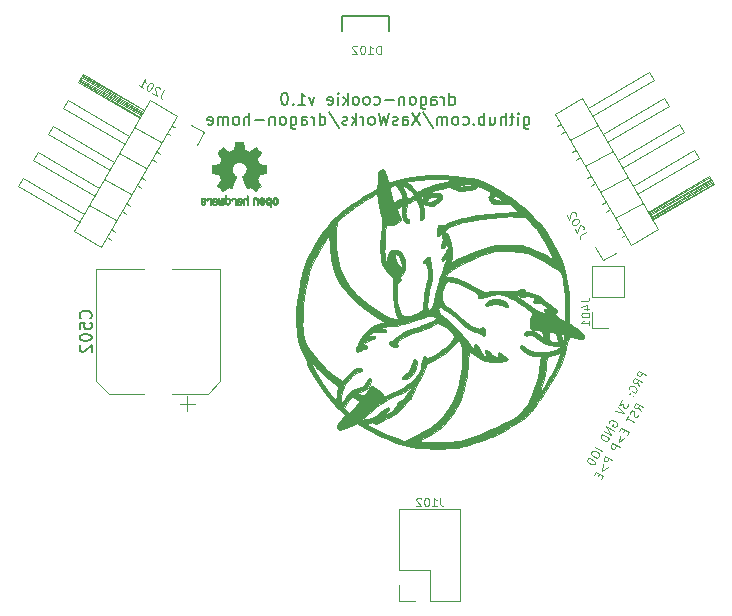
<source format=gbr>
G04 #@! TF.GenerationSoftware,KiCad,Pcbnew,5.0.2+dfsg1-1*
G04 #@! TF.CreationDate,2021-02-26T15:03:44+01:00*
G04 #@! TF.ProjectId,KiCAD_Board,4b694341-445f-4426-9f61-72642e6b6963,rev?*
G04 #@! TF.SameCoordinates,Original*
G04 #@! TF.FileFunction,Legend,Bot*
G04 #@! TF.FilePolarity,Positive*
%FSLAX46Y46*%
G04 Gerber Fmt 4.6, Leading zero omitted, Abs format (unit mm)*
G04 Created by KiCad (PCBNEW 5.0.2+dfsg1-1) date Fri 26 Feb 2021 15:03:44 CET*
%MOMM*%
%LPD*%
G01*
G04 APERTURE LIST*
%ADD10C,0.100000*%
%ADD11C,0.200000*%
%ADD12C,0.010000*%
%ADD13C,0.120000*%
%ADD14C,0.150000*%
G04 APERTURE END LIST*
D10*
X172101109Y-110472887D02*
X171494891Y-110122887D01*
X171361558Y-110353827D01*
X171357092Y-110428229D01*
X171369293Y-110473763D01*
X171410361Y-110535964D01*
X171496964Y-110585964D01*
X171571366Y-110590430D01*
X171616900Y-110578229D01*
X171679101Y-110537161D01*
X171812434Y-110306221D01*
X171551109Y-111425515D02*
X171379101Y-111056776D01*
X171751109Y-111079105D02*
X171144891Y-110729105D01*
X171011558Y-110960045D01*
X171007092Y-111034447D01*
X171019293Y-111079981D01*
X171060361Y-111142182D01*
X171146964Y-111192182D01*
X171221366Y-111196648D01*
X171266900Y-111184447D01*
X171329101Y-111143379D01*
X171462434Y-110912438D01*
X170640426Y-111669532D02*
X170644891Y-111595130D01*
X170694891Y-111508528D01*
X170773759Y-111438592D01*
X170864827Y-111414190D01*
X170939229Y-111418656D01*
X171071366Y-111456455D01*
X171157968Y-111506455D01*
X171256772Y-111601990D01*
X171297840Y-111664190D01*
X171322242Y-111755259D01*
X171301109Y-111858528D01*
X171267776Y-111916263D01*
X171188908Y-111986199D01*
X171143374Y-111998400D01*
X170941302Y-111881733D01*
X171007968Y-111766263D01*
X170993374Y-112258207D02*
X171005575Y-112303741D01*
X171051109Y-112291541D01*
X171038908Y-112246006D01*
X170993374Y-112258207D01*
X171051109Y-112291541D01*
X170675832Y-112074874D02*
X170688032Y-112120408D01*
X170733567Y-112108207D01*
X170721366Y-112062673D01*
X170675832Y-112074874D01*
X170733567Y-112108207D01*
X170044891Y-112634361D02*
X169828225Y-113009639D01*
X170175832Y-112940899D01*
X170125832Y-113027502D01*
X170121366Y-113101904D01*
X170133567Y-113147438D01*
X170174635Y-113209639D01*
X170318972Y-113292972D01*
X170393374Y-113297438D01*
X170438908Y-113285237D01*
X170501109Y-113244169D01*
X170601109Y-113070964D01*
X170605575Y-112996562D01*
X170593374Y-112951028D01*
X169728225Y-113182844D02*
X170217776Y-113734916D01*
X169494891Y-113586989D01*
X168957092Y-114585151D02*
X168961558Y-114510749D01*
X169011558Y-114424147D01*
X169090426Y-114354211D01*
X169181494Y-114329809D01*
X169255896Y-114334275D01*
X169388032Y-114372074D01*
X169474635Y-114422074D01*
X169573438Y-114517608D01*
X169614507Y-114579809D01*
X169638908Y-114670878D01*
X169617776Y-114774147D01*
X169584443Y-114831882D01*
X169505575Y-114901818D01*
X169460041Y-114914019D01*
X169257968Y-114797352D01*
X169324635Y-114681882D01*
X169367776Y-115207160D02*
X168761558Y-114857160D01*
X169167776Y-115553570D01*
X168561558Y-115203570D01*
X169001109Y-115842245D02*
X168394891Y-115492245D01*
X168311558Y-115636582D01*
X168290426Y-115739852D01*
X168314827Y-115830920D01*
X168355896Y-115893121D01*
X168454699Y-115988655D01*
X168541302Y-116038655D01*
X168673438Y-116076454D01*
X168747840Y-116080920D01*
X168838908Y-116056518D01*
X168917776Y-115986582D01*
X169001109Y-115842245D01*
X168384443Y-116910343D02*
X167778225Y-116560343D01*
X167544891Y-116964488D02*
X167478225Y-117079958D01*
X167473759Y-117154360D01*
X167498161Y-117245428D01*
X167596964Y-117340962D01*
X167799037Y-117457629D01*
X167931173Y-117495428D01*
X168022242Y-117471026D01*
X168084443Y-117429958D01*
X168151109Y-117314488D01*
X168155575Y-117240086D01*
X168131173Y-117149018D01*
X168032370Y-117053484D01*
X167830297Y-116936817D01*
X167698161Y-116899018D01*
X167607092Y-116923420D01*
X167544891Y-116964488D01*
X167178225Y-117599573D02*
X167144891Y-117657308D01*
X167140426Y-117731710D01*
X167152626Y-117777244D01*
X167193695Y-117839445D01*
X167292498Y-117934979D01*
X167436836Y-118018313D01*
X167568972Y-118056112D01*
X167643374Y-118060578D01*
X167688908Y-118048377D01*
X167751109Y-118007308D01*
X167784443Y-117949573D01*
X167788908Y-117875172D01*
X167776708Y-117829637D01*
X167735639Y-117767437D01*
X167636836Y-117671902D01*
X167492498Y-117588569D01*
X167360361Y-117550770D01*
X167285960Y-117546304D01*
X167240426Y-117558505D01*
X167178225Y-117599573D01*
X171647038Y-113559361D02*
X171475030Y-113190622D01*
X171847038Y-113212951D02*
X171240820Y-112862951D01*
X171107487Y-113093891D01*
X171103021Y-113168293D01*
X171115222Y-113213827D01*
X171156290Y-113276028D01*
X171242893Y-113326028D01*
X171317295Y-113330493D01*
X171362829Y-113318293D01*
X171425030Y-113277224D01*
X171558363Y-113046284D01*
X171484837Y-113773634D02*
X171463705Y-113876904D01*
X171380372Y-114021241D01*
X171318171Y-114062310D01*
X171272637Y-114074510D01*
X171198235Y-114070045D01*
X171140500Y-114036711D01*
X171099431Y-113974510D01*
X171087231Y-113928976D01*
X171091696Y-113854575D01*
X171129496Y-113722438D01*
X171133961Y-113648036D01*
X171121761Y-113602502D01*
X171080692Y-113540301D01*
X171022957Y-113506968D01*
X170948555Y-113502502D01*
X170903021Y-113514703D01*
X170840820Y-113555771D01*
X170757487Y-113700109D01*
X170736355Y-113803378D01*
X170607487Y-113959916D02*
X170407487Y-114306326D01*
X171113705Y-114483121D02*
X170507487Y-114133121D01*
X170312829Y-115136946D02*
X170196162Y-115339019D01*
X170463705Y-115608954D02*
X170630372Y-115320279D01*
X170024154Y-114970279D01*
X169857487Y-115258954D01*
X169909560Y-115635429D02*
X169816098Y-116197309D01*
X170255970Y-115835429D01*
X169880372Y-116619317D02*
X169274154Y-116269317D01*
X169140820Y-116500258D01*
X169136355Y-116574659D01*
X169148555Y-116620193D01*
X169189624Y-116682394D01*
X169276226Y-116732394D01*
X169350628Y-116736860D01*
X169396162Y-116724659D01*
X169458363Y-116683591D01*
X169591696Y-116452651D01*
X169263705Y-117687415D02*
X168657487Y-117337415D01*
X168524154Y-117568356D01*
X168519688Y-117642757D01*
X168531889Y-117688291D01*
X168572957Y-117750492D01*
X168659560Y-117800492D01*
X168733961Y-117804958D01*
X168779496Y-117792757D01*
X168841696Y-117751689D01*
X168975030Y-117520749D01*
X168509560Y-118060300D02*
X168416098Y-118622180D01*
X168855970Y-118260300D01*
X168162829Y-118860855D02*
X168046162Y-119062928D01*
X168313705Y-119332864D02*
X168480372Y-119044189D01*
X167874154Y-118694189D01*
X167707487Y-118982864D01*
D11*
X155470952Y-87613380D02*
X155470952Y-86613380D01*
X155470952Y-87565761D02*
X155566190Y-87613380D01*
X155756666Y-87613380D01*
X155851904Y-87565761D01*
X155899523Y-87518142D01*
X155947142Y-87422904D01*
X155947142Y-87137190D01*
X155899523Y-87041952D01*
X155851904Y-86994333D01*
X155756666Y-86946714D01*
X155566190Y-86946714D01*
X155470952Y-86994333D01*
X154994761Y-87613380D02*
X154994761Y-86946714D01*
X154994761Y-87137190D02*
X154947142Y-87041952D01*
X154899523Y-86994333D01*
X154804285Y-86946714D01*
X154709047Y-86946714D01*
X153947142Y-87613380D02*
X153947142Y-87089571D01*
X153994761Y-86994333D01*
X154090000Y-86946714D01*
X154280476Y-86946714D01*
X154375714Y-86994333D01*
X153947142Y-87565761D02*
X154042380Y-87613380D01*
X154280476Y-87613380D01*
X154375714Y-87565761D01*
X154423333Y-87470523D01*
X154423333Y-87375285D01*
X154375714Y-87280047D01*
X154280476Y-87232428D01*
X154042380Y-87232428D01*
X153947142Y-87184809D01*
X153042380Y-86946714D02*
X153042380Y-87756238D01*
X153090000Y-87851476D01*
X153137619Y-87899095D01*
X153232857Y-87946714D01*
X153375714Y-87946714D01*
X153470952Y-87899095D01*
X153042380Y-87565761D02*
X153137619Y-87613380D01*
X153328095Y-87613380D01*
X153423333Y-87565761D01*
X153470952Y-87518142D01*
X153518571Y-87422904D01*
X153518571Y-87137190D01*
X153470952Y-87041952D01*
X153423333Y-86994333D01*
X153328095Y-86946714D01*
X153137619Y-86946714D01*
X153042380Y-86994333D01*
X152423333Y-87613380D02*
X152518571Y-87565761D01*
X152566190Y-87518142D01*
X152613809Y-87422904D01*
X152613809Y-87137190D01*
X152566190Y-87041952D01*
X152518571Y-86994333D01*
X152423333Y-86946714D01*
X152280476Y-86946714D01*
X152185238Y-86994333D01*
X152137619Y-87041952D01*
X152090000Y-87137190D01*
X152090000Y-87422904D01*
X152137619Y-87518142D01*
X152185238Y-87565761D01*
X152280476Y-87613380D01*
X152423333Y-87613380D01*
X151661428Y-86946714D02*
X151661428Y-87613380D01*
X151661428Y-87041952D02*
X151613809Y-86994333D01*
X151518571Y-86946714D01*
X151375714Y-86946714D01*
X151280476Y-86994333D01*
X151232857Y-87089571D01*
X151232857Y-87613380D01*
X150756666Y-87232428D02*
X149994761Y-87232428D01*
X149090000Y-87565761D02*
X149185238Y-87613380D01*
X149375714Y-87613380D01*
X149470952Y-87565761D01*
X149518571Y-87518142D01*
X149566190Y-87422904D01*
X149566190Y-87137190D01*
X149518571Y-87041952D01*
X149470952Y-86994333D01*
X149375714Y-86946714D01*
X149185238Y-86946714D01*
X149090000Y-86994333D01*
X148518571Y-87613380D02*
X148613809Y-87565761D01*
X148661428Y-87518142D01*
X148709047Y-87422904D01*
X148709047Y-87137190D01*
X148661428Y-87041952D01*
X148613809Y-86994333D01*
X148518571Y-86946714D01*
X148375714Y-86946714D01*
X148280476Y-86994333D01*
X148232857Y-87041952D01*
X148185238Y-87137190D01*
X148185238Y-87422904D01*
X148232857Y-87518142D01*
X148280476Y-87565761D01*
X148375714Y-87613380D01*
X148518571Y-87613380D01*
X147613809Y-87613380D02*
X147709047Y-87565761D01*
X147756666Y-87518142D01*
X147804285Y-87422904D01*
X147804285Y-87137190D01*
X147756666Y-87041952D01*
X147709047Y-86994333D01*
X147613809Y-86946714D01*
X147470952Y-86946714D01*
X147375714Y-86994333D01*
X147328095Y-87041952D01*
X147280476Y-87137190D01*
X147280476Y-87422904D01*
X147328095Y-87518142D01*
X147375714Y-87565761D01*
X147470952Y-87613380D01*
X147613809Y-87613380D01*
X146851904Y-87613380D02*
X146851904Y-86613380D01*
X146756666Y-87232428D02*
X146470952Y-87613380D01*
X146470952Y-86946714D02*
X146851904Y-87327666D01*
X146042380Y-87613380D02*
X146042380Y-86946714D01*
X146042380Y-86613380D02*
X146090000Y-86661000D01*
X146042380Y-86708619D01*
X145994761Y-86661000D01*
X146042380Y-86613380D01*
X146042380Y-86708619D01*
X145185238Y-87565761D02*
X145280476Y-87613380D01*
X145470952Y-87613380D01*
X145566190Y-87565761D01*
X145613809Y-87470523D01*
X145613809Y-87089571D01*
X145566190Y-86994333D01*
X145470952Y-86946714D01*
X145280476Y-86946714D01*
X145185238Y-86994333D01*
X145137619Y-87089571D01*
X145137619Y-87184809D01*
X145613809Y-87280047D01*
X144042380Y-86946714D02*
X143804285Y-87613380D01*
X143566190Y-86946714D01*
X142661428Y-87613380D02*
X143232857Y-87613380D01*
X142947142Y-87613380D02*
X142947142Y-86613380D01*
X143042380Y-86756238D01*
X143137619Y-86851476D01*
X143232857Y-86899095D01*
X142232857Y-87518142D02*
X142185238Y-87565761D01*
X142232857Y-87613380D01*
X142280476Y-87565761D01*
X142232857Y-87518142D01*
X142232857Y-87613380D01*
X141566190Y-86613380D02*
X141470952Y-86613380D01*
X141375714Y-86661000D01*
X141328095Y-86708619D01*
X141280476Y-86803857D01*
X141232857Y-86994333D01*
X141232857Y-87232428D01*
X141280476Y-87422904D01*
X141328095Y-87518142D01*
X141375714Y-87565761D01*
X141470952Y-87613380D01*
X141566190Y-87613380D01*
X141661428Y-87565761D01*
X141709047Y-87518142D01*
X141756666Y-87422904D01*
X141804285Y-87232428D01*
X141804285Y-86994333D01*
X141756666Y-86803857D01*
X141709047Y-86708619D01*
X141661428Y-86661000D01*
X141566190Y-86613380D01*
X161756666Y-88646714D02*
X161756666Y-89456238D01*
X161804285Y-89551476D01*
X161851904Y-89599095D01*
X161947142Y-89646714D01*
X162090000Y-89646714D01*
X162185238Y-89599095D01*
X161756666Y-89265761D02*
X161851904Y-89313380D01*
X162042380Y-89313380D01*
X162137619Y-89265761D01*
X162185238Y-89218142D01*
X162232857Y-89122904D01*
X162232857Y-88837190D01*
X162185238Y-88741952D01*
X162137619Y-88694333D01*
X162042380Y-88646714D01*
X161851904Y-88646714D01*
X161756666Y-88694333D01*
X161280476Y-89313380D02*
X161280476Y-88646714D01*
X161280476Y-88313380D02*
X161328095Y-88361000D01*
X161280476Y-88408619D01*
X161232857Y-88361000D01*
X161280476Y-88313380D01*
X161280476Y-88408619D01*
X160947142Y-88646714D02*
X160566190Y-88646714D01*
X160804285Y-88313380D02*
X160804285Y-89170523D01*
X160756666Y-89265761D01*
X160661428Y-89313380D01*
X160566190Y-89313380D01*
X160232857Y-89313380D02*
X160232857Y-88313380D01*
X159804285Y-89313380D02*
X159804285Y-88789571D01*
X159851904Y-88694333D01*
X159947142Y-88646714D01*
X160090000Y-88646714D01*
X160185238Y-88694333D01*
X160232857Y-88741952D01*
X158899523Y-88646714D02*
X158899523Y-89313380D01*
X159328095Y-88646714D02*
X159328095Y-89170523D01*
X159280476Y-89265761D01*
X159185238Y-89313380D01*
X159042380Y-89313380D01*
X158947142Y-89265761D01*
X158899523Y-89218142D01*
X158423333Y-89313380D02*
X158423333Y-88313380D01*
X158423333Y-88694333D02*
X158328095Y-88646714D01*
X158137619Y-88646714D01*
X158042380Y-88694333D01*
X157994761Y-88741952D01*
X157947142Y-88837190D01*
X157947142Y-89122904D01*
X157994761Y-89218142D01*
X158042380Y-89265761D01*
X158137619Y-89313380D01*
X158328095Y-89313380D01*
X158423333Y-89265761D01*
X157518571Y-89218142D02*
X157470952Y-89265761D01*
X157518571Y-89313380D01*
X157566190Y-89265761D01*
X157518571Y-89218142D01*
X157518571Y-89313380D01*
X156613809Y-89265761D02*
X156709047Y-89313380D01*
X156899523Y-89313380D01*
X156994761Y-89265761D01*
X157042380Y-89218142D01*
X157090000Y-89122904D01*
X157090000Y-88837190D01*
X157042380Y-88741952D01*
X156994761Y-88694333D01*
X156899523Y-88646714D01*
X156709047Y-88646714D01*
X156613809Y-88694333D01*
X156042380Y-89313380D02*
X156137619Y-89265761D01*
X156185238Y-89218142D01*
X156232857Y-89122904D01*
X156232857Y-88837190D01*
X156185238Y-88741952D01*
X156137619Y-88694333D01*
X156042380Y-88646714D01*
X155899523Y-88646714D01*
X155804285Y-88694333D01*
X155756666Y-88741952D01*
X155709047Y-88837190D01*
X155709047Y-89122904D01*
X155756666Y-89218142D01*
X155804285Y-89265761D01*
X155899523Y-89313380D01*
X156042380Y-89313380D01*
X155280476Y-89313380D02*
X155280476Y-88646714D01*
X155280476Y-88741952D02*
X155232857Y-88694333D01*
X155137619Y-88646714D01*
X154994761Y-88646714D01*
X154899523Y-88694333D01*
X154851904Y-88789571D01*
X154851904Y-89313380D01*
X154851904Y-88789571D02*
X154804285Y-88694333D01*
X154709047Y-88646714D01*
X154566190Y-88646714D01*
X154470952Y-88694333D01*
X154423333Y-88789571D01*
X154423333Y-89313380D01*
X153232857Y-88265761D02*
X154090000Y-89551476D01*
X152994761Y-88313380D02*
X152328095Y-89313380D01*
X152328095Y-88313380D02*
X152994761Y-89313380D01*
X151518571Y-89313380D02*
X151518571Y-88789571D01*
X151566190Y-88694333D01*
X151661428Y-88646714D01*
X151851904Y-88646714D01*
X151947142Y-88694333D01*
X151518571Y-89265761D02*
X151613809Y-89313380D01*
X151851904Y-89313380D01*
X151947142Y-89265761D01*
X151994761Y-89170523D01*
X151994761Y-89075285D01*
X151947142Y-88980047D01*
X151851904Y-88932428D01*
X151613809Y-88932428D01*
X151518571Y-88884809D01*
X151090000Y-89265761D02*
X150994761Y-89313380D01*
X150804285Y-89313380D01*
X150709047Y-89265761D01*
X150661428Y-89170523D01*
X150661428Y-89122904D01*
X150709047Y-89027666D01*
X150804285Y-88980047D01*
X150947142Y-88980047D01*
X151042380Y-88932428D01*
X151090000Y-88837190D01*
X151090000Y-88789571D01*
X151042380Y-88694333D01*
X150947142Y-88646714D01*
X150804285Y-88646714D01*
X150709047Y-88694333D01*
X150328095Y-88313380D02*
X150090000Y-89313380D01*
X149899523Y-88599095D01*
X149709047Y-89313380D01*
X149470952Y-88313380D01*
X148947142Y-89313380D02*
X149042380Y-89265761D01*
X149090000Y-89218142D01*
X149137619Y-89122904D01*
X149137619Y-88837190D01*
X149090000Y-88741952D01*
X149042380Y-88694333D01*
X148947142Y-88646714D01*
X148804285Y-88646714D01*
X148709047Y-88694333D01*
X148661428Y-88741952D01*
X148613809Y-88837190D01*
X148613809Y-89122904D01*
X148661428Y-89218142D01*
X148709047Y-89265761D01*
X148804285Y-89313380D01*
X148947142Y-89313380D01*
X148185238Y-89313380D02*
X148185238Y-88646714D01*
X148185238Y-88837190D02*
X148137619Y-88741952D01*
X148090000Y-88694333D01*
X147994761Y-88646714D01*
X147899523Y-88646714D01*
X147566190Y-89313380D02*
X147566190Y-88313380D01*
X147470952Y-88932428D02*
X147185238Y-89313380D01*
X147185238Y-88646714D02*
X147566190Y-89027666D01*
X146804285Y-89265761D02*
X146709047Y-89313380D01*
X146518571Y-89313380D01*
X146423333Y-89265761D01*
X146375714Y-89170523D01*
X146375714Y-89122904D01*
X146423333Y-89027666D01*
X146518571Y-88980047D01*
X146661428Y-88980047D01*
X146756666Y-88932428D01*
X146804285Y-88837190D01*
X146804285Y-88789571D01*
X146756666Y-88694333D01*
X146661428Y-88646714D01*
X146518571Y-88646714D01*
X146423333Y-88694333D01*
X145232857Y-88265761D02*
X146090000Y-89551476D01*
X144470952Y-89313380D02*
X144470952Y-88313380D01*
X144470952Y-89265761D02*
X144566190Y-89313380D01*
X144756666Y-89313380D01*
X144851904Y-89265761D01*
X144899523Y-89218142D01*
X144947142Y-89122904D01*
X144947142Y-88837190D01*
X144899523Y-88741952D01*
X144851904Y-88694333D01*
X144756666Y-88646714D01*
X144566190Y-88646714D01*
X144470952Y-88694333D01*
X143994761Y-89313380D02*
X143994761Y-88646714D01*
X143994761Y-88837190D02*
X143947142Y-88741952D01*
X143899523Y-88694333D01*
X143804285Y-88646714D01*
X143709047Y-88646714D01*
X142947142Y-89313380D02*
X142947142Y-88789571D01*
X142994761Y-88694333D01*
X143090000Y-88646714D01*
X143280476Y-88646714D01*
X143375714Y-88694333D01*
X142947142Y-89265761D02*
X143042380Y-89313380D01*
X143280476Y-89313380D01*
X143375714Y-89265761D01*
X143423333Y-89170523D01*
X143423333Y-89075285D01*
X143375714Y-88980047D01*
X143280476Y-88932428D01*
X143042380Y-88932428D01*
X142947142Y-88884809D01*
X142042380Y-88646714D02*
X142042380Y-89456238D01*
X142090000Y-89551476D01*
X142137619Y-89599095D01*
X142232857Y-89646714D01*
X142375714Y-89646714D01*
X142470952Y-89599095D01*
X142042380Y-89265761D02*
X142137619Y-89313380D01*
X142328095Y-89313380D01*
X142423333Y-89265761D01*
X142470952Y-89218142D01*
X142518571Y-89122904D01*
X142518571Y-88837190D01*
X142470952Y-88741952D01*
X142423333Y-88694333D01*
X142328095Y-88646714D01*
X142137619Y-88646714D01*
X142042380Y-88694333D01*
X141423333Y-89313380D02*
X141518571Y-89265761D01*
X141566190Y-89218142D01*
X141613809Y-89122904D01*
X141613809Y-88837190D01*
X141566190Y-88741952D01*
X141518571Y-88694333D01*
X141423333Y-88646714D01*
X141280476Y-88646714D01*
X141185238Y-88694333D01*
X141137619Y-88741952D01*
X141090000Y-88837190D01*
X141090000Y-89122904D01*
X141137619Y-89218142D01*
X141185238Y-89265761D01*
X141280476Y-89313380D01*
X141423333Y-89313380D01*
X140661428Y-88646714D02*
X140661428Y-89313380D01*
X140661428Y-88741952D02*
X140613809Y-88694333D01*
X140518571Y-88646714D01*
X140375714Y-88646714D01*
X140280476Y-88694333D01*
X140232857Y-88789571D01*
X140232857Y-89313380D01*
X139756666Y-88932428D02*
X138994761Y-88932428D01*
X138518571Y-89313380D02*
X138518571Y-88313380D01*
X138090000Y-89313380D02*
X138090000Y-88789571D01*
X138137619Y-88694333D01*
X138232857Y-88646714D01*
X138375714Y-88646714D01*
X138470952Y-88694333D01*
X138518571Y-88741952D01*
X137470952Y-89313380D02*
X137566190Y-89265761D01*
X137613809Y-89218142D01*
X137661428Y-89122904D01*
X137661428Y-88837190D01*
X137613809Y-88741952D01*
X137566190Y-88694333D01*
X137470952Y-88646714D01*
X137328095Y-88646714D01*
X137232857Y-88694333D01*
X137185238Y-88741952D01*
X137137619Y-88837190D01*
X137137619Y-89122904D01*
X137185238Y-89218142D01*
X137232857Y-89265761D01*
X137328095Y-89313380D01*
X137470952Y-89313380D01*
X136709047Y-89313380D02*
X136709047Y-88646714D01*
X136709047Y-88741952D02*
X136661428Y-88694333D01*
X136566190Y-88646714D01*
X136423333Y-88646714D01*
X136328095Y-88694333D01*
X136280476Y-88789571D01*
X136280476Y-89313380D01*
X136280476Y-88789571D02*
X136232857Y-88694333D01*
X136137619Y-88646714D01*
X135994761Y-88646714D01*
X135899523Y-88694333D01*
X135851904Y-88789571D01*
X135851904Y-89313380D01*
X134994761Y-89265761D02*
X135090000Y-89313380D01*
X135280476Y-89313380D01*
X135375714Y-89265761D01*
X135423333Y-89170523D01*
X135423333Y-88789571D01*
X135375714Y-88694333D01*
X135280476Y-88646714D01*
X135090000Y-88646714D01*
X134994761Y-88694333D01*
X134947142Y-88789571D01*
X134947142Y-88884809D01*
X135423333Y-88980047D01*
D12*
G04 #@! TO.C,SYM102*
G36*
X140068256Y-95455418D02*
X140012799Y-95483068D01*
X139963852Y-95533980D01*
X139950371Y-95552838D01*
X139935686Y-95577515D01*
X139926158Y-95604316D01*
X139920707Y-95640087D01*
X139918253Y-95691669D01*
X139917714Y-95759767D01*
X139920148Y-95853088D01*
X139928606Y-95923157D01*
X139944826Y-95975431D01*
X139970546Y-96015369D01*
X140007503Y-96048429D01*
X140010218Y-96050386D01*
X140046640Y-96070408D01*
X140090498Y-96080315D01*
X140146276Y-96082757D01*
X140236952Y-96082757D01*
X140236990Y-96170783D01*
X140237834Y-96219808D01*
X140242976Y-96248565D01*
X140256413Y-96265811D01*
X140282142Y-96280308D01*
X140288321Y-96283269D01*
X140317236Y-96297148D01*
X140339624Y-96305914D01*
X140356271Y-96306671D01*
X140367964Y-96296523D01*
X140375490Y-96272573D01*
X140379634Y-96231926D01*
X140381185Y-96171686D01*
X140380929Y-96088955D01*
X140379651Y-95980839D01*
X140379252Y-95948500D01*
X140377815Y-95837024D01*
X140376528Y-95764103D01*
X140237029Y-95764103D01*
X140236245Y-95825999D01*
X140232760Y-95866497D01*
X140224876Y-95893208D01*
X140210895Y-95913744D01*
X140201403Y-95923760D01*
X140162596Y-95953067D01*
X140128237Y-95955452D01*
X140092784Y-95931250D01*
X140091886Y-95930357D01*
X140077461Y-95911653D01*
X140068687Y-95886232D01*
X140064261Y-95847084D01*
X140062882Y-95787197D01*
X140062857Y-95773930D01*
X140066188Y-95691401D01*
X140077031Y-95634191D01*
X140096660Y-95599266D01*
X140126350Y-95583594D01*
X140143509Y-95582014D01*
X140184234Y-95589426D01*
X140212168Y-95613830D01*
X140228983Y-95658480D01*
X140236350Y-95726630D01*
X140237029Y-95764103D01*
X140376528Y-95764103D01*
X140376292Y-95750745D01*
X140374323Y-95685833D01*
X140371550Y-95638458D01*
X140367612Y-95604790D01*
X140362151Y-95580998D01*
X140354808Y-95563253D01*
X140345223Y-95547724D01*
X140341113Y-95541881D01*
X140286595Y-95486685D01*
X140217664Y-95455390D01*
X140137928Y-95446665D01*
X140068256Y-95455418D01*
X140068256Y-95455418D01*
G37*
X140068256Y-95455418D02*
X140012799Y-95483068D01*
X139963852Y-95533980D01*
X139950371Y-95552838D01*
X139935686Y-95577515D01*
X139926158Y-95604316D01*
X139920707Y-95640087D01*
X139918253Y-95691669D01*
X139917714Y-95759767D01*
X139920148Y-95853088D01*
X139928606Y-95923157D01*
X139944826Y-95975431D01*
X139970546Y-96015369D01*
X140007503Y-96048429D01*
X140010218Y-96050386D01*
X140046640Y-96070408D01*
X140090498Y-96080315D01*
X140146276Y-96082757D01*
X140236952Y-96082757D01*
X140236990Y-96170783D01*
X140237834Y-96219808D01*
X140242976Y-96248565D01*
X140256413Y-96265811D01*
X140282142Y-96280308D01*
X140288321Y-96283269D01*
X140317236Y-96297148D01*
X140339624Y-96305914D01*
X140356271Y-96306671D01*
X140367964Y-96296523D01*
X140375490Y-96272573D01*
X140379634Y-96231926D01*
X140381185Y-96171686D01*
X140380929Y-96088955D01*
X140379651Y-95980839D01*
X140379252Y-95948500D01*
X140377815Y-95837024D01*
X140376528Y-95764103D01*
X140237029Y-95764103D01*
X140236245Y-95825999D01*
X140232760Y-95866497D01*
X140224876Y-95893208D01*
X140210895Y-95913744D01*
X140201403Y-95923760D01*
X140162596Y-95953067D01*
X140128237Y-95955452D01*
X140092784Y-95931250D01*
X140091886Y-95930357D01*
X140077461Y-95911653D01*
X140068687Y-95886232D01*
X140064261Y-95847084D01*
X140062882Y-95787197D01*
X140062857Y-95773930D01*
X140066188Y-95691401D01*
X140077031Y-95634191D01*
X140096660Y-95599266D01*
X140126350Y-95583594D01*
X140143509Y-95582014D01*
X140184234Y-95589426D01*
X140212168Y-95613830D01*
X140228983Y-95658480D01*
X140236350Y-95726630D01*
X140237029Y-95764103D01*
X140376528Y-95764103D01*
X140376292Y-95750745D01*
X140374323Y-95685833D01*
X140371550Y-95638458D01*
X140367612Y-95604790D01*
X140362151Y-95580998D01*
X140354808Y-95563253D01*
X140345223Y-95547724D01*
X140341113Y-95541881D01*
X140286595Y-95486685D01*
X140217664Y-95455390D01*
X140137928Y-95446665D01*
X140068256Y-95455418D01*
G36*
X138951907Y-95463280D02*
X138905328Y-95490223D01*
X138872943Y-95516966D01*
X138849258Y-95544984D01*
X138832941Y-95579248D01*
X138822661Y-95624727D01*
X138817086Y-95686392D01*
X138814884Y-95769211D01*
X138814629Y-95828746D01*
X138814629Y-96047891D01*
X138876314Y-96075544D01*
X138938000Y-96103197D01*
X138945257Y-95863170D01*
X138948256Y-95773528D01*
X138951402Y-95708462D01*
X138955299Y-95663526D01*
X138960553Y-95634270D01*
X138967769Y-95616248D01*
X138977550Y-95605011D01*
X138980688Y-95602579D01*
X139028239Y-95583583D01*
X139076303Y-95591100D01*
X139104914Y-95611043D01*
X139116553Y-95625175D01*
X139124609Y-95643720D01*
X139129729Y-95671834D01*
X139132559Y-95714673D01*
X139133744Y-95777395D01*
X139133943Y-95842761D01*
X139133982Y-95924768D01*
X139135386Y-95982816D01*
X139140086Y-96021965D01*
X139150013Y-96047280D01*
X139167097Y-96063823D01*
X139193268Y-96076656D01*
X139228225Y-96089991D01*
X139266404Y-96104507D01*
X139261859Y-95846889D01*
X139260029Y-95754019D01*
X139257888Y-95685389D01*
X139254819Y-95636211D01*
X139250206Y-95601698D01*
X139243432Y-95577062D01*
X139233881Y-95557516D01*
X139222366Y-95540270D01*
X139166810Y-95485180D01*
X139099020Y-95453322D01*
X139025287Y-95445691D01*
X138951907Y-95463280D01*
X138951907Y-95463280D01*
G37*
X138951907Y-95463280D02*
X138905328Y-95490223D01*
X138872943Y-95516966D01*
X138849258Y-95544984D01*
X138832941Y-95579248D01*
X138822661Y-95624727D01*
X138817086Y-95686392D01*
X138814884Y-95769211D01*
X138814629Y-95828746D01*
X138814629Y-96047891D01*
X138876314Y-96075544D01*
X138938000Y-96103197D01*
X138945257Y-95863170D01*
X138948256Y-95773528D01*
X138951402Y-95708462D01*
X138955299Y-95663526D01*
X138960553Y-95634270D01*
X138967769Y-95616248D01*
X138977550Y-95605011D01*
X138980688Y-95602579D01*
X139028239Y-95583583D01*
X139076303Y-95591100D01*
X139104914Y-95611043D01*
X139116553Y-95625175D01*
X139124609Y-95643720D01*
X139129729Y-95671834D01*
X139132559Y-95714673D01*
X139133744Y-95777395D01*
X139133943Y-95842761D01*
X139133982Y-95924768D01*
X139135386Y-95982816D01*
X139140086Y-96021965D01*
X139150013Y-96047280D01*
X139167097Y-96063823D01*
X139193268Y-96076656D01*
X139228225Y-96089991D01*
X139266404Y-96104507D01*
X139261859Y-95846889D01*
X139260029Y-95754019D01*
X139257888Y-95685389D01*
X139254819Y-95636211D01*
X139250206Y-95601698D01*
X139243432Y-95577062D01*
X139233881Y-95557516D01*
X139222366Y-95540270D01*
X139166810Y-95485180D01*
X139099020Y-95453322D01*
X139025287Y-95445691D01*
X138951907Y-95463280D01*
G36*
X140626885Y-95457462D02*
X140558855Y-95493233D01*
X140508649Y-95550801D01*
X140490815Y-95587812D01*
X140476937Y-95643382D01*
X140469833Y-95713596D01*
X140469160Y-95790227D01*
X140474573Y-95865052D01*
X140485730Y-95929842D01*
X140502286Y-95976373D01*
X140507374Y-95984387D01*
X140567645Y-96044207D01*
X140639231Y-96080035D01*
X140716908Y-96090520D01*
X140795452Y-96074310D01*
X140817311Y-96064592D01*
X140859878Y-96034643D01*
X140897237Y-95994933D01*
X140900768Y-95989897D01*
X140915119Y-95965624D01*
X140924606Y-95939678D01*
X140930210Y-95905522D01*
X140932914Y-95856619D01*
X140933701Y-95786435D01*
X140933714Y-95770700D01*
X140933678Y-95765692D01*
X140788571Y-95765692D01*
X140787727Y-95831930D01*
X140784404Y-95875886D01*
X140777417Y-95904279D01*
X140765584Y-95923825D01*
X140759543Y-95930357D01*
X140724814Y-95955180D01*
X140691097Y-95954048D01*
X140657005Y-95932516D01*
X140636671Y-95909529D01*
X140624629Y-95875978D01*
X140617866Y-95823069D01*
X140617402Y-95816899D01*
X140616248Y-95721013D01*
X140628312Y-95649799D01*
X140653430Y-95603694D01*
X140691440Y-95583135D01*
X140705008Y-95582014D01*
X140740636Y-95587652D01*
X140765006Y-95607186D01*
X140779907Y-95644542D01*
X140787125Y-95703650D01*
X140788571Y-95765692D01*
X140933678Y-95765692D01*
X140933174Y-95695913D01*
X140930904Y-95643659D01*
X140925932Y-95607449D01*
X140917287Y-95580799D01*
X140903995Y-95557222D01*
X140901057Y-95552838D01*
X140851687Y-95493749D01*
X140797891Y-95459447D01*
X140732398Y-95445831D01*
X140710158Y-95445165D01*
X140626885Y-95457462D01*
X140626885Y-95457462D01*
G37*
X140626885Y-95457462D02*
X140558855Y-95493233D01*
X140508649Y-95550801D01*
X140490815Y-95587812D01*
X140476937Y-95643382D01*
X140469833Y-95713596D01*
X140469160Y-95790227D01*
X140474573Y-95865052D01*
X140485730Y-95929842D01*
X140502286Y-95976373D01*
X140507374Y-95984387D01*
X140567645Y-96044207D01*
X140639231Y-96080035D01*
X140716908Y-96090520D01*
X140795452Y-96074310D01*
X140817311Y-96064592D01*
X140859878Y-96034643D01*
X140897237Y-95994933D01*
X140900768Y-95989897D01*
X140915119Y-95965624D01*
X140924606Y-95939678D01*
X140930210Y-95905522D01*
X140932914Y-95856619D01*
X140933701Y-95786435D01*
X140933714Y-95770700D01*
X140933678Y-95765692D01*
X140788571Y-95765692D01*
X140787727Y-95831930D01*
X140784404Y-95875886D01*
X140777417Y-95904279D01*
X140765584Y-95923825D01*
X140759543Y-95930357D01*
X140724814Y-95955180D01*
X140691097Y-95954048D01*
X140657005Y-95932516D01*
X140636671Y-95909529D01*
X140624629Y-95875978D01*
X140617866Y-95823069D01*
X140617402Y-95816899D01*
X140616248Y-95721013D01*
X140628312Y-95649799D01*
X140653430Y-95603694D01*
X140691440Y-95583135D01*
X140705008Y-95582014D01*
X140740636Y-95587652D01*
X140765006Y-95607186D01*
X140779907Y-95644542D01*
X140787125Y-95703650D01*
X140788571Y-95765692D01*
X140933678Y-95765692D01*
X140933174Y-95695913D01*
X140930904Y-95643659D01*
X140925932Y-95607449D01*
X140917287Y-95580799D01*
X140903995Y-95557222D01*
X140901057Y-95552838D01*
X140851687Y-95493749D01*
X140797891Y-95459447D01*
X140732398Y-95445831D01*
X140710158Y-95445165D01*
X140626885Y-95457462D01*
G36*
X139499697Y-95466739D02*
X139442473Y-95505235D01*
X139398251Y-95560835D01*
X139371833Y-95631586D01*
X139366490Y-95683662D01*
X139367097Y-95705393D01*
X139372178Y-95722031D01*
X139386145Y-95736937D01*
X139413411Y-95753473D01*
X139458388Y-95774998D01*
X139525489Y-95804874D01*
X139525829Y-95805024D01*
X139587593Y-95833313D01*
X139638241Y-95858433D01*
X139672596Y-95877679D01*
X139685482Y-95888348D01*
X139685486Y-95888434D01*
X139674128Y-95911666D01*
X139647569Y-95937274D01*
X139617077Y-95955721D01*
X139601630Y-95959386D01*
X139559485Y-95946712D01*
X139523192Y-95914971D01*
X139505483Y-95880072D01*
X139488448Y-95854345D01*
X139455078Y-95825046D01*
X139415851Y-95799735D01*
X139381244Y-95785971D01*
X139374007Y-95785214D01*
X139365861Y-95797660D01*
X139365370Y-95829472D01*
X139371357Y-95872366D01*
X139382643Y-95918058D01*
X139398050Y-95958261D01*
X139398829Y-95959822D01*
X139445196Y-96024562D01*
X139505289Y-96068597D01*
X139573535Y-96090211D01*
X139644362Y-96087685D01*
X139712196Y-96059304D01*
X139715212Y-96057308D01*
X139768573Y-96008948D01*
X139803660Y-95945852D01*
X139823078Y-95862887D01*
X139825684Y-95839578D01*
X139830299Y-95729555D01*
X139824767Y-95678248D01*
X139685486Y-95678248D01*
X139683676Y-95710253D01*
X139673778Y-95719593D01*
X139649102Y-95712605D01*
X139610205Y-95696087D01*
X139566725Y-95675381D01*
X139565644Y-95674833D01*
X139528791Y-95655449D01*
X139514000Y-95642513D01*
X139517647Y-95628951D01*
X139533005Y-95611132D01*
X139572077Y-95585345D01*
X139614154Y-95583450D01*
X139651897Y-95602217D01*
X139677966Y-95638415D01*
X139685486Y-95678248D01*
X139824767Y-95678248D01*
X139820806Y-95641527D01*
X139796450Y-95571712D01*
X139762544Y-95522802D01*
X139701347Y-95473378D01*
X139633937Y-95448859D01*
X139565120Y-95447297D01*
X139499697Y-95466739D01*
X139499697Y-95466739D01*
G37*
X139499697Y-95466739D02*
X139442473Y-95505235D01*
X139398251Y-95560835D01*
X139371833Y-95631586D01*
X139366490Y-95683662D01*
X139367097Y-95705393D01*
X139372178Y-95722031D01*
X139386145Y-95736937D01*
X139413411Y-95753473D01*
X139458388Y-95774998D01*
X139525489Y-95804874D01*
X139525829Y-95805024D01*
X139587593Y-95833313D01*
X139638241Y-95858433D01*
X139672596Y-95877679D01*
X139685482Y-95888348D01*
X139685486Y-95888434D01*
X139674128Y-95911666D01*
X139647569Y-95937274D01*
X139617077Y-95955721D01*
X139601630Y-95959386D01*
X139559485Y-95946712D01*
X139523192Y-95914971D01*
X139505483Y-95880072D01*
X139488448Y-95854345D01*
X139455078Y-95825046D01*
X139415851Y-95799735D01*
X139381244Y-95785971D01*
X139374007Y-95785214D01*
X139365861Y-95797660D01*
X139365370Y-95829472D01*
X139371357Y-95872366D01*
X139382643Y-95918058D01*
X139398050Y-95958261D01*
X139398829Y-95959822D01*
X139445196Y-96024562D01*
X139505289Y-96068597D01*
X139573535Y-96090211D01*
X139644362Y-96087685D01*
X139712196Y-96059304D01*
X139715212Y-96057308D01*
X139768573Y-96008948D01*
X139803660Y-95945852D01*
X139823078Y-95862887D01*
X139825684Y-95839578D01*
X139830299Y-95729555D01*
X139824767Y-95678248D01*
X139685486Y-95678248D01*
X139683676Y-95710253D01*
X139673778Y-95719593D01*
X139649102Y-95712605D01*
X139610205Y-95696087D01*
X139566725Y-95675381D01*
X139565644Y-95674833D01*
X139528791Y-95655449D01*
X139514000Y-95642513D01*
X139517647Y-95628951D01*
X139533005Y-95611132D01*
X139572077Y-95585345D01*
X139614154Y-95583450D01*
X139651897Y-95602217D01*
X139677966Y-95638415D01*
X139685486Y-95678248D01*
X139824767Y-95678248D01*
X139820806Y-95641527D01*
X139796450Y-95571712D01*
X139762544Y-95522802D01*
X139701347Y-95473378D01*
X139633937Y-95448859D01*
X139565120Y-95447297D01*
X139499697Y-95466739D01*
G36*
X138292114Y-95386789D02*
X138287861Y-95446113D01*
X138282975Y-95481072D01*
X138276205Y-95496320D01*
X138266298Y-95496515D01*
X138263086Y-95494695D01*
X138220356Y-95481515D01*
X138164773Y-95482285D01*
X138108263Y-95495833D01*
X138072918Y-95513361D01*
X138036679Y-95541361D01*
X138010187Y-95573049D01*
X137992001Y-95613313D01*
X137980678Y-95667043D01*
X137974778Y-95739126D01*
X137972857Y-95834451D01*
X137972823Y-95852737D01*
X137972800Y-96058146D01*
X138018509Y-96074080D01*
X138050973Y-96084920D01*
X138068785Y-96089968D01*
X138069309Y-96090014D01*
X138071063Y-96076328D01*
X138072556Y-96038576D01*
X138073674Y-95981724D01*
X138074303Y-95910734D01*
X138074400Y-95867573D01*
X138074602Y-95782473D01*
X138075642Y-95721481D01*
X138078169Y-95679677D01*
X138082836Y-95652142D01*
X138090293Y-95633956D01*
X138101189Y-95620198D01*
X138107993Y-95613573D01*
X138154728Y-95586875D01*
X138205728Y-95584875D01*
X138251999Y-95607455D01*
X138260556Y-95615607D01*
X138273107Y-95630936D01*
X138281812Y-95649118D01*
X138287369Y-95675409D01*
X138290474Y-95715062D01*
X138291824Y-95773332D01*
X138292114Y-95853673D01*
X138292114Y-96058146D01*
X138337823Y-96074080D01*
X138370287Y-96084920D01*
X138388099Y-96089968D01*
X138388623Y-96090014D01*
X138389963Y-96076123D01*
X138391172Y-96036939D01*
X138392199Y-95976200D01*
X138392998Y-95897641D01*
X138393519Y-95804998D01*
X138393714Y-95702009D01*
X138393714Y-95304842D01*
X138346543Y-95284944D01*
X138299371Y-95265047D01*
X138292114Y-95386789D01*
X138292114Y-95386789D01*
G37*
X138292114Y-95386789D02*
X138287861Y-95446113D01*
X138282975Y-95481072D01*
X138276205Y-95496320D01*
X138266298Y-95496515D01*
X138263086Y-95494695D01*
X138220356Y-95481515D01*
X138164773Y-95482285D01*
X138108263Y-95495833D01*
X138072918Y-95513361D01*
X138036679Y-95541361D01*
X138010187Y-95573049D01*
X137992001Y-95613313D01*
X137980678Y-95667043D01*
X137974778Y-95739126D01*
X137972857Y-95834451D01*
X137972823Y-95852737D01*
X137972800Y-96058146D01*
X138018509Y-96074080D01*
X138050973Y-96084920D01*
X138068785Y-96089968D01*
X138069309Y-96090014D01*
X138071063Y-96076328D01*
X138072556Y-96038576D01*
X138073674Y-95981724D01*
X138074303Y-95910734D01*
X138074400Y-95867573D01*
X138074602Y-95782473D01*
X138075642Y-95721481D01*
X138078169Y-95679677D01*
X138082836Y-95652142D01*
X138090293Y-95633956D01*
X138101189Y-95620198D01*
X138107993Y-95613573D01*
X138154728Y-95586875D01*
X138205728Y-95584875D01*
X138251999Y-95607455D01*
X138260556Y-95615607D01*
X138273107Y-95630936D01*
X138281812Y-95649118D01*
X138287369Y-95675409D01*
X138290474Y-95715062D01*
X138291824Y-95773332D01*
X138292114Y-95853673D01*
X138292114Y-96058146D01*
X138337823Y-96074080D01*
X138370287Y-96084920D01*
X138388099Y-96089968D01*
X138388623Y-96090014D01*
X138389963Y-96076123D01*
X138391172Y-96036939D01*
X138392199Y-95976200D01*
X138392998Y-95897641D01*
X138393519Y-95804998D01*
X138393714Y-95702009D01*
X138393714Y-95304842D01*
X138346543Y-95284944D01*
X138299371Y-95265047D01*
X138292114Y-95386789D01*
G36*
X137628256Y-95486468D02*
X137571384Y-95507587D01*
X137570733Y-95507993D01*
X137535560Y-95533880D01*
X137509593Y-95564133D01*
X137491330Y-95603558D01*
X137479268Y-95656962D01*
X137471904Y-95729151D01*
X137467736Y-95824932D01*
X137467371Y-95838578D01*
X137462124Y-96044342D01*
X137506284Y-96067178D01*
X137538237Y-96082610D01*
X137557530Y-96089923D01*
X137558422Y-96090014D01*
X137561761Y-96076522D01*
X137564413Y-96040126D01*
X137566044Y-95986952D01*
X137566400Y-95943893D01*
X137566408Y-95874141D01*
X137569597Y-95830337D01*
X137580712Y-95809444D01*
X137604499Y-95808425D01*
X137645704Y-95824241D01*
X137707914Y-95853315D01*
X137753659Y-95877463D01*
X137777187Y-95898413D01*
X137784104Y-95921247D01*
X137784114Y-95922377D01*
X137772701Y-95961712D01*
X137738908Y-95982962D01*
X137687191Y-95986039D01*
X137649939Y-95985506D01*
X137630297Y-95996235D01*
X137618048Y-96022005D01*
X137610998Y-96054837D01*
X137621158Y-96073466D01*
X137624983Y-96076132D01*
X137660999Y-96086840D01*
X137711434Y-96088356D01*
X137763374Y-96081259D01*
X137800178Y-96068288D01*
X137851062Y-96025085D01*
X137879986Y-95964946D01*
X137885714Y-95917962D01*
X137881343Y-95875582D01*
X137865525Y-95840988D01*
X137834203Y-95810263D01*
X137783322Y-95779490D01*
X137708824Y-95744752D01*
X137704286Y-95742788D01*
X137637179Y-95711787D01*
X137595768Y-95686362D01*
X137578019Y-95663514D01*
X137581893Y-95640245D01*
X137605357Y-95613556D01*
X137612373Y-95607414D01*
X137659370Y-95583600D01*
X137708067Y-95584603D01*
X137750478Y-95607951D01*
X137778616Y-95651175D01*
X137781231Y-95659660D01*
X137806692Y-95700808D01*
X137838999Y-95720628D01*
X137885714Y-95740270D01*
X137885714Y-95689450D01*
X137871504Y-95615582D01*
X137829325Y-95547827D01*
X137807376Y-95525161D01*
X137757483Y-95496069D01*
X137694033Y-95482900D01*
X137628256Y-95486468D01*
X137628256Y-95486468D01*
G37*
X137628256Y-95486468D02*
X137571384Y-95507587D01*
X137570733Y-95507993D01*
X137535560Y-95533880D01*
X137509593Y-95564133D01*
X137491330Y-95603558D01*
X137479268Y-95656962D01*
X137471904Y-95729151D01*
X137467736Y-95824932D01*
X137467371Y-95838578D01*
X137462124Y-96044342D01*
X137506284Y-96067178D01*
X137538237Y-96082610D01*
X137557530Y-96089923D01*
X137558422Y-96090014D01*
X137561761Y-96076522D01*
X137564413Y-96040126D01*
X137566044Y-95986952D01*
X137566400Y-95943893D01*
X137566408Y-95874141D01*
X137569597Y-95830337D01*
X137580712Y-95809444D01*
X137604499Y-95808425D01*
X137645704Y-95824241D01*
X137707914Y-95853315D01*
X137753659Y-95877463D01*
X137777187Y-95898413D01*
X137784104Y-95921247D01*
X137784114Y-95922377D01*
X137772701Y-95961712D01*
X137738908Y-95982962D01*
X137687191Y-95986039D01*
X137649939Y-95985506D01*
X137630297Y-95996235D01*
X137618048Y-96022005D01*
X137610998Y-96054837D01*
X137621158Y-96073466D01*
X137624983Y-96076132D01*
X137660999Y-96086840D01*
X137711434Y-96088356D01*
X137763374Y-96081259D01*
X137800178Y-96068288D01*
X137851062Y-96025085D01*
X137879986Y-95964946D01*
X137885714Y-95917962D01*
X137881343Y-95875582D01*
X137865525Y-95840988D01*
X137834203Y-95810263D01*
X137783322Y-95779490D01*
X137708824Y-95744752D01*
X137704286Y-95742788D01*
X137637179Y-95711787D01*
X137595768Y-95686362D01*
X137578019Y-95663514D01*
X137581893Y-95640245D01*
X137605357Y-95613556D01*
X137612373Y-95607414D01*
X137659370Y-95583600D01*
X137708067Y-95584603D01*
X137750478Y-95607951D01*
X137778616Y-95651175D01*
X137781231Y-95659660D01*
X137806692Y-95700808D01*
X137838999Y-95720628D01*
X137885714Y-95740270D01*
X137885714Y-95689450D01*
X137871504Y-95615582D01*
X137829325Y-95547827D01*
X137807376Y-95525161D01*
X137757483Y-95496069D01*
X137694033Y-95482900D01*
X137628256Y-95486468D01*
G36*
X137138074Y-95485255D02*
X137072142Y-95509584D01*
X137018727Y-95552617D01*
X136997836Y-95582909D01*
X136975061Y-95638494D01*
X136975534Y-95678686D01*
X136999438Y-95705717D01*
X137008283Y-95710313D01*
X137046470Y-95724644D01*
X137065972Y-95720972D01*
X137072578Y-95696907D01*
X137072914Y-95683614D01*
X137085008Y-95634710D01*
X137116529Y-95600499D01*
X137160341Y-95583976D01*
X137209305Y-95588134D01*
X137249106Y-95609727D01*
X137262550Y-95622044D01*
X137272079Y-95636987D01*
X137278515Y-95659575D01*
X137282683Y-95694828D01*
X137285403Y-95747766D01*
X137287498Y-95823407D01*
X137288040Y-95847357D01*
X137290019Y-95929290D01*
X137292269Y-95986955D01*
X137295643Y-96025108D01*
X137300994Y-96048504D01*
X137309176Y-96061898D01*
X137321041Y-96070045D01*
X137328638Y-96073644D01*
X137360898Y-96085952D01*
X137379889Y-96090014D01*
X137386164Y-96076448D01*
X137389994Y-96035434D01*
X137391400Y-95966499D01*
X137390402Y-95869169D01*
X137390092Y-95854157D01*
X137387899Y-95765359D01*
X137385307Y-95700519D01*
X137381618Y-95654567D01*
X137376136Y-95622435D01*
X137368165Y-95599053D01*
X137357007Y-95579352D01*
X137351170Y-95570910D01*
X137317704Y-95533557D01*
X137280273Y-95504503D01*
X137275691Y-95501967D01*
X137208574Y-95481943D01*
X137138074Y-95485255D01*
X137138074Y-95485255D01*
G37*
X137138074Y-95485255D02*
X137072142Y-95509584D01*
X137018727Y-95552617D01*
X136997836Y-95582909D01*
X136975061Y-95638494D01*
X136975534Y-95678686D01*
X136999438Y-95705717D01*
X137008283Y-95710313D01*
X137046470Y-95724644D01*
X137065972Y-95720972D01*
X137072578Y-95696907D01*
X137072914Y-95683614D01*
X137085008Y-95634710D01*
X137116529Y-95600499D01*
X137160341Y-95583976D01*
X137209305Y-95588134D01*
X137249106Y-95609727D01*
X137262550Y-95622044D01*
X137272079Y-95636987D01*
X137278515Y-95659575D01*
X137282683Y-95694828D01*
X137285403Y-95747766D01*
X137287498Y-95823407D01*
X137288040Y-95847357D01*
X137290019Y-95929290D01*
X137292269Y-95986955D01*
X137295643Y-96025108D01*
X137300994Y-96048504D01*
X137309176Y-96061898D01*
X137321041Y-96070045D01*
X137328638Y-96073644D01*
X137360898Y-96085952D01*
X137379889Y-96090014D01*
X137386164Y-96076448D01*
X137389994Y-96035434D01*
X137391400Y-95966499D01*
X137390402Y-95869169D01*
X137390092Y-95854157D01*
X137387899Y-95765359D01*
X137385307Y-95700519D01*
X137381618Y-95654567D01*
X137376136Y-95622435D01*
X137368165Y-95599053D01*
X137357007Y-95579352D01*
X137351170Y-95570910D01*
X137317704Y-95533557D01*
X137280273Y-95504503D01*
X137275691Y-95501967D01*
X137208574Y-95481943D01*
X137138074Y-95485255D01*
G36*
X136477883Y-95600858D02*
X136478067Y-95709337D01*
X136478781Y-95792787D01*
X136480325Y-95855204D01*
X136482999Y-95900585D01*
X136487106Y-95932929D01*
X136492945Y-95956233D01*
X136500818Y-95974495D01*
X136506779Y-95984918D01*
X136556145Y-96041445D01*
X136618736Y-96076877D01*
X136687987Y-96089590D01*
X136757332Y-96077963D01*
X136798625Y-96057068D01*
X136841975Y-96020922D01*
X136871519Y-95976776D01*
X136889345Y-95918962D01*
X136897537Y-95841813D01*
X136898698Y-95785214D01*
X136898542Y-95781147D01*
X136797143Y-95781147D01*
X136796524Y-95846050D01*
X136793686Y-95889014D01*
X136787160Y-95917122D01*
X136775477Y-95937453D01*
X136761517Y-95952788D01*
X136714635Y-95982390D01*
X136664299Y-95984919D01*
X136616724Y-95960205D01*
X136613021Y-95956856D01*
X136597217Y-95939435D01*
X136587307Y-95918709D01*
X136581942Y-95887862D01*
X136579772Y-95840077D01*
X136579429Y-95787248D01*
X136580173Y-95720881D01*
X136583252Y-95676606D01*
X136589939Y-95647509D01*
X136601504Y-95626673D01*
X136610987Y-95615607D01*
X136655040Y-95587698D01*
X136705776Y-95584343D01*
X136754204Y-95605659D01*
X136763550Y-95613573D01*
X136779460Y-95631147D01*
X136789390Y-95652087D01*
X136794722Y-95683282D01*
X136796837Y-95731622D01*
X136797143Y-95781147D01*
X136898542Y-95781147D01*
X136895190Y-95694068D01*
X136883274Y-95625586D01*
X136860865Y-95574100D01*
X136825876Y-95533943D01*
X136798625Y-95513361D01*
X136749093Y-95491125D01*
X136691684Y-95480804D01*
X136638318Y-95483567D01*
X136608457Y-95494712D01*
X136596739Y-95497883D01*
X136588963Y-95486057D01*
X136583535Y-95454366D01*
X136579429Y-95406093D01*
X136574933Y-95352329D01*
X136568687Y-95319982D01*
X136557324Y-95301485D01*
X136537472Y-95289270D01*
X136525000Y-95283862D01*
X136477829Y-95264101D01*
X136477883Y-95600858D01*
X136477883Y-95600858D01*
G37*
X136477883Y-95600858D02*
X136478067Y-95709337D01*
X136478781Y-95792787D01*
X136480325Y-95855204D01*
X136482999Y-95900585D01*
X136487106Y-95932929D01*
X136492945Y-95956233D01*
X136500818Y-95974495D01*
X136506779Y-95984918D01*
X136556145Y-96041445D01*
X136618736Y-96076877D01*
X136687987Y-96089590D01*
X136757332Y-96077963D01*
X136798625Y-96057068D01*
X136841975Y-96020922D01*
X136871519Y-95976776D01*
X136889345Y-95918962D01*
X136897537Y-95841813D01*
X136898698Y-95785214D01*
X136898542Y-95781147D01*
X136797143Y-95781147D01*
X136796524Y-95846050D01*
X136793686Y-95889014D01*
X136787160Y-95917122D01*
X136775477Y-95937453D01*
X136761517Y-95952788D01*
X136714635Y-95982390D01*
X136664299Y-95984919D01*
X136616724Y-95960205D01*
X136613021Y-95956856D01*
X136597217Y-95939435D01*
X136587307Y-95918709D01*
X136581942Y-95887862D01*
X136579772Y-95840077D01*
X136579429Y-95787248D01*
X136580173Y-95720881D01*
X136583252Y-95676606D01*
X136589939Y-95647509D01*
X136601504Y-95626673D01*
X136610987Y-95615607D01*
X136655040Y-95587698D01*
X136705776Y-95584343D01*
X136754204Y-95605659D01*
X136763550Y-95613573D01*
X136779460Y-95631147D01*
X136789390Y-95652087D01*
X136794722Y-95683282D01*
X136796837Y-95731622D01*
X136797143Y-95781147D01*
X136898542Y-95781147D01*
X136895190Y-95694068D01*
X136883274Y-95625586D01*
X136860865Y-95574100D01*
X136825876Y-95533943D01*
X136798625Y-95513361D01*
X136749093Y-95491125D01*
X136691684Y-95480804D01*
X136638318Y-95483567D01*
X136608457Y-95494712D01*
X136596739Y-95497883D01*
X136588963Y-95486057D01*
X136583535Y-95454366D01*
X136579429Y-95406093D01*
X136574933Y-95352329D01*
X136568687Y-95319982D01*
X136557324Y-95301485D01*
X136537472Y-95289270D01*
X136525000Y-95283862D01*
X136477829Y-95264101D01*
X136477883Y-95600858D01*
G36*
X135888167Y-95494163D02*
X135885952Y-95532350D01*
X135884216Y-95590386D01*
X135883101Y-95663680D01*
X135882743Y-95740555D01*
X135882743Y-96000696D01*
X135928674Y-96046627D01*
X135960325Y-96074929D01*
X135988110Y-96086393D01*
X136026085Y-96085668D01*
X136041160Y-96083821D01*
X136088274Y-96078448D01*
X136127244Y-96075369D01*
X136136743Y-96075085D01*
X136168767Y-96076945D01*
X136214568Y-96081614D01*
X136232326Y-96083821D01*
X136275943Y-96087235D01*
X136305255Y-96079820D01*
X136334320Y-96056927D01*
X136344812Y-96046627D01*
X136390743Y-96000696D01*
X136390743Y-95514102D01*
X136353774Y-95497258D01*
X136321941Y-95484782D01*
X136303317Y-95480414D01*
X136298542Y-95494218D01*
X136294079Y-95532786D01*
X136290225Y-95591856D01*
X136287278Y-95667163D01*
X136285857Y-95730786D01*
X136281886Y-95981157D01*
X136247241Y-95986056D01*
X136215732Y-95982631D01*
X136200292Y-95971541D01*
X136195977Y-95950808D01*
X136192292Y-95906645D01*
X136189531Y-95844646D01*
X136187988Y-95770409D01*
X136187765Y-95732206D01*
X136187543Y-95512283D01*
X136141834Y-95496349D01*
X136109482Y-95485515D01*
X136091885Y-95480462D01*
X136091377Y-95480414D01*
X136089612Y-95494148D01*
X136087671Y-95532230D01*
X136085718Y-95589982D01*
X136083916Y-95662727D01*
X136082657Y-95730786D01*
X136078686Y-95981157D01*
X135991600Y-95981157D01*
X135987604Y-95752740D01*
X135983608Y-95524322D01*
X135941153Y-95502368D01*
X135909808Y-95487293D01*
X135891256Y-95480451D01*
X135890721Y-95480414D01*
X135888167Y-95494163D01*
X135888167Y-95494163D01*
G37*
X135888167Y-95494163D02*
X135885952Y-95532350D01*
X135884216Y-95590386D01*
X135883101Y-95663680D01*
X135882743Y-95740555D01*
X135882743Y-96000696D01*
X135928674Y-96046627D01*
X135960325Y-96074929D01*
X135988110Y-96086393D01*
X136026085Y-96085668D01*
X136041160Y-96083821D01*
X136088274Y-96078448D01*
X136127244Y-96075369D01*
X136136743Y-96075085D01*
X136168767Y-96076945D01*
X136214568Y-96081614D01*
X136232326Y-96083821D01*
X136275943Y-96087235D01*
X136305255Y-96079820D01*
X136334320Y-96056927D01*
X136344812Y-96046627D01*
X136390743Y-96000696D01*
X136390743Y-95514102D01*
X136353774Y-95497258D01*
X136321941Y-95484782D01*
X136303317Y-95480414D01*
X136298542Y-95494218D01*
X136294079Y-95532786D01*
X136290225Y-95591856D01*
X136287278Y-95667163D01*
X136285857Y-95730786D01*
X136281886Y-95981157D01*
X136247241Y-95986056D01*
X136215732Y-95982631D01*
X136200292Y-95971541D01*
X136195977Y-95950808D01*
X136192292Y-95906645D01*
X136189531Y-95844646D01*
X136187988Y-95770409D01*
X136187765Y-95732206D01*
X136187543Y-95512283D01*
X136141834Y-95496349D01*
X136109482Y-95485515D01*
X136091885Y-95480462D01*
X136091377Y-95480414D01*
X136089612Y-95494148D01*
X136087671Y-95532230D01*
X136085718Y-95589982D01*
X136083916Y-95662727D01*
X136082657Y-95730786D01*
X136078686Y-95981157D01*
X135991600Y-95981157D01*
X135987604Y-95752740D01*
X135983608Y-95524322D01*
X135941153Y-95502368D01*
X135909808Y-95487293D01*
X135891256Y-95480451D01*
X135890721Y-95480414D01*
X135888167Y-95494163D01*
G36*
X135523124Y-95491835D02*
X135481333Y-95510844D01*
X135448531Y-95533878D01*
X135424497Y-95559633D01*
X135407903Y-95592858D01*
X135397423Y-95638300D01*
X135391729Y-95700707D01*
X135389493Y-95784827D01*
X135389257Y-95840221D01*
X135389257Y-96056326D01*
X135426226Y-96073170D01*
X135455344Y-96085481D01*
X135469769Y-96090014D01*
X135472528Y-96076525D01*
X135474718Y-96040153D01*
X135476058Y-95987042D01*
X135476343Y-95944872D01*
X135477566Y-95883947D01*
X135480864Y-95835615D01*
X135485679Y-95806018D01*
X135489504Y-95799729D01*
X135515217Y-95806152D01*
X135555582Y-95822625D01*
X135602321Y-95844958D01*
X135647155Y-95868957D01*
X135681807Y-95890430D01*
X135697998Y-95905185D01*
X135698062Y-95905345D01*
X135696670Y-95932652D01*
X135684182Y-95958719D01*
X135662257Y-95979892D01*
X135630257Y-95986974D01*
X135602908Y-95986149D01*
X135564174Y-95985542D01*
X135543842Y-95994616D01*
X135531631Y-96018592D01*
X135530091Y-96023113D01*
X135524797Y-96057306D01*
X135538953Y-96078068D01*
X135575852Y-96087962D01*
X135615711Y-96089792D01*
X135687438Y-96076227D01*
X135724568Y-96056855D01*
X135770424Y-96011345D01*
X135794744Y-95955483D01*
X135796927Y-95896457D01*
X135776371Y-95841453D01*
X135745451Y-95806986D01*
X135714580Y-95787689D01*
X135666058Y-95763259D01*
X135609515Y-95738485D01*
X135600090Y-95734699D01*
X135537981Y-95707291D01*
X135502178Y-95683134D01*
X135490663Y-95659119D01*
X135501420Y-95632135D01*
X135519886Y-95611043D01*
X135563531Y-95585072D01*
X135611554Y-95583124D01*
X135655594Y-95603137D01*
X135687291Y-95643051D01*
X135691451Y-95653348D01*
X135715673Y-95691224D01*
X135751035Y-95719342D01*
X135795657Y-95742417D01*
X135795657Y-95676985D01*
X135793031Y-95637006D01*
X135781770Y-95605497D01*
X135756801Y-95571878D01*
X135732831Y-95545984D01*
X135695559Y-95509317D01*
X135666599Y-95489621D01*
X135635495Y-95481720D01*
X135600287Y-95480414D01*
X135523124Y-95491835D01*
X135523124Y-95491835D01*
G37*
X135523124Y-95491835D02*
X135481333Y-95510844D01*
X135448531Y-95533878D01*
X135424497Y-95559633D01*
X135407903Y-95592858D01*
X135397423Y-95638300D01*
X135391729Y-95700707D01*
X135389493Y-95784827D01*
X135389257Y-95840221D01*
X135389257Y-96056326D01*
X135426226Y-96073170D01*
X135455344Y-96085481D01*
X135469769Y-96090014D01*
X135472528Y-96076525D01*
X135474718Y-96040153D01*
X135476058Y-95987042D01*
X135476343Y-95944872D01*
X135477566Y-95883947D01*
X135480864Y-95835615D01*
X135485679Y-95806018D01*
X135489504Y-95799729D01*
X135515217Y-95806152D01*
X135555582Y-95822625D01*
X135602321Y-95844958D01*
X135647155Y-95868957D01*
X135681807Y-95890430D01*
X135697998Y-95905185D01*
X135698062Y-95905345D01*
X135696670Y-95932652D01*
X135684182Y-95958719D01*
X135662257Y-95979892D01*
X135630257Y-95986974D01*
X135602908Y-95986149D01*
X135564174Y-95985542D01*
X135543842Y-95994616D01*
X135531631Y-96018592D01*
X135530091Y-96023113D01*
X135524797Y-96057306D01*
X135538953Y-96078068D01*
X135575852Y-96087962D01*
X135615711Y-96089792D01*
X135687438Y-96076227D01*
X135724568Y-96056855D01*
X135770424Y-96011345D01*
X135794744Y-95955483D01*
X135796927Y-95896457D01*
X135776371Y-95841453D01*
X135745451Y-95806986D01*
X135714580Y-95787689D01*
X135666058Y-95763259D01*
X135609515Y-95738485D01*
X135600090Y-95734699D01*
X135537981Y-95707291D01*
X135502178Y-95683134D01*
X135490663Y-95659119D01*
X135501420Y-95632135D01*
X135519886Y-95611043D01*
X135563531Y-95585072D01*
X135611554Y-95583124D01*
X135655594Y-95603137D01*
X135687291Y-95643051D01*
X135691451Y-95653348D01*
X135715673Y-95691224D01*
X135751035Y-95719342D01*
X135795657Y-95742417D01*
X135795657Y-95676985D01*
X135793031Y-95637006D01*
X135781770Y-95605497D01*
X135756801Y-95571878D01*
X135732831Y-95545984D01*
X135695559Y-95509317D01*
X135666599Y-95489621D01*
X135635495Y-95481720D01*
X135600287Y-95480414D01*
X135523124Y-95491835D01*
G36*
X135015400Y-95494252D02*
X134998052Y-95501834D01*
X134956644Y-95534628D01*
X134921235Y-95582047D01*
X134899336Y-95632651D01*
X134895771Y-95657598D01*
X134907721Y-95692427D01*
X134933933Y-95710857D01*
X134962036Y-95722016D01*
X134974905Y-95724072D01*
X134981171Y-95709149D01*
X134993544Y-95676675D01*
X134998972Y-95662002D01*
X135029410Y-95611244D01*
X135073480Y-95585927D01*
X135129990Y-95586706D01*
X135134175Y-95587703D01*
X135164345Y-95602007D01*
X135186524Y-95629893D01*
X135201673Y-95674787D01*
X135210750Y-95740115D01*
X135214714Y-95829304D01*
X135215086Y-95876761D01*
X135215270Y-95951571D01*
X135216478Y-96002569D01*
X135219691Y-96034971D01*
X135225891Y-96053995D01*
X135236060Y-96064856D01*
X135251181Y-96072772D01*
X135252054Y-96073170D01*
X135281172Y-96085481D01*
X135295597Y-96090014D01*
X135297814Y-96076309D01*
X135299711Y-96038425D01*
X135301153Y-95981215D01*
X135302002Y-95909527D01*
X135302171Y-95857065D01*
X135301308Y-95755547D01*
X135297930Y-95678532D01*
X135290858Y-95621523D01*
X135278912Y-95580026D01*
X135260910Y-95549543D01*
X135235673Y-95525580D01*
X135210753Y-95508855D01*
X135150829Y-95486597D01*
X135081089Y-95481576D01*
X135015400Y-95494252D01*
X135015400Y-95494252D01*
G37*
X135015400Y-95494252D02*
X134998052Y-95501834D01*
X134956644Y-95534628D01*
X134921235Y-95582047D01*
X134899336Y-95632651D01*
X134895771Y-95657598D01*
X134907721Y-95692427D01*
X134933933Y-95710857D01*
X134962036Y-95722016D01*
X134974905Y-95724072D01*
X134981171Y-95709149D01*
X134993544Y-95676675D01*
X134998972Y-95662002D01*
X135029410Y-95611244D01*
X135073480Y-95585927D01*
X135129990Y-95586706D01*
X135134175Y-95587703D01*
X135164345Y-95602007D01*
X135186524Y-95629893D01*
X135201673Y-95674787D01*
X135210750Y-95740115D01*
X135214714Y-95829304D01*
X135215086Y-95876761D01*
X135215270Y-95951571D01*
X135216478Y-96002569D01*
X135219691Y-96034971D01*
X135225891Y-96053995D01*
X135236060Y-96064856D01*
X135251181Y-96072772D01*
X135252054Y-96073170D01*
X135281172Y-96085481D01*
X135295597Y-96090014D01*
X135297814Y-96076309D01*
X135299711Y-96038425D01*
X135301153Y-95981215D01*
X135302002Y-95909527D01*
X135302171Y-95857065D01*
X135301308Y-95755547D01*
X135297930Y-95678532D01*
X135290858Y-95621523D01*
X135278912Y-95580026D01*
X135260910Y-95549543D01*
X135235673Y-95525580D01*
X135210753Y-95508855D01*
X135150829Y-95486597D01*
X135081089Y-95481576D01*
X135015400Y-95494252D01*
G36*
X134514405Y-95502466D02*
X134456979Y-95539997D01*
X134429281Y-95573596D01*
X134407338Y-95634564D01*
X134405595Y-95682808D01*
X134409543Y-95747316D01*
X134558314Y-95812434D01*
X134630651Y-95845702D01*
X134677916Y-95872464D01*
X134702493Y-95895644D01*
X134706763Y-95918167D01*
X134693111Y-95942955D01*
X134678057Y-95959386D01*
X134634254Y-95985735D01*
X134586611Y-95987581D01*
X134542855Y-95967046D01*
X134510711Y-95926252D01*
X134504962Y-95911847D01*
X134477424Y-95866856D01*
X134445742Y-95847682D01*
X134402286Y-95831279D01*
X134402286Y-95893466D01*
X134406128Y-95935783D01*
X134421177Y-95971469D01*
X134452720Y-96012443D01*
X134457408Y-96017767D01*
X134492494Y-96054220D01*
X134522653Y-96073783D01*
X134560385Y-96082783D01*
X134591665Y-96085730D01*
X134647615Y-96086465D01*
X134687445Y-96077160D01*
X134712292Y-96063346D01*
X134751344Y-96032967D01*
X134778375Y-96000113D01*
X134795483Y-95958794D01*
X134804762Y-95903021D01*
X134808307Y-95826805D01*
X134808590Y-95788122D01*
X134807628Y-95741747D01*
X134719993Y-95741747D01*
X134718977Y-95766626D01*
X134716444Y-95770700D01*
X134699726Y-95765165D01*
X134663751Y-95750517D01*
X134615669Y-95729690D01*
X134605614Y-95725214D01*
X134544848Y-95694314D01*
X134511368Y-95667157D01*
X134504010Y-95641720D01*
X134521609Y-95615981D01*
X134536144Y-95604609D01*
X134588590Y-95581864D01*
X134637678Y-95585622D01*
X134678773Y-95613384D01*
X134707242Y-95662652D01*
X134716369Y-95701757D01*
X134719993Y-95741747D01*
X134807628Y-95741747D01*
X134806715Y-95697749D01*
X134799804Y-95630884D01*
X134786116Y-95582195D01*
X134763904Y-95546349D01*
X134731426Y-95518013D01*
X134717267Y-95508855D01*
X134652947Y-95485007D01*
X134582527Y-95483506D01*
X134514405Y-95502466D01*
X134514405Y-95502466D01*
G37*
X134514405Y-95502466D02*
X134456979Y-95539997D01*
X134429281Y-95573596D01*
X134407338Y-95634564D01*
X134405595Y-95682808D01*
X134409543Y-95747316D01*
X134558314Y-95812434D01*
X134630651Y-95845702D01*
X134677916Y-95872464D01*
X134702493Y-95895644D01*
X134706763Y-95918167D01*
X134693111Y-95942955D01*
X134678057Y-95959386D01*
X134634254Y-95985735D01*
X134586611Y-95987581D01*
X134542855Y-95967046D01*
X134510711Y-95926252D01*
X134504962Y-95911847D01*
X134477424Y-95866856D01*
X134445742Y-95847682D01*
X134402286Y-95831279D01*
X134402286Y-95893466D01*
X134406128Y-95935783D01*
X134421177Y-95971469D01*
X134452720Y-96012443D01*
X134457408Y-96017767D01*
X134492494Y-96054220D01*
X134522653Y-96073783D01*
X134560385Y-96082783D01*
X134591665Y-96085730D01*
X134647615Y-96086465D01*
X134687445Y-96077160D01*
X134712292Y-96063346D01*
X134751344Y-96032967D01*
X134778375Y-96000113D01*
X134795483Y-95958794D01*
X134804762Y-95903021D01*
X134808307Y-95826805D01*
X134808590Y-95788122D01*
X134807628Y-95741747D01*
X134719993Y-95741747D01*
X134718977Y-95766626D01*
X134716444Y-95770700D01*
X134699726Y-95765165D01*
X134663751Y-95750517D01*
X134615669Y-95729690D01*
X134605614Y-95725214D01*
X134544848Y-95694314D01*
X134511368Y-95667157D01*
X134504010Y-95641720D01*
X134521609Y-95615981D01*
X134536144Y-95604609D01*
X134588590Y-95581864D01*
X134637678Y-95585622D01*
X134678773Y-95613384D01*
X134707242Y-95662652D01*
X134716369Y-95701757D01*
X134719993Y-95741747D01*
X134807628Y-95741747D01*
X134806715Y-95697749D01*
X134799804Y-95630884D01*
X134786116Y-95582195D01*
X134763904Y-95546349D01*
X134731426Y-95518013D01*
X134717267Y-95508855D01*
X134652947Y-95485007D01*
X134582527Y-95483506D01*
X134514405Y-95502466D01*
G36*
X137564090Y-90777848D02*
X137485546Y-90778278D01*
X137428702Y-90779442D01*
X137389895Y-90781707D01*
X137365462Y-90785440D01*
X137351738Y-90791006D01*
X137345060Y-90798773D01*
X137341764Y-90809105D01*
X137341444Y-90810443D01*
X137336438Y-90834579D01*
X137327171Y-90882201D01*
X137314608Y-90948241D01*
X137299713Y-91027628D01*
X137283449Y-91115296D01*
X137282881Y-91118375D01*
X137266590Y-91204289D01*
X137251348Y-91280196D01*
X137238139Y-91341545D01*
X137227946Y-91383782D01*
X137221752Y-91402355D01*
X137221457Y-91402684D01*
X137203212Y-91411753D01*
X137165595Y-91426867D01*
X137116729Y-91444762D01*
X137116457Y-91444858D01*
X137054907Y-91467993D01*
X136982343Y-91497465D01*
X136913943Y-91527097D01*
X136910706Y-91528562D01*
X136799298Y-91579126D01*
X136552601Y-91410660D01*
X136476923Y-91359303D01*
X136408369Y-91313389D01*
X136350912Y-91275530D01*
X136308524Y-91248337D01*
X136285175Y-91234421D01*
X136282958Y-91233389D01*
X136265990Y-91237984D01*
X136234299Y-91260155D01*
X136186648Y-91300947D01*
X136121802Y-91361405D01*
X136055603Y-91425727D01*
X135991786Y-91489112D01*
X135934671Y-91546951D01*
X135887695Y-91595675D01*
X135854297Y-91631710D01*
X135837915Y-91651484D01*
X135837306Y-91652502D01*
X135835495Y-91666072D01*
X135842317Y-91688233D01*
X135859460Y-91721978D01*
X135888607Y-91770300D01*
X135931445Y-91836192D01*
X135988552Y-91921017D01*
X136039234Y-91995677D01*
X136084539Y-92062640D01*
X136121850Y-92118016D01*
X136148548Y-92157920D01*
X136162015Y-92178462D01*
X136162863Y-92179856D01*
X136161219Y-92199538D01*
X136148755Y-92237793D01*
X136127952Y-92287389D01*
X136120538Y-92303228D01*
X136088186Y-92373790D01*
X136053672Y-92453853D01*
X136025635Y-92523129D01*
X136005432Y-92574545D01*
X135989385Y-92613619D01*
X135980112Y-92634041D01*
X135978959Y-92635614D01*
X135961904Y-92638221D01*
X135921702Y-92645363D01*
X135863698Y-92656023D01*
X135793237Y-92669185D01*
X135715665Y-92683833D01*
X135636328Y-92698949D01*
X135560569Y-92713518D01*
X135493736Y-92726522D01*
X135441172Y-92736945D01*
X135408224Y-92743770D01*
X135400143Y-92745699D01*
X135391795Y-92750462D01*
X135385494Y-92761218D01*
X135380955Y-92781598D01*
X135377896Y-92815234D01*
X135376033Y-92865755D01*
X135375082Y-92936792D01*
X135374760Y-93031976D01*
X135374743Y-93070992D01*
X135374743Y-93388299D01*
X135450943Y-93403339D01*
X135493337Y-93411495D01*
X135556600Y-93423399D01*
X135633038Y-93437616D01*
X135714957Y-93452710D01*
X135737600Y-93456855D01*
X135813194Y-93471553D01*
X135879047Y-93486005D01*
X135929634Y-93498875D01*
X135959426Y-93508822D01*
X135964388Y-93511787D01*
X135976574Y-93532783D01*
X135994047Y-93573467D01*
X136013423Y-93625822D01*
X136017266Y-93637100D01*
X136042661Y-93707023D01*
X136074183Y-93785918D01*
X136105031Y-93856766D01*
X136105183Y-93857095D01*
X136156553Y-93968233D01*
X135987601Y-94216753D01*
X135818648Y-94465272D01*
X136035571Y-94682558D01*
X136101181Y-94747226D01*
X136161021Y-94804233D01*
X136211733Y-94850533D01*
X136249954Y-94883084D01*
X136272325Y-94898843D01*
X136275534Y-94899843D01*
X136294374Y-94891969D01*
X136332820Y-94870078D01*
X136386670Y-94836767D01*
X136451724Y-94794631D01*
X136522060Y-94747443D01*
X136593445Y-94699310D01*
X136657092Y-94657428D01*
X136708959Y-94624371D01*
X136745005Y-94602718D01*
X136761133Y-94595043D01*
X136780811Y-94601537D01*
X136818125Y-94618650D01*
X136865379Y-94642826D01*
X136870388Y-94645513D01*
X136934023Y-94677427D01*
X136977659Y-94693079D01*
X137004798Y-94693245D01*
X137018943Y-94678704D01*
X137019025Y-94678500D01*
X137026095Y-94661279D01*
X137042958Y-94620399D01*
X137068305Y-94559025D01*
X137100829Y-94480319D01*
X137139222Y-94387447D01*
X137182178Y-94283572D01*
X137223778Y-94183002D01*
X137269496Y-94072016D01*
X137311474Y-93969203D01*
X137348452Y-93877715D01*
X137379173Y-93800701D01*
X137402378Y-93741315D01*
X137416810Y-93702709D01*
X137421257Y-93688300D01*
X137410104Y-93671772D01*
X137380931Y-93645430D01*
X137342029Y-93616387D01*
X137231243Y-93524539D01*
X137144649Y-93419259D01*
X137083284Y-93302766D01*
X137048185Y-93177276D01*
X137040392Y-93045007D01*
X137046057Y-92983957D01*
X137076922Y-92857295D01*
X137130080Y-92745441D01*
X137202233Y-92649501D01*
X137290083Y-92570576D01*
X137390335Y-92509770D01*
X137499690Y-92468187D01*
X137614853Y-92446928D01*
X137732525Y-92447099D01*
X137849410Y-92469801D01*
X137962211Y-92516138D01*
X138067631Y-92587213D01*
X138111632Y-92627411D01*
X138196021Y-92730629D01*
X138254778Y-92843425D01*
X138288296Y-92962510D01*
X138296965Y-93084595D01*
X138281177Y-93206393D01*
X138241322Y-93324616D01*
X138177793Y-93435975D01*
X138090979Y-93537184D01*
X137993971Y-93616387D01*
X137953563Y-93646662D01*
X137925018Y-93672719D01*
X137914743Y-93688325D01*
X137920123Y-93705343D01*
X137935425Y-93746000D01*
X137959388Y-93807142D01*
X137990756Y-93885619D01*
X138028268Y-93978280D01*
X138070667Y-94081972D01*
X138112337Y-94183026D01*
X138158310Y-94294107D01*
X138200893Y-94397041D01*
X138238779Y-94488665D01*
X138270660Y-94565816D01*
X138295229Y-94625331D01*
X138311180Y-94664044D01*
X138317090Y-94678500D01*
X138331052Y-94693185D01*
X138358060Y-94693142D01*
X138401587Y-94677599D01*
X138465110Y-94645784D01*
X138465612Y-94645513D01*
X138513440Y-94620823D01*
X138552103Y-94602838D01*
X138573905Y-94595114D01*
X138574867Y-94595043D01*
X138591279Y-94602878D01*
X138627513Y-94624665D01*
X138679526Y-94657828D01*
X138743275Y-94699791D01*
X138813940Y-94747443D01*
X138885884Y-94795691D01*
X138950726Y-94837651D01*
X139004265Y-94870727D01*
X139042303Y-94892321D01*
X139060467Y-94899843D01*
X139077192Y-94889957D01*
X139110820Y-94862326D01*
X139157990Y-94819995D01*
X139215342Y-94766005D01*
X139279516Y-94703399D01*
X139300503Y-94682483D01*
X139517501Y-94465123D01*
X139352332Y-94222720D01*
X139302136Y-94148281D01*
X139258081Y-94081472D01*
X139222638Y-94026165D01*
X139198281Y-93986229D01*
X139187478Y-93965536D01*
X139187162Y-93964063D01*
X139192857Y-93944558D01*
X139208174Y-93905322D01*
X139230463Y-93852930D01*
X139246107Y-93817855D01*
X139275359Y-93750701D01*
X139302906Y-93682858D01*
X139324263Y-93625534D01*
X139330065Y-93608072D01*
X139346548Y-93561438D01*
X139362660Y-93525405D01*
X139371510Y-93511787D01*
X139391040Y-93503452D01*
X139433666Y-93491637D01*
X139493855Y-93477681D01*
X139566078Y-93462922D01*
X139598400Y-93456855D01*
X139680478Y-93441773D01*
X139759205Y-93427169D01*
X139826891Y-93414480D01*
X139875840Y-93405142D01*
X139885057Y-93403339D01*
X139961257Y-93388299D01*
X139961257Y-93070992D01*
X139961086Y-92966654D01*
X139960384Y-92887713D01*
X139958866Y-92830538D01*
X139956251Y-92791499D01*
X139952254Y-92766965D01*
X139946591Y-92753305D01*
X139938980Y-92746889D01*
X139935857Y-92745699D01*
X139917022Y-92741480D01*
X139875412Y-92733062D01*
X139816370Y-92721461D01*
X139745243Y-92707695D01*
X139667375Y-92692780D01*
X139588113Y-92677732D01*
X139512802Y-92663569D01*
X139446787Y-92651306D01*
X139395413Y-92641961D01*
X139364025Y-92636550D01*
X139357041Y-92635614D01*
X139350715Y-92623096D01*
X139336710Y-92589746D01*
X139317645Y-92541877D01*
X139310366Y-92523129D01*
X139281004Y-92450695D01*
X139246429Y-92370670D01*
X139215463Y-92303228D01*
X139192677Y-92251659D01*
X139177518Y-92209285D01*
X139172458Y-92183334D01*
X139173264Y-92179856D01*
X139183959Y-92163436D01*
X139208380Y-92126917D01*
X139243905Y-92074187D01*
X139287913Y-92009135D01*
X139337783Y-91935651D01*
X139347644Y-91921145D01*
X139405508Y-91835204D01*
X139448044Y-91769761D01*
X139476946Y-91721804D01*
X139493910Y-91688320D01*
X139500633Y-91666295D01*
X139498810Y-91652717D01*
X139498764Y-91652631D01*
X139484414Y-91634797D01*
X139452677Y-91600317D01*
X139406990Y-91552768D01*
X139350796Y-91495722D01*
X139287532Y-91432755D01*
X139280398Y-91425727D01*
X139200670Y-91348520D01*
X139139143Y-91291830D01*
X139094579Y-91254610D01*
X139065743Y-91235815D01*
X139053042Y-91233389D01*
X139034506Y-91243971D01*
X138996039Y-91268416D01*
X138941614Y-91304112D01*
X138875202Y-91348447D01*
X138800775Y-91398811D01*
X138783399Y-91410660D01*
X138536703Y-91579126D01*
X138425294Y-91528562D01*
X138357543Y-91499095D01*
X138284817Y-91469459D01*
X138222297Y-91445830D01*
X138219543Y-91444858D01*
X138170640Y-91426957D01*
X138132943Y-91411820D01*
X138114575Y-91402710D01*
X138114544Y-91402684D01*
X138108715Y-91386217D01*
X138098808Y-91345719D01*
X138085805Y-91285742D01*
X138070691Y-91210840D01*
X138054448Y-91125564D01*
X138053119Y-91118375D01*
X138036825Y-91030514D01*
X138021867Y-90950760D01*
X138009209Y-90884181D01*
X137999814Y-90835847D01*
X137994646Y-90810825D01*
X137994556Y-90810443D01*
X137991411Y-90799799D01*
X137985296Y-90791762D01*
X137972547Y-90785967D01*
X137949500Y-90782047D01*
X137912491Y-90779635D01*
X137857856Y-90778365D01*
X137781933Y-90777871D01*
X137681056Y-90777786D01*
X137668000Y-90777786D01*
X137564090Y-90777848D01*
X137564090Y-90777848D01*
G37*
X137564090Y-90777848D02*
X137485546Y-90778278D01*
X137428702Y-90779442D01*
X137389895Y-90781707D01*
X137365462Y-90785440D01*
X137351738Y-90791006D01*
X137345060Y-90798773D01*
X137341764Y-90809105D01*
X137341444Y-90810443D01*
X137336438Y-90834579D01*
X137327171Y-90882201D01*
X137314608Y-90948241D01*
X137299713Y-91027628D01*
X137283449Y-91115296D01*
X137282881Y-91118375D01*
X137266590Y-91204289D01*
X137251348Y-91280196D01*
X137238139Y-91341545D01*
X137227946Y-91383782D01*
X137221752Y-91402355D01*
X137221457Y-91402684D01*
X137203212Y-91411753D01*
X137165595Y-91426867D01*
X137116729Y-91444762D01*
X137116457Y-91444858D01*
X137054907Y-91467993D01*
X136982343Y-91497465D01*
X136913943Y-91527097D01*
X136910706Y-91528562D01*
X136799298Y-91579126D01*
X136552601Y-91410660D01*
X136476923Y-91359303D01*
X136408369Y-91313389D01*
X136350912Y-91275530D01*
X136308524Y-91248337D01*
X136285175Y-91234421D01*
X136282958Y-91233389D01*
X136265990Y-91237984D01*
X136234299Y-91260155D01*
X136186648Y-91300947D01*
X136121802Y-91361405D01*
X136055603Y-91425727D01*
X135991786Y-91489112D01*
X135934671Y-91546951D01*
X135887695Y-91595675D01*
X135854297Y-91631710D01*
X135837915Y-91651484D01*
X135837306Y-91652502D01*
X135835495Y-91666072D01*
X135842317Y-91688233D01*
X135859460Y-91721978D01*
X135888607Y-91770300D01*
X135931445Y-91836192D01*
X135988552Y-91921017D01*
X136039234Y-91995677D01*
X136084539Y-92062640D01*
X136121850Y-92118016D01*
X136148548Y-92157920D01*
X136162015Y-92178462D01*
X136162863Y-92179856D01*
X136161219Y-92199538D01*
X136148755Y-92237793D01*
X136127952Y-92287389D01*
X136120538Y-92303228D01*
X136088186Y-92373790D01*
X136053672Y-92453853D01*
X136025635Y-92523129D01*
X136005432Y-92574545D01*
X135989385Y-92613619D01*
X135980112Y-92634041D01*
X135978959Y-92635614D01*
X135961904Y-92638221D01*
X135921702Y-92645363D01*
X135863698Y-92656023D01*
X135793237Y-92669185D01*
X135715665Y-92683833D01*
X135636328Y-92698949D01*
X135560569Y-92713518D01*
X135493736Y-92726522D01*
X135441172Y-92736945D01*
X135408224Y-92743770D01*
X135400143Y-92745699D01*
X135391795Y-92750462D01*
X135385494Y-92761218D01*
X135380955Y-92781598D01*
X135377896Y-92815234D01*
X135376033Y-92865755D01*
X135375082Y-92936792D01*
X135374760Y-93031976D01*
X135374743Y-93070992D01*
X135374743Y-93388299D01*
X135450943Y-93403339D01*
X135493337Y-93411495D01*
X135556600Y-93423399D01*
X135633038Y-93437616D01*
X135714957Y-93452710D01*
X135737600Y-93456855D01*
X135813194Y-93471553D01*
X135879047Y-93486005D01*
X135929634Y-93498875D01*
X135959426Y-93508822D01*
X135964388Y-93511787D01*
X135976574Y-93532783D01*
X135994047Y-93573467D01*
X136013423Y-93625822D01*
X136017266Y-93637100D01*
X136042661Y-93707023D01*
X136074183Y-93785918D01*
X136105031Y-93856766D01*
X136105183Y-93857095D01*
X136156553Y-93968233D01*
X135987601Y-94216753D01*
X135818648Y-94465272D01*
X136035571Y-94682558D01*
X136101181Y-94747226D01*
X136161021Y-94804233D01*
X136211733Y-94850533D01*
X136249954Y-94883084D01*
X136272325Y-94898843D01*
X136275534Y-94899843D01*
X136294374Y-94891969D01*
X136332820Y-94870078D01*
X136386670Y-94836767D01*
X136451724Y-94794631D01*
X136522060Y-94747443D01*
X136593445Y-94699310D01*
X136657092Y-94657428D01*
X136708959Y-94624371D01*
X136745005Y-94602718D01*
X136761133Y-94595043D01*
X136780811Y-94601537D01*
X136818125Y-94618650D01*
X136865379Y-94642826D01*
X136870388Y-94645513D01*
X136934023Y-94677427D01*
X136977659Y-94693079D01*
X137004798Y-94693245D01*
X137018943Y-94678704D01*
X137019025Y-94678500D01*
X137026095Y-94661279D01*
X137042958Y-94620399D01*
X137068305Y-94559025D01*
X137100829Y-94480319D01*
X137139222Y-94387447D01*
X137182178Y-94283572D01*
X137223778Y-94183002D01*
X137269496Y-94072016D01*
X137311474Y-93969203D01*
X137348452Y-93877715D01*
X137379173Y-93800701D01*
X137402378Y-93741315D01*
X137416810Y-93702709D01*
X137421257Y-93688300D01*
X137410104Y-93671772D01*
X137380931Y-93645430D01*
X137342029Y-93616387D01*
X137231243Y-93524539D01*
X137144649Y-93419259D01*
X137083284Y-93302766D01*
X137048185Y-93177276D01*
X137040392Y-93045007D01*
X137046057Y-92983957D01*
X137076922Y-92857295D01*
X137130080Y-92745441D01*
X137202233Y-92649501D01*
X137290083Y-92570576D01*
X137390335Y-92509770D01*
X137499690Y-92468187D01*
X137614853Y-92446928D01*
X137732525Y-92447099D01*
X137849410Y-92469801D01*
X137962211Y-92516138D01*
X138067631Y-92587213D01*
X138111632Y-92627411D01*
X138196021Y-92730629D01*
X138254778Y-92843425D01*
X138288296Y-92962510D01*
X138296965Y-93084595D01*
X138281177Y-93206393D01*
X138241322Y-93324616D01*
X138177793Y-93435975D01*
X138090979Y-93537184D01*
X137993971Y-93616387D01*
X137953563Y-93646662D01*
X137925018Y-93672719D01*
X137914743Y-93688325D01*
X137920123Y-93705343D01*
X137935425Y-93746000D01*
X137959388Y-93807142D01*
X137990756Y-93885619D01*
X138028268Y-93978280D01*
X138070667Y-94081972D01*
X138112337Y-94183026D01*
X138158310Y-94294107D01*
X138200893Y-94397041D01*
X138238779Y-94488665D01*
X138270660Y-94565816D01*
X138295229Y-94625331D01*
X138311180Y-94664044D01*
X138317090Y-94678500D01*
X138331052Y-94693185D01*
X138358060Y-94693142D01*
X138401587Y-94677599D01*
X138465110Y-94645784D01*
X138465612Y-94645513D01*
X138513440Y-94620823D01*
X138552103Y-94602838D01*
X138573905Y-94595114D01*
X138574867Y-94595043D01*
X138591279Y-94602878D01*
X138627513Y-94624665D01*
X138679526Y-94657828D01*
X138743275Y-94699791D01*
X138813940Y-94747443D01*
X138885884Y-94795691D01*
X138950726Y-94837651D01*
X139004265Y-94870727D01*
X139042303Y-94892321D01*
X139060467Y-94899843D01*
X139077192Y-94889957D01*
X139110820Y-94862326D01*
X139157990Y-94819995D01*
X139215342Y-94766005D01*
X139279516Y-94703399D01*
X139300503Y-94682483D01*
X139517501Y-94465123D01*
X139352332Y-94222720D01*
X139302136Y-94148281D01*
X139258081Y-94081472D01*
X139222638Y-94026165D01*
X139198281Y-93986229D01*
X139187478Y-93965536D01*
X139187162Y-93964063D01*
X139192857Y-93944558D01*
X139208174Y-93905322D01*
X139230463Y-93852930D01*
X139246107Y-93817855D01*
X139275359Y-93750701D01*
X139302906Y-93682858D01*
X139324263Y-93625534D01*
X139330065Y-93608072D01*
X139346548Y-93561438D01*
X139362660Y-93525405D01*
X139371510Y-93511787D01*
X139391040Y-93503452D01*
X139433666Y-93491637D01*
X139493855Y-93477681D01*
X139566078Y-93462922D01*
X139598400Y-93456855D01*
X139680478Y-93441773D01*
X139759205Y-93427169D01*
X139826891Y-93414480D01*
X139875840Y-93405142D01*
X139885057Y-93403339D01*
X139961257Y-93388299D01*
X139961257Y-93070992D01*
X139961086Y-92966654D01*
X139960384Y-92887713D01*
X139958866Y-92830538D01*
X139956251Y-92791499D01*
X139952254Y-92766965D01*
X139946591Y-92753305D01*
X139938980Y-92746889D01*
X139935857Y-92745699D01*
X139917022Y-92741480D01*
X139875412Y-92733062D01*
X139816370Y-92721461D01*
X139745243Y-92707695D01*
X139667375Y-92692780D01*
X139588113Y-92677732D01*
X139512802Y-92663569D01*
X139446787Y-92651306D01*
X139395413Y-92641961D01*
X139364025Y-92636550D01*
X139357041Y-92635614D01*
X139350715Y-92623096D01*
X139336710Y-92589746D01*
X139317645Y-92541877D01*
X139310366Y-92523129D01*
X139281004Y-92450695D01*
X139246429Y-92370670D01*
X139215463Y-92303228D01*
X139192677Y-92251659D01*
X139177518Y-92209285D01*
X139172458Y-92183334D01*
X139173264Y-92179856D01*
X139183959Y-92163436D01*
X139208380Y-92126917D01*
X139243905Y-92074187D01*
X139287913Y-92009135D01*
X139337783Y-91935651D01*
X139347644Y-91921145D01*
X139405508Y-91835204D01*
X139448044Y-91769761D01*
X139476946Y-91721804D01*
X139493910Y-91688320D01*
X139500633Y-91666295D01*
X139498810Y-91652717D01*
X139498764Y-91652631D01*
X139484414Y-91634797D01*
X139452677Y-91600317D01*
X139406990Y-91552768D01*
X139350796Y-91495722D01*
X139287532Y-91432755D01*
X139280398Y-91425727D01*
X139200670Y-91348520D01*
X139139143Y-91291830D01*
X139094579Y-91254610D01*
X139065743Y-91235815D01*
X139053042Y-91233389D01*
X139034506Y-91243971D01*
X138996039Y-91268416D01*
X138941614Y-91304112D01*
X138875202Y-91348447D01*
X138800775Y-91398811D01*
X138783399Y-91410660D01*
X138536703Y-91579126D01*
X138425294Y-91528562D01*
X138357543Y-91499095D01*
X138284817Y-91469459D01*
X138222297Y-91445830D01*
X138219543Y-91444858D01*
X138170640Y-91426957D01*
X138132943Y-91411820D01*
X138114575Y-91402710D01*
X138114544Y-91402684D01*
X138108715Y-91386217D01*
X138098808Y-91345719D01*
X138085805Y-91285742D01*
X138070691Y-91210840D01*
X138054448Y-91125564D01*
X138053119Y-91118375D01*
X138036825Y-91030514D01*
X138021867Y-90950760D01*
X138009209Y-90884181D01*
X137999814Y-90835847D01*
X137994646Y-90810825D01*
X137994556Y-90810443D01*
X137991411Y-90799799D01*
X137985296Y-90791762D01*
X137972547Y-90785967D01*
X137949500Y-90782047D01*
X137912491Y-90779635D01*
X137857856Y-90778365D01*
X137781933Y-90777871D01*
X137681056Y-90777786D01*
X137668000Y-90777786D01*
X137564090Y-90777848D01*
D13*
G04 #@! TO.C,C502*
X133895000Y-112932000D02*
X132645000Y-112932000D01*
X133270000Y-113557000D02*
X133270000Y-112307000D01*
X126614437Y-112067000D02*
X125550000Y-111002563D01*
X135005563Y-112067000D02*
X136070000Y-111002563D01*
X135005563Y-112067000D02*
X132020000Y-112067000D01*
X126614437Y-112067000D02*
X129600000Y-112067000D01*
X125550000Y-111002563D02*
X125550000Y-101547000D01*
X136070000Y-111002563D02*
X136070000Y-101547000D01*
X136070000Y-101547000D02*
X132020000Y-101547000D01*
X125550000Y-101547000D02*
X129600000Y-101547000D01*
D12*
G04 #@! TO.C,SYM101*
G36*
X160397907Y-104753839D02*
X160418707Y-104652573D01*
X160419143Y-104622962D01*
X160353052Y-104426552D01*
X160174851Y-104266368D01*
X159914650Y-104149643D01*
X159602556Y-104083613D01*
X159268679Y-104075513D01*
X158943128Y-104132578D01*
X158731857Y-104217513D01*
X158528140Y-104361179D01*
X158454918Y-104489599D01*
X158497628Y-104582571D01*
X158641708Y-104619891D01*
X158872594Y-104581355D01*
X158969330Y-104546964D01*
X159264011Y-104453531D01*
X159512428Y-104446593D01*
X159775745Y-104530228D01*
X159940460Y-104611715D01*
X160183644Y-104733994D01*
X160327840Y-104781175D01*
X160397907Y-104753839D01*
X160397907Y-104753839D01*
G37*
X160397907Y-104753839D02*
X160418707Y-104652573D01*
X160419143Y-104622962D01*
X160353052Y-104426552D01*
X160174851Y-104266368D01*
X159914650Y-104149643D01*
X159602556Y-104083613D01*
X159268679Y-104075513D01*
X158943128Y-104132578D01*
X158731857Y-104217513D01*
X158528140Y-104361179D01*
X158454918Y-104489599D01*
X158497628Y-104582571D01*
X158641708Y-104619891D01*
X158872594Y-104581355D01*
X158969330Y-104546964D01*
X159264011Y-104453531D01*
X159512428Y-104446593D01*
X159775745Y-104530228D01*
X159940460Y-104611715D01*
X160183644Y-104733994D01*
X160327840Y-104781175D01*
X160397907Y-104753839D01*
G36*
X151907365Y-110801842D02*
X152131315Y-110641025D01*
X152343327Y-110411119D01*
X152524208Y-110135020D01*
X152654766Y-109835625D01*
X152715807Y-109535830D01*
X152712715Y-109378375D01*
X152655507Y-109236223D01*
X152553127Y-109158242D01*
X152451342Y-109166116D01*
X152405435Y-109232780D01*
X152373958Y-109364749D01*
X152335852Y-109565152D01*
X152329503Y-109602552D01*
X152236504Y-109858308D01*
X152062484Y-110122378D01*
X151847994Y-110342947D01*
X151658773Y-110459612D01*
X151501585Y-110561956D01*
X151435394Y-110691751D01*
X151478213Y-110807474D01*
X151500425Y-110824618D01*
X151690671Y-110870672D01*
X151907365Y-110801842D01*
X151907365Y-110801842D01*
G37*
X151907365Y-110801842D02*
X152131315Y-110641025D01*
X152343327Y-110411119D01*
X152524208Y-110135020D01*
X152654766Y-109835625D01*
X152715807Y-109535830D01*
X152712715Y-109378375D01*
X152655507Y-109236223D01*
X152553127Y-109158242D01*
X152451342Y-109166116D01*
X152405435Y-109232780D01*
X152373958Y-109364749D01*
X152335852Y-109565152D01*
X152329503Y-109602552D01*
X152236504Y-109858308D01*
X152062484Y-110122378D01*
X151847994Y-110342947D01*
X151658773Y-110459612D01*
X151501585Y-110561956D01*
X151435394Y-110691751D01*
X151478213Y-110807474D01*
X151500425Y-110824618D01*
X151690671Y-110870672D01*
X151907365Y-110801842D01*
G36*
X154807458Y-116727252D02*
X155451857Y-116699912D01*
X156033246Y-116648084D01*
X156517056Y-116572105D01*
X156645428Y-116542794D01*
X156866970Y-116482132D01*
X157159467Y-116395315D01*
X157491499Y-116292485D01*
X157831647Y-116183786D01*
X158148491Y-116079360D01*
X158410611Y-115989351D01*
X158586589Y-115923902D01*
X158641143Y-115898515D01*
X158746949Y-115846919D01*
X158938590Y-115768886D01*
X159076571Y-115717123D01*
X159424635Y-115570589D01*
X159829730Y-115367540D01*
X160269677Y-115122470D01*
X160722295Y-114849876D01*
X161165405Y-114564252D01*
X161576828Y-114280095D01*
X161934383Y-114011899D01*
X162215892Y-113774160D01*
X162399174Y-113581374D01*
X162440978Y-113518320D01*
X162522415Y-113391121D01*
X162672139Y-113178651D01*
X162869126Y-112910051D01*
X163092358Y-112614466D01*
X163101982Y-112601912D01*
X163591408Y-111935509D01*
X164014090Y-111292548D01*
X164415138Y-110603974D01*
X164457790Y-110526286D01*
X164613497Y-110211792D01*
X164789295Y-109810057D01*
X164968337Y-109364648D01*
X165133772Y-108919131D01*
X165268749Y-108517072D01*
X165355973Y-108204000D01*
X165443976Y-107819541D01*
X165507733Y-107555251D01*
X165556104Y-107389982D01*
X165597949Y-107302587D01*
X165642129Y-107271917D01*
X165697504Y-107276827D01*
X165739742Y-107288040D01*
X166170960Y-107394618D01*
X166482641Y-107451177D01*
X166691805Y-107456882D01*
X166815472Y-107410899D01*
X166870660Y-107312392D01*
X166878000Y-107232219D01*
X166815501Y-107065351D01*
X166641440Y-106856820D01*
X166375970Y-106625933D01*
X166039244Y-106391997D01*
X165934571Y-106328363D01*
X165608000Y-106135715D01*
X165598173Y-104756857D01*
X165554682Y-103627536D01*
X165438522Y-102608637D01*
X165245710Y-101682721D01*
X164972261Y-100832351D01*
X164614194Y-100040085D01*
X164454418Y-99749429D01*
X164331876Y-99537012D01*
X164161271Y-99241039D01*
X163966944Y-98903745D01*
X163806170Y-98624572D01*
X163603742Y-98287648D01*
X163407383Y-97999865D01*
X163188726Y-97725904D01*
X162919405Y-97430445D01*
X162571055Y-97078169D01*
X162538222Y-97045783D01*
X161930940Y-96469017D01*
X161364820Y-95980890D01*
X160799760Y-95549784D01*
X160195654Y-95144080D01*
X159874857Y-94945955D01*
X159249322Y-94580872D01*
X158713542Y-94297476D01*
X158244186Y-94086474D01*
X157817918Y-93938575D01*
X157411406Y-93844485D01*
X157001316Y-93794913D01*
X156981015Y-93793485D01*
X156651881Y-93764852D01*
X156329556Y-93726628D01*
X156081696Y-93686882D01*
X156073872Y-93685289D01*
X155879940Y-93657498D01*
X155577405Y-93628614D01*
X155202753Y-93601516D01*
X154792472Y-93579081D01*
X154649714Y-93572962D01*
X153819826Y-93570588D01*
X152986500Y-93624889D01*
X152188725Y-93731126D01*
X151465490Y-93884557D01*
X151040856Y-94011806D01*
X150771244Y-94100432D01*
X150612948Y-94146790D01*
X151805435Y-94146790D01*
X151851591Y-94122212D01*
X151855714Y-94121898D01*
X151975640Y-94107085D01*
X152196132Y-94074661D01*
X152474596Y-94030953D01*
X152545143Y-94019516D01*
X152807924Y-93987369D01*
X153152239Y-93960674D01*
X153550531Y-93939883D01*
X153975240Y-93925444D01*
X154398809Y-93917807D01*
X154793679Y-93917421D01*
X155132291Y-93924736D01*
X155387088Y-93940201D01*
X155530510Y-93964266D01*
X155544136Y-93970603D01*
X155542055Y-94018729D01*
X155397711Y-94073653D01*
X155209432Y-94116317D01*
X154816656Y-94208759D01*
X154365442Y-94338676D01*
X153942903Y-94477380D01*
X156171128Y-94477380D01*
X156232024Y-94441120D01*
X156355143Y-94412565D01*
X156577224Y-94379523D01*
X156823227Y-94359654D01*
X157059538Y-94352962D01*
X157252546Y-94359451D01*
X157368640Y-94379123D01*
X157374207Y-94411983D01*
X157373464Y-94412458D01*
X157226407Y-94463508D01*
X156990096Y-94506003D01*
X156717224Y-94534983D01*
X156460487Y-94545484D01*
X156272580Y-94532546D01*
X156229548Y-94520173D01*
X156171128Y-94477380D01*
X153942903Y-94477380D01*
X153904790Y-94489891D01*
X153483697Y-94646227D01*
X153151165Y-94791505D01*
X153125714Y-94804269D01*
X152762857Y-94989098D01*
X152400000Y-94638857D01*
X152194206Y-94448768D01*
X152009851Y-94293184D01*
X151892000Y-94209086D01*
X151805435Y-94146790D01*
X150612948Y-94146790D01*
X150546993Y-94166105D01*
X150409692Y-94196821D01*
X150396760Y-94197715D01*
X150313989Y-94125887D01*
X150224334Y-93912866D01*
X150163404Y-93701273D01*
X150052346Y-93336990D01*
X149943714Y-93116584D01*
X149836884Y-93038823D01*
X149827343Y-93038778D01*
X149739071Y-93072966D01*
X149656405Y-93117207D01*
X149532258Y-93233000D01*
X149449020Y-93424590D01*
X149400800Y-93714086D01*
X149381709Y-94123599D01*
X149381391Y-94149629D01*
X149375472Y-94697168D01*
X150430390Y-94697168D01*
X150449738Y-94598072D01*
X150512806Y-94541176D01*
X150619608Y-94502425D01*
X150635118Y-94497922D01*
X150812562Y-94449137D01*
X150923899Y-94422766D01*
X150929206Y-94421974D01*
X150964793Y-94455923D01*
X151420286Y-94455923D01*
X151470907Y-94433782D01*
X151601457Y-94485360D01*
X151779964Y-94591937D01*
X151974455Y-94734796D01*
X152127857Y-94870183D01*
X152293261Y-95043829D01*
X152341804Y-95104857D01*
X153742571Y-95104857D01*
X153778857Y-95068572D01*
X153815143Y-95104857D01*
X153778857Y-95141143D01*
X153742571Y-95104857D01*
X152341804Y-95104857D01*
X152405204Y-95184562D01*
X152436285Y-95248607D01*
X152378033Y-95328638D01*
X152232752Y-95433661D01*
X152177186Y-95465386D01*
X152144635Y-95480991D01*
X153021667Y-95480991D01*
X153067380Y-95379641D01*
X153157717Y-95358857D01*
X153296644Y-95325533D01*
X153343428Y-95286286D01*
X153418061Y-95216840D01*
X153432933Y-95213715D01*
X153420986Y-95258732D01*
X153332090Y-95368440D01*
X153319793Y-95381678D01*
X153207816Y-95531262D01*
X153160889Y-95653820D01*
X153147772Y-95718505D01*
X153094153Y-95656415D01*
X153089428Y-95649143D01*
X153021667Y-95480991D01*
X152144635Y-95480991D01*
X152004227Y-95548302D01*
X151909044Y-95556310D01*
X151851726Y-95500032D01*
X151791781Y-95354722D01*
X151784254Y-95302016D01*
X151752589Y-95188815D01*
X151672412Y-94997583D01*
X151601714Y-94850857D01*
X151501774Y-94647490D01*
X151435878Y-94501620D01*
X151420286Y-94455923D01*
X150964793Y-94455923D01*
X150987690Y-94477765D01*
X151084882Y-94629093D01*
X151175140Y-94795760D01*
X151334927Y-95127691D01*
X151421398Y-95356871D01*
X151438214Y-95503600D01*
X151389035Y-95588178D01*
X151323642Y-95619370D01*
X151150360Y-95696812D01*
X150970355Y-95806156D01*
X150774425Y-95944126D01*
X150634519Y-95488206D01*
X150522795Y-95118180D01*
X150454748Y-94862519D01*
X150430390Y-94697168D01*
X149375472Y-94697168D01*
X149374965Y-94744007D01*
X148601482Y-95156933D01*
X148208332Y-95379168D01*
X147779148Y-95641516D01*
X147377783Y-95904149D01*
X147174857Y-96046774D01*
X146855741Y-96287335D01*
X146522534Y-96551438D01*
X146195184Y-96821761D01*
X145893637Y-97080979D01*
X145637843Y-97311769D01*
X145447749Y-97496807D01*
X145343302Y-97618768D01*
X145329469Y-97649423D01*
X145277669Y-97744089D01*
X145154422Y-97887365D01*
X145103593Y-97937997D01*
X145006898Y-98036261D01*
X144910812Y-98149708D01*
X144803255Y-98296684D01*
X144672146Y-98495534D01*
X144526588Y-98730424D01*
X145870171Y-98730424D01*
X145888021Y-98375730D01*
X145901851Y-98062282D01*
X145910228Y-97825354D01*
X145911853Y-97704017D01*
X145967653Y-97572304D01*
X146128292Y-97378754D01*
X146375300Y-97138099D01*
X146690212Y-96865068D01*
X147054560Y-96574393D01*
X147449878Y-96280802D01*
X147857696Y-95999027D01*
X148259550Y-95743798D01*
X148636971Y-95529845D01*
X148638765Y-95528904D01*
X148885132Y-95396302D01*
X149083120Y-95283411D01*
X149195429Y-95211625D01*
X149203228Y-95205131D01*
X149276087Y-95155132D01*
X149329984Y-95176113D01*
X149373350Y-95287452D01*
X149414615Y-95508528D01*
X149451612Y-95776143D01*
X149509697Y-96161677D01*
X149585520Y-96581914D01*
X149663489Y-96950986D01*
X149669761Y-96977433D01*
X149727513Y-97233509D01*
X149760534Y-97443283D01*
X149769749Y-97649894D01*
X149756079Y-97896482D01*
X149720450Y-98226185D01*
X149700060Y-98392576D01*
X149656035Y-98850632D01*
X149627525Y-99359588D01*
X149618249Y-99841246D01*
X149621511Y-100027859D01*
X149969199Y-100027859D01*
X149972532Y-99646602D01*
X149983965Y-99251012D01*
X150002988Y-98873703D01*
X150029090Y-98547289D01*
X150050250Y-98373536D01*
X150131644Y-97826286D01*
X150379153Y-97826286D01*
X150724260Y-97771196D01*
X151067634Y-97626430D01*
X151280942Y-97473602D01*
X151381468Y-97363075D01*
X151388774Y-97263933D01*
X151321211Y-97124472D01*
X151213937Y-96910301D01*
X151109665Y-96671494D01*
X151104714Y-96659010D01*
X151050193Y-96514555D01*
X151042797Y-96419525D01*
X151102665Y-96337566D01*
X151249932Y-96232327D01*
X151391714Y-96140893D01*
X151434079Y-96156950D01*
X151449866Y-96286706D01*
X151440485Y-96543993D01*
X151437392Y-96588906D01*
X151424723Y-96879408D01*
X151442887Y-97079099D01*
X151500276Y-97240568D01*
X151557543Y-97341813D01*
X151727521Y-97558576D01*
X151889761Y-97657510D01*
X152007406Y-97640810D01*
X152061640Y-97549782D01*
X152069207Y-97421570D01*
X152031166Y-97329014D01*
X152002721Y-97318286D01*
X151925362Y-97260047D01*
X151828532Y-97117330D01*
X151815085Y-97092172D01*
X151753209Y-96945883D01*
X151733869Y-96796502D01*
X151755111Y-96592138D01*
X151789303Y-96407507D01*
X151847608Y-96151498D01*
X151907308Y-96004070D01*
X151987657Y-95929763D01*
X152063226Y-95903081D01*
X152254770Y-95826969D01*
X152446772Y-95714247D01*
X152647540Y-95571288D01*
X152732355Y-95737379D01*
X153548953Y-95737379D01*
X153613601Y-95600455D01*
X153637853Y-95571999D01*
X153773303Y-95478003D01*
X153982997Y-95437524D01*
X154134819Y-95433556D01*
X154504571Y-95435683D01*
X154267569Y-95651270D01*
X154077002Y-95782847D01*
X153882236Y-95853768D01*
X153710892Y-95867513D01*
X153590590Y-95827558D01*
X153548953Y-95737379D01*
X152732355Y-95737379D01*
X152750801Y-95773501D01*
X152868102Y-96085563D01*
X152950678Y-96463368D01*
X152986534Y-96836967D01*
X152974633Y-97078590D01*
X152952620Y-97273504D01*
X152972679Y-97364620D01*
X153047181Y-97390212D01*
X153075560Y-97390857D01*
X153224482Y-97326316D01*
X153316626Y-97143775D01*
X153349460Y-96859859D01*
X153320456Y-96491193D01*
X153259622Y-96181611D01*
X153243928Y-96087720D01*
X153279992Y-96058236D01*
X153400413Y-96086989D01*
X153529431Y-96130564D01*
X153861458Y-96198693D01*
X154157072Y-96148113D01*
X154451337Y-95970452D01*
X154549013Y-95887141D01*
X154745468Y-95674433D01*
X154826514Y-95486449D01*
X154831143Y-95427267D01*
X154815555Y-95280169D01*
X154749530Y-95185934D01*
X154604173Y-95126736D01*
X154350590Y-95084746D01*
X154258377Y-95073884D01*
X153851428Y-95027968D01*
X154359428Y-94870783D01*
X154778264Y-94743985D01*
X155088682Y-94660872D01*
X155319954Y-94619206D01*
X155501348Y-94616749D01*
X155662134Y-94651262D01*
X155831581Y-94720506D01*
X155899324Y-94753009D01*
X156098761Y-94845054D01*
X156258573Y-94893952D01*
X156429729Y-94905492D01*
X156663198Y-94885463D01*
X156851212Y-94861130D01*
X157241692Y-94795617D01*
X157543662Y-94718441D01*
X157738246Y-94635673D01*
X157806571Y-94553989D01*
X157866719Y-94528407D01*
X158034947Y-94568206D01*
X158292932Y-94667432D01*
X158616391Y-94817186D01*
X159027069Y-95019754D01*
X158882192Y-95215710D01*
X158770961Y-95457642D01*
X158780658Y-95524796D01*
X159120980Y-95524796D01*
X159139784Y-95458913D01*
X159207473Y-95402433D01*
X159302198Y-95350407D01*
X159411158Y-95359202D01*
X159580041Y-95436754D01*
X159661044Y-95481208D01*
X159844418Y-95589064D01*
X159961316Y-95668131D01*
X159983714Y-95691633D01*
X159921156Y-95723281D01*
X159766139Y-95727402D01*
X159567644Y-95709033D01*
X159374657Y-95673208D01*
X159236159Y-95624964D01*
X159217442Y-95612857D01*
X159120980Y-95524796D01*
X158780658Y-95524796D01*
X158803523Y-95683123D01*
X158978899Y-95886087D01*
X158991841Y-95895862D01*
X159112976Y-95969883D01*
X159257544Y-96015704D01*
X159462278Y-96039614D01*
X159763914Y-96047904D01*
X159882074Y-96048286D01*
X160566751Y-96048286D01*
X160963613Y-96374857D01*
X161360475Y-96701429D01*
X160907952Y-96717366D01*
X160672197Y-96728949D01*
X160340602Y-96749552D01*
X159947280Y-96776593D01*
X159526344Y-96807492D01*
X159111907Y-96839671D01*
X158738081Y-96870549D01*
X158438980Y-96897545D01*
X158248716Y-96918081D01*
X158242000Y-96918984D01*
X157830283Y-96978566D01*
X157477028Y-97038835D01*
X157117583Y-97111965D01*
X156687297Y-97210133D01*
X156652528Y-97218335D01*
X156266456Y-97321581D01*
X155865748Y-97448497D01*
X155513675Y-97578324D01*
X155379901Y-97635871D01*
X155093891Y-97759531D01*
X154904582Y-97817533D01*
X154783195Y-97817161D01*
X154739799Y-97797883D01*
X154622879Y-97758053D01*
X154537899Y-97819490D01*
X154476164Y-97996630D01*
X154435269Y-98262943D01*
X155094788Y-98262943D01*
X155117670Y-98190100D01*
X155222224Y-98110298D01*
X155431574Y-97998098D01*
X155473524Y-97976861D01*
X155970130Y-97770164D01*
X156593479Y-97584110D01*
X157326158Y-97422458D01*
X158150752Y-97288968D01*
X159049847Y-97187399D01*
X159185428Y-97175540D01*
X159670438Y-97134884D01*
X160032619Y-97105318D01*
X160293742Y-97085400D01*
X160475579Y-97073684D01*
X160599902Y-97068726D01*
X160688482Y-97069084D01*
X160745714Y-97072050D01*
X160892126Y-97078623D01*
X161129092Y-97085797D01*
X161371199Y-97091310D01*
X161851541Y-97100572D01*
X162256549Y-97517857D01*
X162575099Y-97858708D01*
X162842382Y-98178552D01*
X163085601Y-98515212D01*
X163331960Y-98906509D01*
X163608660Y-99390263D01*
X163626711Y-99422857D01*
X163883758Y-99893252D01*
X164070093Y-100247696D01*
X164189825Y-100494608D01*
X164247062Y-100642410D01*
X164248653Y-100697537D01*
X164180790Y-100673120D01*
X164016566Y-100589322D01*
X163784320Y-100461042D01*
X163629746Y-100372203D01*
X163273094Y-100179122D01*
X162855720Y-99974932D01*
X162453889Y-99796489D01*
X162357150Y-99757187D01*
X162055723Y-99642056D01*
X161811020Y-99563981D01*
X161577409Y-99514361D01*
X161309256Y-99484593D01*
X160960930Y-99466076D01*
X160778054Y-99459528D01*
X160375479Y-99453825D01*
X159974036Y-99461430D01*
X159624043Y-99480673D01*
X159403143Y-99505163D01*
X158701494Y-99659463D01*
X157932737Y-99903022D01*
X157133094Y-100223171D01*
X156519372Y-100513776D01*
X156149768Y-100700198D01*
X155891113Y-100826191D01*
X155725275Y-100897689D01*
X155634120Y-100920625D01*
X155599514Y-100900932D01*
X155603323Y-100844543D01*
X155612229Y-100810588D01*
X155659361Y-100530796D01*
X155671109Y-100185078D01*
X155651921Y-99806153D01*
X155606243Y-99426740D01*
X155538524Y-99079561D01*
X155453210Y-98797335D01*
X155354749Y-98612781D01*
X155307758Y-98570563D01*
X155203049Y-98466242D01*
X155130453Y-98354266D01*
X155094788Y-98262943D01*
X154435269Y-98262943D01*
X154428978Y-98303905D01*
X154427601Y-98316143D01*
X154404992Y-98568007D01*
X154410852Y-98706965D01*
X154449082Y-98763160D01*
X154486346Y-98769714D01*
X154605415Y-98714441D01*
X154705655Y-98606429D01*
X154777147Y-98509992D01*
X154818057Y-98513279D01*
X154851701Y-98633845D01*
X154870602Y-98730614D01*
X154886027Y-99047926D01*
X154842095Y-99330370D01*
X154781351Y-99575186D01*
X154767232Y-99712089D01*
X154803918Y-99771960D01*
X154895588Y-99785684D01*
X154903714Y-99785714D01*
X155022395Y-99778065D01*
X155049950Y-99767572D01*
X155072133Y-99694539D01*
X155126387Y-99533405D01*
X155150251Y-99464403D01*
X155249460Y-99179377D01*
X155303242Y-99497708D01*
X155324395Y-99731741D01*
X155286370Y-99837984D01*
X155275512Y-99843210D01*
X155196273Y-99928672D01*
X155191981Y-99955048D01*
X155149777Y-100058788D01*
X155044770Y-100227095D01*
X154974267Y-100324785D01*
X154818334Y-100555541D01*
X154765916Y-100707716D01*
X154812886Y-100800092D01*
X154864001Y-100826643D01*
X154980736Y-100801194D01*
X155130899Y-100674198D01*
X155154286Y-100647411D01*
X155277257Y-100518173D01*
X155327454Y-100509784D01*
X155304669Y-100623316D01*
X155208697Y-100859842D01*
X155046688Y-101205318D01*
X154893261Y-101567786D01*
X154728722Y-102037009D01*
X154692054Y-102156804D01*
X155172550Y-102156804D01*
X155192572Y-102112909D01*
X155378611Y-101879000D01*
X155684125Y-101620991D01*
X156087654Y-101349477D01*
X156567737Y-101075053D01*
X157102915Y-100808315D01*
X157671728Y-100559858D01*
X158252715Y-100340277D01*
X158824417Y-100160167D01*
X159365373Y-100030125D01*
X159439428Y-100016154D01*
X159780122Y-99981376D01*
X160222532Y-99976511D01*
X160726618Y-100000302D01*
X161252342Y-100051491D01*
X161461980Y-100079686D01*
X162002914Y-100208836D01*
X162623947Y-100447723D01*
X163315647Y-100791842D01*
X164068582Y-101236690D01*
X164555714Y-101556813D01*
X164741902Y-101683318D01*
X164873261Y-101772063D01*
X164911635Y-101797558D01*
X164946491Y-101881893D01*
X164993495Y-102081945D01*
X165047758Y-102369292D01*
X165104388Y-102715511D01*
X165158496Y-103092180D01*
X165205190Y-103470878D01*
X165214805Y-103559429D01*
X165239609Y-103853654D01*
X165259847Y-104206043D01*
X165275018Y-104587808D01*
X165284619Y-104970165D01*
X165288150Y-105324328D01*
X165285110Y-105621511D01*
X165274996Y-105832928D01*
X165257309Y-105929795D01*
X165256109Y-105931224D01*
X165157552Y-105937708D01*
X164993653Y-105867510D01*
X164804064Y-105744158D01*
X164628440Y-105591182D01*
X164567456Y-105522610D01*
X164439115Y-105355903D01*
X164396545Y-105267245D01*
X164431377Y-105224215D01*
X164485937Y-105206813D01*
X164601020Y-105147887D01*
X164607563Y-105052993D01*
X164499964Y-104913561D01*
X164272619Y-104721023D01*
X164071403Y-104572880D01*
X163811459Y-104383194D01*
X163585691Y-104210202D01*
X163428672Y-104080740D01*
X163389004Y-104043147D01*
X163197786Y-103893974D01*
X162921609Y-103740325D01*
X162613365Y-103605796D01*
X162325947Y-103513986D01*
X162142714Y-103487130D01*
X161958768Y-103472100D01*
X161881283Y-103415103D01*
X161870571Y-103349479D01*
X161821369Y-103209336D01*
X161680943Y-103174389D01*
X161460063Y-103246566D01*
X161417737Y-103268313D01*
X161304143Y-103320653D01*
X161175384Y-103355639D01*
X161004215Y-103375272D01*
X160763395Y-103381556D01*
X160425678Y-103376493D01*
X160085839Y-103366236D01*
X159614273Y-103354542D01*
X159261700Y-103356327D01*
X159002482Y-103372871D01*
X158810982Y-103405453D01*
X158713714Y-103434738D01*
X158530178Y-103492550D01*
X158399207Y-103492276D01*
X158255675Y-103423643D01*
X158133143Y-103343153D01*
X157736983Y-103097079D01*
X157297131Y-102860061D01*
X156840290Y-102643025D01*
X156393162Y-102456894D01*
X155982451Y-102312591D01*
X155634857Y-102221041D01*
X155377086Y-102193167D01*
X155331748Y-102197137D01*
X155195325Y-102204503D01*
X155172550Y-102156804D01*
X154692054Y-102156804D01*
X154563670Y-102576231D01*
X154408706Y-103148698D01*
X154274431Y-103717654D01*
X154173979Y-104231401D01*
X154110247Y-104530202D01*
X154032202Y-104724057D01*
X153922931Y-104853141D01*
X153906643Y-104866401D01*
X153758495Y-104967234D01*
X153654897Y-105010813D01*
X153653108Y-105010857D01*
X153616377Y-104944336D01*
X153601287Y-104764940D01*
X153605368Y-104502920D01*
X153626146Y-104188526D01*
X153661151Y-103852009D01*
X153707912Y-103523620D01*
X153763955Y-103233610D01*
X153813202Y-103051429D01*
X153978290Y-102370195D01*
X154009806Y-101742043D01*
X153938450Y-101273429D01*
X153880887Y-101010465D01*
X153845694Y-100780528D01*
X153839962Y-100663917D01*
X153818585Y-100509425D01*
X153721801Y-100469538D01*
X153542548Y-100543166D01*
X153447327Y-100603381D01*
X153278150Y-100753518D01*
X153200796Y-100897272D01*
X153220810Y-101005771D01*
X153343737Y-101050142D01*
X153361578Y-101049951D01*
X153504600Y-101110264D01*
X153603128Y-101290193D01*
X153655817Y-101570772D01*
X153661322Y-101933037D01*
X153618297Y-102358022D01*
X153525398Y-102826763D01*
X153495823Y-102942572D01*
X153407195Y-103327330D01*
X153331084Y-103751057D01*
X153281718Y-104132612D01*
X153276623Y-104192499D01*
X153250898Y-104483114D01*
X153222686Y-104724526D01*
X153197111Y-104874589D01*
X153191331Y-104893955D01*
X153066320Y-105053220D01*
X152969677Y-105119715D01*
X154178000Y-105119715D01*
X154214285Y-105083429D01*
X154250571Y-105119715D01*
X154214285Y-105156000D01*
X154178000Y-105119715D01*
X152969677Y-105119715D01*
X152835318Y-105212160D01*
X152536701Y-105355488D01*
X152208847Y-105467914D01*
X151890134Y-105534149D01*
X151618939Y-105538906D01*
X151585779Y-105533573D01*
X151419643Y-105429350D01*
X151275497Y-105189612D01*
X151156229Y-104822723D01*
X151064724Y-104337048D01*
X151014160Y-103877259D01*
X150993156Y-103449748D01*
X151003469Y-103090180D01*
X151042563Y-102818680D01*
X151107905Y-102655373D01*
X151173010Y-102616000D01*
X151288339Y-102559766D01*
X151330897Y-102438070D01*
X151278688Y-102321422D01*
X151267575Y-102312865D01*
X151205123Y-102246169D01*
X151261071Y-102203928D01*
X151481640Y-102041102D01*
X151636214Y-101773571D01*
X151716878Y-101429646D01*
X151715718Y-101037635D01*
X151664701Y-100760161D01*
X151531974Y-100382910D01*
X151351020Y-100121805D01*
X151102766Y-99950808D01*
X151057150Y-99930742D01*
X150770383Y-99873496D01*
X150528493Y-99948555D01*
X150343483Y-100146855D01*
X150227799Y-100458132D01*
X150839714Y-100458132D01*
X150856099Y-100280337D01*
X150919878Y-100233407D01*
X151052989Y-100305313D01*
X151080764Y-100325963D01*
X151179311Y-100457339D01*
X151280899Y-100678524D01*
X151366002Y-100935948D01*
X151415098Y-101176044D01*
X151420286Y-101257529D01*
X151407461Y-101352929D01*
X151342487Y-101345100D01*
X151263006Y-101295559D01*
X151074811Y-101103376D01*
X150924639Y-100830472D01*
X150844998Y-100541165D01*
X150839714Y-100458132D01*
X150227799Y-100458132D01*
X150227354Y-100459329D01*
X150207987Y-100572140D01*
X150162185Y-100787064D01*
X150103441Y-100869438D01*
X150037317Y-100813923D01*
X150012907Y-100759493D01*
X149988876Y-100616918D01*
X149974477Y-100362169D01*
X149969199Y-100027859D01*
X149621511Y-100027859D01*
X149621719Y-100039714D01*
X149639386Y-100419964D01*
X149667232Y-100697352D01*
X149713080Y-100914141D01*
X149724895Y-100946857D01*
X150476857Y-100946857D01*
X150503410Y-100887123D01*
X150525238Y-100898476D01*
X150533923Y-100984602D01*
X150525238Y-100995238D01*
X150482094Y-100985276D01*
X150476857Y-100946857D01*
X149724895Y-100946857D01*
X149764208Y-101055714D01*
X150114000Y-101055714D01*
X150150286Y-101019429D01*
X150186571Y-101055714D01*
X150150286Y-101092000D01*
X150114000Y-101055714D01*
X149764208Y-101055714D01*
X149784750Y-101112592D01*
X149794286Y-101133366D01*
X150549907Y-101133366D01*
X150583417Y-101132451D01*
X150665234Y-101230591D01*
X150682957Y-101256766D01*
X150832195Y-101435216D01*
X151027010Y-101612990D01*
X151059435Y-101637766D01*
X151195393Y-101754216D01*
X151212556Y-101812560D01*
X151186040Y-101817715D01*
X151080004Y-101764990D01*
X150927059Y-101633159D01*
X150763937Y-101461737D01*
X150627368Y-101290239D01*
X150554082Y-101158179D01*
X150549907Y-101133366D01*
X149794286Y-101133366D01*
X149844263Y-101242228D01*
X150012314Y-101533531D01*
X150225150Y-101829907D01*
X150343937Y-101967943D01*
X150648259Y-102289429D01*
X150659331Y-103269143D01*
X150684261Y-103907058D01*
X150741705Y-104481783D01*
X150828108Y-104972967D01*
X150939921Y-105360257D01*
X151069198Y-105617280D01*
X151218315Y-105824561D01*
X150902015Y-105771166D01*
X150527472Y-105663343D01*
X150080956Y-105462504D01*
X149585829Y-105185076D01*
X149065448Y-104847490D01*
X148543173Y-104466173D01*
X148042365Y-104057555D01*
X147586381Y-103638064D01*
X147198583Y-103224129D01*
X147086523Y-103087715D01*
X146599815Y-102359518D01*
X146235907Y-101562542D01*
X145993762Y-100693082D01*
X145872348Y-99747433D01*
X145870171Y-98730424D01*
X144526588Y-98730424D01*
X144505406Y-98764605D01*
X144290955Y-99122244D01*
X144016712Y-99586796D01*
X144006430Y-99604286D01*
X143729923Y-100083444D01*
X143511061Y-100490498D01*
X143337606Y-100858821D01*
X143197325Y-101221785D01*
X143077981Y-101612764D01*
X142967338Y-102065132D01*
X142853162Y-102612262D01*
X142795828Y-102906286D01*
X142695059Y-103438492D01*
X142620091Y-103862853D01*
X142567004Y-104213586D01*
X142531873Y-104524913D01*
X142510777Y-104831054D01*
X142499792Y-105166227D01*
X142495253Y-105528336D01*
X142504205Y-106047489D01*
X142516797Y-106254086D01*
X143024975Y-106254086D01*
X143032580Y-105768618D01*
X143062233Y-105207490D01*
X143111309Y-104604147D01*
X143177179Y-103992036D01*
X143257215Y-103404601D01*
X143328939Y-102978857D01*
X143455640Y-102344724D01*
X143584935Y-101815801D01*
X143731888Y-101352693D01*
X143911564Y-100916005D01*
X144139026Y-100466340D01*
X144429339Y-99964303D01*
X144569060Y-99735756D01*
X144824526Y-99320735D01*
X145011314Y-99024110D01*
X145140965Y-98843319D01*
X145225020Y-98775797D01*
X145275018Y-98818981D01*
X145302501Y-98970307D01*
X145319008Y-99227211D01*
X145334979Y-99565609D01*
X145363380Y-99982608D01*
X145404586Y-100408131D01*
X145452759Y-100788572D01*
X145495584Y-101040165D01*
X145684459Y-101677871D01*
X145987896Y-102347964D01*
X146390176Y-103018851D01*
X146676846Y-103414286D01*
X147050510Y-103840641D01*
X147525042Y-104297854D01*
X148067918Y-104759571D01*
X148646614Y-105199440D01*
X149228605Y-105591109D01*
X149706582Y-105869102D01*
X149988592Y-106019139D01*
X149779153Y-106070066D01*
X149200432Y-106285059D01*
X148659695Y-106637781D01*
X148379446Y-106890554D01*
X148178563Y-107101959D01*
X148025296Y-107283285D01*
X147943901Y-107405018D01*
X147936857Y-107429113D01*
X147904083Y-107539172D01*
X147818550Y-107731753D01*
X147710143Y-107943665D01*
X147590122Y-108177999D01*
X147538770Y-108323482D01*
X147547709Y-108414269D01*
X147583143Y-108461388D01*
X147665910Y-108513495D01*
X147781051Y-108504584D01*
X147973459Y-108430033D01*
X147999211Y-108418551D01*
X148208089Y-108333818D01*
X148372022Y-108283041D01*
X148416496Y-108276572D01*
X148499210Y-108216326D01*
X148517428Y-108136027D01*
X148475610Y-108028478D01*
X148329283Y-107977846D01*
X148286113Y-107972741D01*
X148054799Y-107950000D01*
X148322553Y-107746618D01*
X148565372Y-107604379D01*
X148835080Y-107504329D01*
X148898582Y-107490610D01*
X149101456Y-107440254D01*
X149192257Y-107367352D01*
X149206857Y-107294849D01*
X149185579Y-107205474D01*
X149096999Y-107165275D01*
X148903994Y-107158560D01*
X148885344Y-107158945D01*
X148563831Y-107166175D01*
X148772044Y-107000152D01*
X148892448Y-106916219D01*
X149017586Y-106870621D01*
X149190039Y-106856349D01*
X149452391Y-106866395D01*
X149547128Y-106872568D01*
X149831053Y-106889338D01*
X150000003Y-106888167D01*
X150083633Y-106863297D01*
X150111599Y-106808971D01*
X150114000Y-106762506D01*
X150075399Y-106650682D01*
X149937565Y-106583763D01*
X149852821Y-106565008D01*
X149692890Y-106519515D01*
X149664499Y-106473381D01*
X149754197Y-106432581D01*
X149948532Y-106403085D01*
X150234051Y-106390866D01*
X150245149Y-106390826D01*
X150558913Y-106376364D01*
X150874976Y-106340397D01*
X151043435Y-106308924D01*
X151461130Y-106203552D01*
X151934954Y-106073953D01*
X152421030Y-105933023D01*
X152875481Y-105793657D01*
X153254428Y-105668748D01*
X153400946Y-105616094D01*
X153672037Y-105520623D01*
X153854006Y-105477917D01*
X153990484Y-105482059D01*
X154108517Y-105520137D01*
X154257369Y-105607390D01*
X154322988Y-105696516D01*
X154323143Y-105700043D01*
X154259076Y-105778485D01*
X154085374Y-105891060D01*
X153829784Y-106025073D01*
X153520052Y-106167834D01*
X153183925Y-106306649D01*
X152849151Y-106428825D01*
X152543476Y-106521670D01*
X152506172Y-106531210D01*
X151999481Y-106679846D01*
X151592997Y-106856254D01*
X151241870Y-107083077D01*
X150992692Y-107295408D01*
X150793169Y-107464899D01*
X150614466Y-107588715D01*
X150513976Y-107634222D01*
X150375273Y-107706650D01*
X150353838Y-107825899D01*
X150447168Y-107956806D01*
X150541312Y-108018374D01*
X150767653Y-108104140D01*
X150956322Y-108122129D01*
X151080570Y-108079907D01*
X151113648Y-107985041D01*
X151054046Y-107873353D01*
X151033727Y-107750500D01*
X151131972Y-107598426D01*
X151328253Y-107429389D01*
X151602044Y-107255646D01*
X151932819Y-107089454D01*
X152300051Y-106943071D01*
X152683212Y-106828754D01*
X152871714Y-106787943D01*
X153046934Y-106736004D01*
X153308949Y-106635442D01*
X153615101Y-106503272D01*
X153791058Y-106421248D01*
X154456401Y-106101974D01*
X154797746Y-106227701D01*
X155023324Y-106346419D01*
X155268920Y-106530898D01*
X155503992Y-106750579D01*
X155697998Y-106974902D01*
X155820398Y-107173307D01*
X155847143Y-107277713D01*
X155782707Y-107487001D01*
X155599225Y-107739385D01*
X155311435Y-108021674D01*
X154934075Y-108320678D01*
X154481884Y-108623205D01*
X154087285Y-108852820D01*
X153808708Y-108999293D01*
X153634401Y-109074313D01*
X153546052Y-109084141D01*
X153524857Y-109045131D01*
X153464235Y-108949380D01*
X153379714Y-108929714D01*
X153261617Y-108946256D01*
X153234571Y-108969060D01*
X153215261Y-109123374D01*
X153165122Y-109369797D01*
X153095845Y-109661661D01*
X153019118Y-109952301D01*
X152946631Y-110195047D01*
X152890628Y-110342170D01*
X152672016Y-110685114D01*
X152378706Y-111000131D01*
X151994469Y-111299473D01*
X151503074Y-111595393D01*
X150888293Y-111900144D01*
X150735068Y-111969503D01*
X149940993Y-112323883D01*
X149738183Y-112043913D01*
X149555932Y-111847753D01*
X149320396Y-111666008D01*
X149078992Y-111529800D01*
X148879137Y-111470254D01*
X148863394Y-111469715D01*
X148770844Y-111528218D01*
X148660107Y-111673411D01*
X148633447Y-111719840D01*
X148501549Y-111927039D01*
X148358888Y-112099872D01*
X148344801Y-112113488D01*
X148232203Y-112202582D01*
X148127552Y-112215775D01*
X147966383Y-112158069D01*
X147936857Y-112145153D01*
X147682857Y-112033297D01*
X147936857Y-111931495D01*
X148342606Y-111738213D01*
X148617590Y-111530173D01*
X148776183Y-111292848D01*
X148832152Y-111026690D01*
X148824257Y-110855650D01*
X148764508Y-110787693D01*
X148703470Y-110780286D01*
X148579083Y-110839907D01*
X148503007Y-111011577D01*
X148360837Y-111279303D01*
X148096073Y-111489663D01*
X147741447Y-111625948D01*
X147305903Y-111808864D01*
X146907259Y-112123887D01*
X146584130Y-112522937D01*
X146445655Y-112720382D01*
X146338501Y-112852639D01*
X146285993Y-112891041D01*
X146252943Y-112776744D01*
X146253162Y-112564369D01*
X146281932Y-112295921D01*
X146334538Y-112013406D01*
X146406265Y-111758830D01*
X146416167Y-111731525D01*
X146548306Y-111464708D01*
X146744875Y-111172465D01*
X146981594Y-110880796D01*
X147234186Y-110615703D01*
X147478369Y-110403187D01*
X147689864Y-110269248D01*
X147812691Y-110236000D01*
X147981260Y-110197698D01*
X148057628Y-110122265D01*
X148061115Y-109979894D01*
X147944945Y-109906318D01*
X147720348Y-109907596D01*
X147674167Y-109915325D01*
X147505318Y-109968835D01*
X147323933Y-110078843D01*
X147101862Y-110265390D01*
X146874714Y-110484479D01*
X146356857Y-111001327D01*
X146012005Y-110768403D01*
X145565737Y-110438477D01*
X145120389Y-110047661D01*
X144647904Y-109570249D01*
X144361709Y-109256286D01*
X143962029Y-108793821D01*
X143655640Y-108400982D01*
X143428456Y-108049743D01*
X143266391Y-107712074D01*
X143155359Y-107359947D01*
X143081274Y-106965334D01*
X143042048Y-106630449D01*
X143024975Y-106254086D01*
X142516797Y-106254086D01*
X142536092Y-106570634D01*
X142587189Y-107068450D01*
X142653770Y-107511620D01*
X142732110Y-107870823D01*
X142818483Y-108116740D01*
X142826048Y-108131429D01*
X142930778Y-108343436D01*
X143069298Y-108645855D01*
X143221949Y-108994157D01*
X143369072Y-109343809D01*
X143447917Y-109539436D01*
X143822464Y-109539436D01*
X143835020Y-109513180D01*
X143909773Y-109566928D01*
X144057617Y-109709100D01*
X144289447Y-109948119D01*
X144362608Y-110024837D01*
X144670367Y-110331556D01*
X145011628Y-110645052D01*
X145339496Y-110923456D01*
X145551285Y-111086114D01*
X145810989Y-111275077D01*
X145970590Y-111404815D01*
X146049336Y-111498696D01*
X146066476Y-111580092D01*
X146041256Y-111672369D01*
X146039008Y-111678264D01*
X145990282Y-111856344D01*
X145942612Y-112112095D01*
X145917217Y-112298749D01*
X145868571Y-112728640D01*
X145460991Y-112223918D01*
X144735698Y-111220735D01*
X144098719Y-110121938D01*
X143861208Y-109637273D01*
X143822464Y-109539436D01*
X143447917Y-109539436D01*
X143450794Y-109546572D01*
X143763784Y-110234912D01*
X144167480Y-110959400D01*
X144637058Y-111684102D01*
X145147693Y-112373081D01*
X145674560Y-112990404D01*
X145959778Y-113272526D01*
X146502965Y-113272526D01*
X146754976Y-112897263D01*
X146949661Y-112612258D01*
X147088613Y-112435131D01*
X147195971Y-112352572D01*
X147295879Y-112351269D01*
X147412476Y-112417915D01*
X147501428Y-112485715D01*
X147656362Y-112586497D01*
X147773571Y-112629244D01*
X147852097Y-112658223D01*
X147839565Y-112747538D01*
X147730214Y-112907273D01*
X147518286Y-113147510D01*
X147415819Y-113255595D01*
X146967352Y-113722626D01*
X146735159Y-113497576D01*
X146502965Y-113272526D01*
X145959778Y-113272526D01*
X146165082Y-113475600D01*
X146659313Y-113915558D01*
X146371530Y-114246429D01*
X148083549Y-114246429D01*
X148138941Y-114176697D01*
X148279059Y-114058425D01*
X148391978Y-113975123D01*
X148579507Y-113832794D01*
X148834305Y-113625669D01*
X149116362Y-113386715D01*
X149282691Y-113241199D01*
X149617682Y-112960365D01*
X149928329Y-112743609D01*
X150272570Y-112554271D01*
X150625262Y-112391700D01*
X150980522Y-112232091D01*
X151332922Y-112066355D01*
X151633582Y-111917832D01*
X151783143Y-111838796D01*
X152026093Y-111705588D01*
X152161229Y-111638649D01*
X152207141Y-111632911D01*
X152182415Y-111683307D01*
X152138737Y-111741857D01*
X152009006Y-111901155D01*
X151942031Y-111977715D01*
X151846058Y-112107376D01*
X151724077Y-112302141D01*
X151681288Y-112376857D01*
X151547033Y-112573039D01*
X151421125Y-112649264D01*
X151366967Y-112650894D01*
X151256901Y-112675714D01*
X151141796Y-112789936D01*
X150998830Y-113016434D01*
X150994341Y-113024371D01*
X150769107Y-113356221D01*
X150498027Y-113605708D01*
X150193792Y-113790109D01*
X150019584Y-113881369D01*
X150175649Y-113662196D01*
X150312985Y-113429427D01*
X150344346Y-113282103D01*
X150284146Y-113224598D01*
X150146801Y-113261287D01*
X149946727Y-113396544D01*
X149785455Y-113543793D01*
X149536631Y-113757035D01*
X149251211Y-113950960D01*
X149075974Y-114043833D01*
X148829070Y-114138697D01*
X148570912Y-114214440D01*
X148337095Y-114263795D01*
X148163213Y-114279496D01*
X148084860Y-114254276D01*
X148083549Y-114246429D01*
X146371530Y-114246429D01*
X146282085Y-114349266D01*
X146064996Y-114612318D01*
X145946434Y-114798206D01*
X145919107Y-114929106D01*
X145975725Y-115027194D01*
X146042822Y-115076961D01*
X146190997Y-115122516D01*
X146397049Y-115099067D01*
X146679802Y-115001592D01*
X147058078Y-114825070D01*
X147136443Y-114785193D01*
X147606029Y-114543911D01*
X147744331Y-114629312D01*
X148445490Y-114629312D01*
X148717316Y-114549082D01*
X148918690Y-114505783D01*
X149049060Y-114529991D01*
X149113706Y-114574897D01*
X149182500Y-114616394D01*
X149271693Y-114620310D01*
X149408417Y-114578532D01*
X149619801Y-114482947D01*
X149911991Y-114336189D01*
X150214319Y-114176974D01*
X150484292Y-114026682D01*
X150684775Y-113906397D01*
X150758787Y-113855433D01*
X150901260Y-113758379D01*
X150994833Y-113719429D01*
X151078007Y-113666736D01*
X151225520Y-113526530D01*
X151412286Y-113325622D01*
X151613218Y-113090821D01*
X151778283Y-112882146D01*
X151914342Y-112728674D01*
X152030319Y-112641102D01*
X152057563Y-112633502D01*
X152156672Y-112571526D01*
X152193769Y-112503857D01*
X152244835Y-112376314D01*
X152337523Y-112163044D01*
X152451947Y-111909786D01*
X152454083Y-111905143D01*
X152572739Y-111643311D01*
X152674014Y-111412745D01*
X152735251Y-111265184D01*
X152821341Y-111097575D01*
X152952828Y-110896792D01*
X152983486Y-110855486D01*
X153102451Y-110662266D01*
X153229037Y-110399995D01*
X153343000Y-110118369D01*
X153424100Y-109867085D01*
X153452285Y-109704564D01*
X153513224Y-109628601D01*
X153675397Y-109513742D01*
X153907838Y-109381006D01*
X153992143Y-109338118D01*
X154367500Y-109132522D01*
X154756058Y-108884807D01*
X155137265Y-108611996D01*
X155490569Y-108331110D01*
X155795416Y-108059170D01*
X156031255Y-107813198D01*
X156177534Y-107610216D01*
X156216115Y-107496220D01*
X156245534Y-107481217D01*
X156314664Y-107577836D01*
X156375402Y-107696000D01*
X156434673Y-107836321D01*
X156475975Y-107981222D01*
X156502083Y-108159107D01*
X156515776Y-108398378D01*
X156519829Y-108727437D01*
X156517296Y-109147429D01*
X156498762Y-109805685D01*
X156458073Y-110343259D01*
X156396092Y-110749157D01*
X156389170Y-110780286D01*
X156319629Y-111085783D01*
X156253776Y-111380343D01*
X156209996Y-111581036D01*
X156043688Y-112129970D01*
X155778684Y-112718842D01*
X155436748Y-113306626D01*
X155039649Y-113852298D01*
X154945469Y-113964447D01*
X154611613Y-114319361D01*
X154242269Y-114645176D01*
X153815137Y-114957301D01*
X153307915Y-115271144D01*
X152698301Y-115602113D01*
X152248377Y-115827950D01*
X151741639Y-116076260D01*
X152921336Y-116076260D01*
X153506576Y-115761268D01*
X153989677Y-115473368D01*
X154471262Y-115136399D01*
X154917602Y-114777340D01*
X155294969Y-114423165D01*
X155551673Y-114125589D01*
X155699543Y-113920627D01*
X155805520Y-113764581D01*
X155847121Y-113690585D01*
X155847143Y-113690130D01*
X155881149Y-113614311D01*
X155970375Y-113449332D01*
X156095633Y-113230651D01*
X156097822Y-113226914D01*
X156278658Y-112894839D01*
X156432401Y-112553641D01*
X156568407Y-112174904D01*
X156696034Y-111730214D01*
X156824639Y-111191155D01*
X156927388Y-110707715D01*
X156959643Y-110494132D01*
X156993144Y-110177478D01*
X157024021Y-109799735D01*
X157048404Y-109402884D01*
X157049265Y-109385679D01*
X157096780Y-108426501D01*
X157437310Y-108713640D01*
X157695843Y-108899245D01*
X158012528Y-109082476D01*
X158245777Y-109192210D01*
X158484355Y-109282148D01*
X158697402Y-109338129D01*
X158932243Y-109367226D01*
X159236200Y-109376513D01*
X159472000Y-109375513D01*
X159846447Y-109365803D01*
X160100709Y-109343899D01*
X160259482Y-109306407D01*
X160341754Y-109255919D01*
X160392928Y-109184040D01*
X160376718Y-109106763D01*
X160276647Y-108993509D01*
X160127754Y-108858749D01*
X159931562Y-108703839D01*
X159760914Y-108598819D01*
X159675286Y-108569952D01*
X159575036Y-108621091D01*
X159551138Y-108744736D01*
X159609905Y-108886268D01*
X159635371Y-108915200D01*
X159678124Y-108987948D01*
X159601412Y-108995119D01*
X159414961Y-108937288D01*
X159311833Y-108896084D01*
X159088384Y-108764104D01*
X158886219Y-108585635D01*
X158872227Y-108569512D01*
X158688672Y-108401768D01*
X158548185Y-108357490D01*
X158470148Y-108416948D01*
X158473946Y-108560412D01*
X158578961Y-108768150D01*
X158621149Y-108825087D01*
X158720484Y-108957156D01*
X158730523Y-109000321D01*
X158654138Y-108977800D01*
X158639292Y-108971783D01*
X158466349Y-108907206D01*
X158385161Y-108880957D01*
X158302338Y-108803549D01*
X158184483Y-108628324D01*
X158054728Y-108390442D01*
X158032481Y-108344905D01*
X157868817Y-108045331D01*
X157730241Y-107877744D01*
X157620315Y-107845135D01*
X157547332Y-107937485D01*
X157544786Y-108070666D01*
X157588207Y-108238576D01*
X157634263Y-108373844D01*
X157615309Y-108395700D01*
X157543125Y-108341805D01*
X157445059Y-108233216D01*
X157299710Y-108040327D01*
X157136285Y-107802188D01*
X157114347Y-107768572D01*
X156921599Y-107510387D01*
X156635107Y-107179450D01*
X156273462Y-106794916D01*
X155855259Y-106375941D01*
X155399088Y-105941677D01*
X154923543Y-105511282D01*
X154921857Y-105509796D01*
X154708351Y-105308001D01*
X154590484Y-105153597D01*
X154544474Y-105011476D01*
X154540857Y-104947367D01*
X154556954Y-104794801D01*
X154617779Y-104735784D01*
X154742135Y-104771325D01*
X154948825Y-104902430D01*
X155048857Y-104974572D01*
X155245137Y-105111034D01*
X155397621Y-105203233D01*
X155460725Y-105228572D01*
X155535582Y-105276378D01*
X155690857Y-105406572D01*
X155903933Y-105599319D01*
X156152192Y-105834782D01*
X156154330Y-105836852D01*
X156570365Y-106219901D01*
X156930526Y-106502597D01*
X157262845Y-106703019D01*
X157595350Y-106839249D01*
X157794403Y-106894796D01*
X158009739Y-106963360D01*
X158159751Y-107042547D01*
X158197944Y-107085064D01*
X158291746Y-107176943D01*
X158414479Y-107165584D01*
X158484352Y-107083328D01*
X158504855Y-106917344D01*
X158478734Y-106710833D01*
X158419552Y-106523077D01*
X158340870Y-106413362D01*
X158329842Y-106407894D01*
X158204700Y-106425191D01*
X158130364Y-106490099D01*
X157992615Y-106563670D01*
X157774849Y-106540741D01*
X157495923Y-106431074D01*
X157174690Y-106244426D01*
X156830007Y-105990559D01*
X156480728Y-105679232D01*
X156391428Y-105590017D01*
X156110346Y-105326374D01*
X155784722Y-105056192D01*
X155483031Y-104836147D01*
X155471246Y-104828417D01*
X155190036Y-104635787D01*
X155008209Y-104477947D01*
X154898000Y-104319693D01*
X154831643Y-104125818D01*
X154801615Y-103979351D01*
X154797564Y-103693940D01*
X154859660Y-103351874D01*
X154971413Y-103015817D01*
X155116334Y-102748438D01*
X155130362Y-102729984D01*
X155244438Y-102611945D01*
X155371796Y-102571116D01*
X155575347Y-102587706D01*
X155580278Y-102588436D01*
X155803147Y-102638677D01*
X156095949Y-102727090D01*
X156395111Y-102834464D01*
X156816919Y-103017281D01*
X157195868Y-103213838D01*
X157510005Y-103409991D01*
X157737373Y-103591595D01*
X157856017Y-103744506D01*
X157867145Y-103782799D01*
X157905840Y-103940683D01*
X157943827Y-104013483D01*
X158032042Y-104016523D01*
X158219229Y-103975495D01*
X158469058Y-103898864D01*
X158536396Y-103875368D01*
X159086684Y-103719411D01*
X159577425Y-103675097D01*
X160043187Y-103743575D01*
X160228749Y-103814786D01*
X161181416Y-103814786D01*
X161184694Y-103747428D01*
X161281999Y-103710301D01*
X161341774Y-103755811D01*
X161396915Y-103823045D01*
X161475017Y-103895014D01*
X161587765Y-103899398D01*
X161749629Y-103853703D01*
X161994111Y-103802627D01*
X162230831Y-103836262D01*
X162287857Y-103853616D01*
X162511658Y-103930107D01*
X162619852Y-103986258D01*
X162636245Y-104042100D01*
X162591690Y-104109251D01*
X162524459Y-104256486D01*
X162582527Y-104359325D01*
X162748501Y-104399923D01*
X162866592Y-104391293D01*
X163046393Y-104380730D01*
X163206351Y-104423872D01*
X163400575Y-104539019D01*
X163490077Y-104602181D01*
X163677495Y-104742313D01*
X163757708Y-104821986D01*
X163744114Y-104861497D01*
X163672247Y-104878182D01*
X163516724Y-104941195D01*
X163482541Y-105048475D01*
X163566233Y-105170193D01*
X163716391Y-105258195D01*
X163907519Y-105344990D01*
X163962936Y-105388017D01*
X163885402Y-105387020D01*
X163677672Y-105341741D01*
X163453080Y-105282686D01*
X163102709Y-105165434D01*
X162799171Y-105007407D01*
X162475564Y-104773363D01*
X162455223Y-104757078D01*
X162155712Y-104526228D01*
X161823804Y-104285429D01*
X161530264Y-104085988D01*
X161524607Y-104082347D01*
X161292054Y-103922337D01*
X161181416Y-103814786D01*
X160228749Y-103814786D01*
X160518535Y-103925993D01*
X160551598Y-103942326D01*
X160982937Y-104177744D01*
X161445421Y-104462702D01*
X161886815Y-104763124D01*
X162254884Y-105044935D01*
X162299410Y-105082524D01*
X162451282Y-105231604D01*
X162493444Y-105333905D01*
X162468066Y-105389609D01*
X162369114Y-105582484D01*
X162298011Y-105855820D01*
X162266245Y-106145862D01*
X162285308Y-106388854D01*
X162286864Y-106395056D01*
X162329426Y-106531754D01*
X162393376Y-106610456D01*
X162517127Y-106652974D01*
X162739091Y-106681117D01*
X162801415Y-106687207D01*
X163042841Y-106715668D01*
X163220679Y-106746234D01*
X163289976Y-106768929D01*
X163324635Y-106859139D01*
X163362927Y-107035308D01*
X163371687Y-107088294D01*
X163388587Y-107197567D01*
X163877610Y-107197567D01*
X163878083Y-106969165D01*
X163918799Y-106857227D01*
X164031699Y-106833311D01*
X164247029Y-106868635D01*
X164401572Y-106926958D01*
X164497800Y-107053251D01*
X164528394Y-107138332D01*
X164914369Y-107138332D01*
X164937292Y-107044805D01*
X165047982Y-107063701D01*
X165130437Y-107110278D01*
X165194233Y-107194505D01*
X165182696Y-107347055D01*
X165165149Y-107413610D01*
X165096853Y-107651744D01*
X164977265Y-107347301D01*
X164914369Y-107138332D01*
X164528394Y-107138332D01*
X164551562Y-107202760D01*
X164615938Y-107411079D01*
X164668132Y-107568999D01*
X164677512Y-107594697D01*
X164667167Y-107659916D01*
X164554265Y-107690028D01*
X164400193Y-107694889D01*
X164131955Y-107676865D01*
X163975985Y-107605546D01*
X163901384Y-107451527D01*
X163877610Y-107197567D01*
X163388587Y-107197567D01*
X163415167Y-107369429D01*
X163241583Y-107213763D01*
X162905020Y-106961890D01*
X162571137Y-106802522D01*
X162301727Y-106752843D01*
X162055410Y-106786735D01*
X161881915Y-106876215D01*
X161810320Y-107002125D01*
X161820658Y-107069800D01*
X161884241Y-107146252D01*
X162018398Y-107161338D01*
X162148074Y-107145341D01*
X162455974Y-107149993D01*
X162748245Y-107274435D01*
X163048799Y-107529117D01*
X163065173Y-107546193D01*
X163300488Y-107720913D01*
X163632934Y-107874744D01*
X164014563Y-107990999D01*
X164397424Y-108052991D01*
X164538320Y-108058857D01*
X164736727Y-108062316D01*
X164813656Y-108083816D01*
X164792766Y-108140045D01*
X164739855Y-108201003D01*
X164490921Y-108380164D01*
X164141619Y-108503283D01*
X163725259Y-108570848D01*
X163275155Y-108583348D01*
X162824619Y-108541273D01*
X162406961Y-108445112D01*
X162055496Y-108295354D01*
X161866600Y-108158809D01*
X161683546Y-108027977D01*
X161534159Y-107991712D01*
X161446760Y-108052702D01*
X161435143Y-108117851D01*
X161501458Y-108280818D01*
X161680022Y-108453731D01*
X161940266Y-108620674D01*
X162251619Y-108765729D01*
X162583510Y-108872980D01*
X162905369Y-108926510D01*
X162994441Y-108929714D01*
X163223482Y-108929714D01*
X163167747Y-109419572D01*
X163071752Y-110072632D01*
X162928720Y-110724128D01*
X162728526Y-111412538D01*
X162536569Y-111960675D01*
X163135627Y-111960675D01*
X163137980Y-111879050D01*
X163181658Y-111710077D01*
X163213849Y-111612855D01*
X163380710Y-111069250D01*
X163521980Y-110474224D01*
X163623158Y-109894952D01*
X163662340Y-109535123D01*
X163705470Y-108943103D01*
X164003592Y-108897267D01*
X164272041Y-108833161D01*
X164548838Y-108734391D01*
X164592000Y-108715019D01*
X164770385Y-108631424D01*
X164881361Y-108579860D01*
X164897209Y-108572732D01*
X164884918Y-108629261D01*
X164836079Y-108777655D01*
X164814375Y-108839000D01*
X164730332Y-109065240D01*
X164622218Y-109346458D01*
X164557730Y-109510286D01*
X164450950Y-109751853D01*
X164302173Y-110052284D01*
X164124167Y-110389581D01*
X163929699Y-110741746D01*
X163731535Y-111086779D01*
X163542442Y-111402682D01*
X163375189Y-111667456D01*
X163242541Y-111859104D01*
X163157266Y-111955625D01*
X163135627Y-111960675D01*
X162536569Y-111960675D01*
X162461043Y-112176338D01*
X162399212Y-112339879D01*
X162105665Y-112956768D01*
X161728178Y-113470793D01*
X161244564Y-113910440D01*
X161087789Y-114023626D01*
X160655339Y-114293463D01*
X160113443Y-114587312D01*
X159492834Y-114891560D01*
X158824245Y-115192589D01*
X158138410Y-115476783D01*
X157466062Y-115730528D01*
X156837935Y-115940208D01*
X156609143Y-116007790D01*
X156371751Y-116053661D01*
X156022130Y-116094198D01*
X155593138Y-116128159D01*
X155117631Y-116154304D01*
X154628466Y-116171389D01*
X154158499Y-116178174D01*
X153740587Y-116173416D01*
X153407587Y-116155874D01*
X153241239Y-116135073D01*
X152921336Y-116076260D01*
X151741639Y-116076260D01*
X151661325Y-116115615D01*
X151014663Y-115868652D01*
X150282391Y-115578903D01*
X149666743Y-115313894D01*
X149175641Y-115077223D01*
X148817008Y-114872489D01*
X148806187Y-114865445D01*
X148445490Y-114629312D01*
X147744331Y-114629312D01*
X148188728Y-114903724D01*
X148836594Y-115274755D01*
X149541197Y-115627459D01*
X150268717Y-115947977D01*
X150985335Y-116222448D01*
X151657231Y-116437011D01*
X152250586Y-116577806D01*
X152291143Y-116585034D01*
X152841891Y-116658996D01*
X153467906Y-116707129D01*
X154134618Y-116729770D01*
X154807458Y-116727252D01*
X154807458Y-116727252D01*
G37*
X154807458Y-116727252D02*
X155451857Y-116699912D01*
X156033246Y-116648084D01*
X156517056Y-116572105D01*
X156645428Y-116542794D01*
X156866970Y-116482132D01*
X157159467Y-116395315D01*
X157491499Y-116292485D01*
X157831647Y-116183786D01*
X158148491Y-116079360D01*
X158410611Y-115989351D01*
X158586589Y-115923902D01*
X158641143Y-115898515D01*
X158746949Y-115846919D01*
X158938590Y-115768886D01*
X159076571Y-115717123D01*
X159424635Y-115570589D01*
X159829730Y-115367540D01*
X160269677Y-115122470D01*
X160722295Y-114849876D01*
X161165405Y-114564252D01*
X161576828Y-114280095D01*
X161934383Y-114011899D01*
X162215892Y-113774160D01*
X162399174Y-113581374D01*
X162440978Y-113518320D01*
X162522415Y-113391121D01*
X162672139Y-113178651D01*
X162869126Y-112910051D01*
X163092358Y-112614466D01*
X163101982Y-112601912D01*
X163591408Y-111935509D01*
X164014090Y-111292548D01*
X164415138Y-110603974D01*
X164457790Y-110526286D01*
X164613497Y-110211792D01*
X164789295Y-109810057D01*
X164968337Y-109364648D01*
X165133772Y-108919131D01*
X165268749Y-108517072D01*
X165355973Y-108204000D01*
X165443976Y-107819541D01*
X165507733Y-107555251D01*
X165556104Y-107389982D01*
X165597949Y-107302587D01*
X165642129Y-107271917D01*
X165697504Y-107276827D01*
X165739742Y-107288040D01*
X166170960Y-107394618D01*
X166482641Y-107451177D01*
X166691805Y-107456882D01*
X166815472Y-107410899D01*
X166870660Y-107312392D01*
X166878000Y-107232219D01*
X166815501Y-107065351D01*
X166641440Y-106856820D01*
X166375970Y-106625933D01*
X166039244Y-106391997D01*
X165934571Y-106328363D01*
X165608000Y-106135715D01*
X165598173Y-104756857D01*
X165554682Y-103627536D01*
X165438522Y-102608637D01*
X165245710Y-101682721D01*
X164972261Y-100832351D01*
X164614194Y-100040085D01*
X164454418Y-99749429D01*
X164331876Y-99537012D01*
X164161271Y-99241039D01*
X163966944Y-98903745D01*
X163806170Y-98624572D01*
X163603742Y-98287648D01*
X163407383Y-97999865D01*
X163188726Y-97725904D01*
X162919405Y-97430445D01*
X162571055Y-97078169D01*
X162538222Y-97045783D01*
X161930940Y-96469017D01*
X161364820Y-95980890D01*
X160799760Y-95549784D01*
X160195654Y-95144080D01*
X159874857Y-94945955D01*
X159249322Y-94580872D01*
X158713542Y-94297476D01*
X158244186Y-94086474D01*
X157817918Y-93938575D01*
X157411406Y-93844485D01*
X157001316Y-93794913D01*
X156981015Y-93793485D01*
X156651881Y-93764852D01*
X156329556Y-93726628D01*
X156081696Y-93686882D01*
X156073872Y-93685289D01*
X155879940Y-93657498D01*
X155577405Y-93628614D01*
X155202753Y-93601516D01*
X154792472Y-93579081D01*
X154649714Y-93572962D01*
X153819826Y-93570588D01*
X152986500Y-93624889D01*
X152188725Y-93731126D01*
X151465490Y-93884557D01*
X151040856Y-94011806D01*
X150771244Y-94100432D01*
X150612948Y-94146790D01*
X151805435Y-94146790D01*
X151851591Y-94122212D01*
X151855714Y-94121898D01*
X151975640Y-94107085D01*
X152196132Y-94074661D01*
X152474596Y-94030953D01*
X152545143Y-94019516D01*
X152807924Y-93987369D01*
X153152239Y-93960674D01*
X153550531Y-93939883D01*
X153975240Y-93925444D01*
X154398809Y-93917807D01*
X154793679Y-93917421D01*
X155132291Y-93924736D01*
X155387088Y-93940201D01*
X155530510Y-93964266D01*
X155544136Y-93970603D01*
X155542055Y-94018729D01*
X155397711Y-94073653D01*
X155209432Y-94116317D01*
X154816656Y-94208759D01*
X154365442Y-94338676D01*
X153942903Y-94477380D01*
X156171128Y-94477380D01*
X156232024Y-94441120D01*
X156355143Y-94412565D01*
X156577224Y-94379523D01*
X156823227Y-94359654D01*
X157059538Y-94352962D01*
X157252546Y-94359451D01*
X157368640Y-94379123D01*
X157374207Y-94411983D01*
X157373464Y-94412458D01*
X157226407Y-94463508D01*
X156990096Y-94506003D01*
X156717224Y-94534983D01*
X156460487Y-94545484D01*
X156272580Y-94532546D01*
X156229548Y-94520173D01*
X156171128Y-94477380D01*
X153942903Y-94477380D01*
X153904790Y-94489891D01*
X153483697Y-94646227D01*
X153151165Y-94791505D01*
X153125714Y-94804269D01*
X152762857Y-94989098D01*
X152400000Y-94638857D01*
X152194206Y-94448768D01*
X152009851Y-94293184D01*
X151892000Y-94209086D01*
X151805435Y-94146790D01*
X150612948Y-94146790D01*
X150546993Y-94166105D01*
X150409692Y-94196821D01*
X150396760Y-94197715D01*
X150313989Y-94125887D01*
X150224334Y-93912866D01*
X150163404Y-93701273D01*
X150052346Y-93336990D01*
X149943714Y-93116584D01*
X149836884Y-93038823D01*
X149827343Y-93038778D01*
X149739071Y-93072966D01*
X149656405Y-93117207D01*
X149532258Y-93233000D01*
X149449020Y-93424590D01*
X149400800Y-93714086D01*
X149381709Y-94123599D01*
X149381391Y-94149629D01*
X149375472Y-94697168D01*
X150430390Y-94697168D01*
X150449738Y-94598072D01*
X150512806Y-94541176D01*
X150619608Y-94502425D01*
X150635118Y-94497922D01*
X150812562Y-94449137D01*
X150923899Y-94422766D01*
X150929206Y-94421974D01*
X150964793Y-94455923D01*
X151420286Y-94455923D01*
X151470907Y-94433782D01*
X151601457Y-94485360D01*
X151779964Y-94591937D01*
X151974455Y-94734796D01*
X152127857Y-94870183D01*
X152293261Y-95043829D01*
X152341804Y-95104857D01*
X153742571Y-95104857D01*
X153778857Y-95068572D01*
X153815143Y-95104857D01*
X153778857Y-95141143D01*
X153742571Y-95104857D01*
X152341804Y-95104857D01*
X152405204Y-95184562D01*
X152436285Y-95248607D01*
X152378033Y-95328638D01*
X152232752Y-95433661D01*
X152177186Y-95465386D01*
X152144635Y-95480991D01*
X153021667Y-95480991D01*
X153067380Y-95379641D01*
X153157717Y-95358857D01*
X153296644Y-95325533D01*
X153343428Y-95286286D01*
X153418061Y-95216840D01*
X153432933Y-95213715D01*
X153420986Y-95258732D01*
X153332090Y-95368440D01*
X153319793Y-95381678D01*
X153207816Y-95531262D01*
X153160889Y-95653820D01*
X153147772Y-95718505D01*
X153094153Y-95656415D01*
X153089428Y-95649143D01*
X153021667Y-95480991D01*
X152144635Y-95480991D01*
X152004227Y-95548302D01*
X151909044Y-95556310D01*
X151851726Y-95500032D01*
X151791781Y-95354722D01*
X151784254Y-95302016D01*
X151752589Y-95188815D01*
X151672412Y-94997583D01*
X151601714Y-94850857D01*
X151501774Y-94647490D01*
X151435878Y-94501620D01*
X151420286Y-94455923D01*
X150964793Y-94455923D01*
X150987690Y-94477765D01*
X151084882Y-94629093D01*
X151175140Y-94795760D01*
X151334927Y-95127691D01*
X151421398Y-95356871D01*
X151438214Y-95503600D01*
X151389035Y-95588178D01*
X151323642Y-95619370D01*
X151150360Y-95696812D01*
X150970355Y-95806156D01*
X150774425Y-95944126D01*
X150634519Y-95488206D01*
X150522795Y-95118180D01*
X150454748Y-94862519D01*
X150430390Y-94697168D01*
X149375472Y-94697168D01*
X149374965Y-94744007D01*
X148601482Y-95156933D01*
X148208332Y-95379168D01*
X147779148Y-95641516D01*
X147377783Y-95904149D01*
X147174857Y-96046774D01*
X146855741Y-96287335D01*
X146522534Y-96551438D01*
X146195184Y-96821761D01*
X145893637Y-97080979D01*
X145637843Y-97311769D01*
X145447749Y-97496807D01*
X145343302Y-97618768D01*
X145329469Y-97649423D01*
X145277669Y-97744089D01*
X145154422Y-97887365D01*
X145103593Y-97937997D01*
X145006898Y-98036261D01*
X144910812Y-98149708D01*
X144803255Y-98296684D01*
X144672146Y-98495534D01*
X144526588Y-98730424D01*
X145870171Y-98730424D01*
X145888021Y-98375730D01*
X145901851Y-98062282D01*
X145910228Y-97825354D01*
X145911853Y-97704017D01*
X145967653Y-97572304D01*
X146128292Y-97378754D01*
X146375300Y-97138099D01*
X146690212Y-96865068D01*
X147054560Y-96574393D01*
X147449878Y-96280802D01*
X147857696Y-95999027D01*
X148259550Y-95743798D01*
X148636971Y-95529845D01*
X148638765Y-95528904D01*
X148885132Y-95396302D01*
X149083120Y-95283411D01*
X149195429Y-95211625D01*
X149203228Y-95205131D01*
X149276087Y-95155132D01*
X149329984Y-95176113D01*
X149373350Y-95287452D01*
X149414615Y-95508528D01*
X149451612Y-95776143D01*
X149509697Y-96161677D01*
X149585520Y-96581914D01*
X149663489Y-96950986D01*
X149669761Y-96977433D01*
X149727513Y-97233509D01*
X149760534Y-97443283D01*
X149769749Y-97649894D01*
X149756079Y-97896482D01*
X149720450Y-98226185D01*
X149700060Y-98392576D01*
X149656035Y-98850632D01*
X149627525Y-99359588D01*
X149618249Y-99841246D01*
X149621511Y-100027859D01*
X149969199Y-100027859D01*
X149972532Y-99646602D01*
X149983965Y-99251012D01*
X150002988Y-98873703D01*
X150029090Y-98547289D01*
X150050250Y-98373536D01*
X150131644Y-97826286D01*
X150379153Y-97826286D01*
X150724260Y-97771196D01*
X151067634Y-97626430D01*
X151280942Y-97473602D01*
X151381468Y-97363075D01*
X151388774Y-97263933D01*
X151321211Y-97124472D01*
X151213937Y-96910301D01*
X151109665Y-96671494D01*
X151104714Y-96659010D01*
X151050193Y-96514555D01*
X151042797Y-96419525D01*
X151102665Y-96337566D01*
X151249932Y-96232327D01*
X151391714Y-96140893D01*
X151434079Y-96156950D01*
X151449866Y-96286706D01*
X151440485Y-96543993D01*
X151437392Y-96588906D01*
X151424723Y-96879408D01*
X151442887Y-97079099D01*
X151500276Y-97240568D01*
X151557543Y-97341813D01*
X151727521Y-97558576D01*
X151889761Y-97657510D01*
X152007406Y-97640810D01*
X152061640Y-97549782D01*
X152069207Y-97421570D01*
X152031166Y-97329014D01*
X152002721Y-97318286D01*
X151925362Y-97260047D01*
X151828532Y-97117330D01*
X151815085Y-97092172D01*
X151753209Y-96945883D01*
X151733869Y-96796502D01*
X151755111Y-96592138D01*
X151789303Y-96407507D01*
X151847608Y-96151498D01*
X151907308Y-96004070D01*
X151987657Y-95929763D01*
X152063226Y-95903081D01*
X152254770Y-95826969D01*
X152446772Y-95714247D01*
X152647540Y-95571288D01*
X152732355Y-95737379D01*
X153548953Y-95737379D01*
X153613601Y-95600455D01*
X153637853Y-95571999D01*
X153773303Y-95478003D01*
X153982997Y-95437524D01*
X154134819Y-95433556D01*
X154504571Y-95435683D01*
X154267569Y-95651270D01*
X154077002Y-95782847D01*
X153882236Y-95853768D01*
X153710892Y-95867513D01*
X153590590Y-95827558D01*
X153548953Y-95737379D01*
X152732355Y-95737379D01*
X152750801Y-95773501D01*
X152868102Y-96085563D01*
X152950678Y-96463368D01*
X152986534Y-96836967D01*
X152974633Y-97078590D01*
X152952620Y-97273504D01*
X152972679Y-97364620D01*
X153047181Y-97390212D01*
X153075560Y-97390857D01*
X153224482Y-97326316D01*
X153316626Y-97143775D01*
X153349460Y-96859859D01*
X153320456Y-96491193D01*
X153259622Y-96181611D01*
X153243928Y-96087720D01*
X153279992Y-96058236D01*
X153400413Y-96086989D01*
X153529431Y-96130564D01*
X153861458Y-96198693D01*
X154157072Y-96148113D01*
X154451337Y-95970452D01*
X154549013Y-95887141D01*
X154745468Y-95674433D01*
X154826514Y-95486449D01*
X154831143Y-95427267D01*
X154815555Y-95280169D01*
X154749530Y-95185934D01*
X154604173Y-95126736D01*
X154350590Y-95084746D01*
X154258377Y-95073884D01*
X153851428Y-95027968D01*
X154359428Y-94870783D01*
X154778264Y-94743985D01*
X155088682Y-94660872D01*
X155319954Y-94619206D01*
X155501348Y-94616749D01*
X155662134Y-94651262D01*
X155831581Y-94720506D01*
X155899324Y-94753009D01*
X156098761Y-94845054D01*
X156258573Y-94893952D01*
X156429729Y-94905492D01*
X156663198Y-94885463D01*
X156851212Y-94861130D01*
X157241692Y-94795617D01*
X157543662Y-94718441D01*
X157738246Y-94635673D01*
X157806571Y-94553989D01*
X157866719Y-94528407D01*
X158034947Y-94568206D01*
X158292932Y-94667432D01*
X158616391Y-94817186D01*
X159027069Y-95019754D01*
X158882192Y-95215710D01*
X158770961Y-95457642D01*
X158780658Y-95524796D01*
X159120980Y-95524796D01*
X159139784Y-95458913D01*
X159207473Y-95402433D01*
X159302198Y-95350407D01*
X159411158Y-95359202D01*
X159580041Y-95436754D01*
X159661044Y-95481208D01*
X159844418Y-95589064D01*
X159961316Y-95668131D01*
X159983714Y-95691633D01*
X159921156Y-95723281D01*
X159766139Y-95727402D01*
X159567644Y-95709033D01*
X159374657Y-95673208D01*
X159236159Y-95624964D01*
X159217442Y-95612857D01*
X159120980Y-95524796D01*
X158780658Y-95524796D01*
X158803523Y-95683123D01*
X158978899Y-95886087D01*
X158991841Y-95895862D01*
X159112976Y-95969883D01*
X159257544Y-96015704D01*
X159462278Y-96039614D01*
X159763914Y-96047904D01*
X159882074Y-96048286D01*
X160566751Y-96048286D01*
X160963613Y-96374857D01*
X161360475Y-96701429D01*
X160907952Y-96717366D01*
X160672197Y-96728949D01*
X160340602Y-96749552D01*
X159947280Y-96776593D01*
X159526344Y-96807492D01*
X159111907Y-96839671D01*
X158738081Y-96870549D01*
X158438980Y-96897545D01*
X158248716Y-96918081D01*
X158242000Y-96918984D01*
X157830283Y-96978566D01*
X157477028Y-97038835D01*
X157117583Y-97111965D01*
X156687297Y-97210133D01*
X156652528Y-97218335D01*
X156266456Y-97321581D01*
X155865748Y-97448497D01*
X155513675Y-97578324D01*
X155379901Y-97635871D01*
X155093891Y-97759531D01*
X154904582Y-97817533D01*
X154783195Y-97817161D01*
X154739799Y-97797883D01*
X154622879Y-97758053D01*
X154537899Y-97819490D01*
X154476164Y-97996630D01*
X154435269Y-98262943D01*
X155094788Y-98262943D01*
X155117670Y-98190100D01*
X155222224Y-98110298D01*
X155431574Y-97998098D01*
X155473524Y-97976861D01*
X155970130Y-97770164D01*
X156593479Y-97584110D01*
X157326158Y-97422458D01*
X158150752Y-97288968D01*
X159049847Y-97187399D01*
X159185428Y-97175540D01*
X159670438Y-97134884D01*
X160032619Y-97105318D01*
X160293742Y-97085400D01*
X160475579Y-97073684D01*
X160599902Y-97068726D01*
X160688482Y-97069084D01*
X160745714Y-97072050D01*
X160892126Y-97078623D01*
X161129092Y-97085797D01*
X161371199Y-97091310D01*
X161851541Y-97100572D01*
X162256549Y-97517857D01*
X162575099Y-97858708D01*
X162842382Y-98178552D01*
X163085601Y-98515212D01*
X163331960Y-98906509D01*
X163608660Y-99390263D01*
X163626711Y-99422857D01*
X163883758Y-99893252D01*
X164070093Y-100247696D01*
X164189825Y-100494608D01*
X164247062Y-100642410D01*
X164248653Y-100697537D01*
X164180790Y-100673120D01*
X164016566Y-100589322D01*
X163784320Y-100461042D01*
X163629746Y-100372203D01*
X163273094Y-100179122D01*
X162855720Y-99974932D01*
X162453889Y-99796489D01*
X162357150Y-99757187D01*
X162055723Y-99642056D01*
X161811020Y-99563981D01*
X161577409Y-99514361D01*
X161309256Y-99484593D01*
X160960930Y-99466076D01*
X160778054Y-99459528D01*
X160375479Y-99453825D01*
X159974036Y-99461430D01*
X159624043Y-99480673D01*
X159403143Y-99505163D01*
X158701494Y-99659463D01*
X157932737Y-99903022D01*
X157133094Y-100223171D01*
X156519372Y-100513776D01*
X156149768Y-100700198D01*
X155891113Y-100826191D01*
X155725275Y-100897689D01*
X155634120Y-100920625D01*
X155599514Y-100900932D01*
X155603323Y-100844543D01*
X155612229Y-100810588D01*
X155659361Y-100530796D01*
X155671109Y-100185078D01*
X155651921Y-99806153D01*
X155606243Y-99426740D01*
X155538524Y-99079561D01*
X155453210Y-98797335D01*
X155354749Y-98612781D01*
X155307758Y-98570563D01*
X155203049Y-98466242D01*
X155130453Y-98354266D01*
X155094788Y-98262943D01*
X154435269Y-98262943D01*
X154428978Y-98303905D01*
X154427601Y-98316143D01*
X154404992Y-98568007D01*
X154410852Y-98706965D01*
X154449082Y-98763160D01*
X154486346Y-98769714D01*
X154605415Y-98714441D01*
X154705655Y-98606429D01*
X154777147Y-98509992D01*
X154818057Y-98513279D01*
X154851701Y-98633845D01*
X154870602Y-98730614D01*
X154886027Y-99047926D01*
X154842095Y-99330370D01*
X154781351Y-99575186D01*
X154767232Y-99712089D01*
X154803918Y-99771960D01*
X154895588Y-99785684D01*
X154903714Y-99785714D01*
X155022395Y-99778065D01*
X155049950Y-99767572D01*
X155072133Y-99694539D01*
X155126387Y-99533405D01*
X155150251Y-99464403D01*
X155249460Y-99179377D01*
X155303242Y-99497708D01*
X155324395Y-99731741D01*
X155286370Y-99837984D01*
X155275512Y-99843210D01*
X155196273Y-99928672D01*
X155191981Y-99955048D01*
X155149777Y-100058788D01*
X155044770Y-100227095D01*
X154974267Y-100324785D01*
X154818334Y-100555541D01*
X154765916Y-100707716D01*
X154812886Y-100800092D01*
X154864001Y-100826643D01*
X154980736Y-100801194D01*
X155130899Y-100674198D01*
X155154286Y-100647411D01*
X155277257Y-100518173D01*
X155327454Y-100509784D01*
X155304669Y-100623316D01*
X155208697Y-100859842D01*
X155046688Y-101205318D01*
X154893261Y-101567786D01*
X154728722Y-102037009D01*
X154692054Y-102156804D01*
X155172550Y-102156804D01*
X155192572Y-102112909D01*
X155378611Y-101879000D01*
X155684125Y-101620991D01*
X156087654Y-101349477D01*
X156567737Y-101075053D01*
X157102915Y-100808315D01*
X157671728Y-100559858D01*
X158252715Y-100340277D01*
X158824417Y-100160167D01*
X159365373Y-100030125D01*
X159439428Y-100016154D01*
X159780122Y-99981376D01*
X160222532Y-99976511D01*
X160726618Y-100000302D01*
X161252342Y-100051491D01*
X161461980Y-100079686D01*
X162002914Y-100208836D01*
X162623947Y-100447723D01*
X163315647Y-100791842D01*
X164068582Y-101236690D01*
X164555714Y-101556813D01*
X164741902Y-101683318D01*
X164873261Y-101772063D01*
X164911635Y-101797558D01*
X164946491Y-101881893D01*
X164993495Y-102081945D01*
X165047758Y-102369292D01*
X165104388Y-102715511D01*
X165158496Y-103092180D01*
X165205190Y-103470878D01*
X165214805Y-103559429D01*
X165239609Y-103853654D01*
X165259847Y-104206043D01*
X165275018Y-104587808D01*
X165284619Y-104970165D01*
X165288150Y-105324328D01*
X165285110Y-105621511D01*
X165274996Y-105832928D01*
X165257309Y-105929795D01*
X165256109Y-105931224D01*
X165157552Y-105937708D01*
X164993653Y-105867510D01*
X164804064Y-105744158D01*
X164628440Y-105591182D01*
X164567456Y-105522610D01*
X164439115Y-105355903D01*
X164396545Y-105267245D01*
X164431377Y-105224215D01*
X164485937Y-105206813D01*
X164601020Y-105147887D01*
X164607563Y-105052993D01*
X164499964Y-104913561D01*
X164272619Y-104721023D01*
X164071403Y-104572880D01*
X163811459Y-104383194D01*
X163585691Y-104210202D01*
X163428672Y-104080740D01*
X163389004Y-104043147D01*
X163197786Y-103893974D01*
X162921609Y-103740325D01*
X162613365Y-103605796D01*
X162325947Y-103513986D01*
X162142714Y-103487130D01*
X161958768Y-103472100D01*
X161881283Y-103415103D01*
X161870571Y-103349479D01*
X161821369Y-103209336D01*
X161680943Y-103174389D01*
X161460063Y-103246566D01*
X161417737Y-103268313D01*
X161304143Y-103320653D01*
X161175384Y-103355639D01*
X161004215Y-103375272D01*
X160763395Y-103381556D01*
X160425678Y-103376493D01*
X160085839Y-103366236D01*
X159614273Y-103354542D01*
X159261700Y-103356327D01*
X159002482Y-103372871D01*
X158810982Y-103405453D01*
X158713714Y-103434738D01*
X158530178Y-103492550D01*
X158399207Y-103492276D01*
X158255675Y-103423643D01*
X158133143Y-103343153D01*
X157736983Y-103097079D01*
X157297131Y-102860061D01*
X156840290Y-102643025D01*
X156393162Y-102456894D01*
X155982451Y-102312591D01*
X155634857Y-102221041D01*
X155377086Y-102193167D01*
X155331748Y-102197137D01*
X155195325Y-102204503D01*
X155172550Y-102156804D01*
X154692054Y-102156804D01*
X154563670Y-102576231D01*
X154408706Y-103148698D01*
X154274431Y-103717654D01*
X154173979Y-104231401D01*
X154110247Y-104530202D01*
X154032202Y-104724057D01*
X153922931Y-104853141D01*
X153906643Y-104866401D01*
X153758495Y-104967234D01*
X153654897Y-105010813D01*
X153653108Y-105010857D01*
X153616377Y-104944336D01*
X153601287Y-104764940D01*
X153605368Y-104502920D01*
X153626146Y-104188526D01*
X153661151Y-103852009D01*
X153707912Y-103523620D01*
X153763955Y-103233610D01*
X153813202Y-103051429D01*
X153978290Y-102370195D01*
X154009806Y-101742043D01*
X153938450Y-101273429D01*
X153880887Y-101010465D01*
X153845694Y-100780528D01*
X153839962Y-100663917D01*
X153818585Y-100509425D01*
X153721801Y-100469538D01*
X153542548Y-100543166D01*
X153447327Y-100603381D01*
X153278150Y-100753518D01*
X153200796Y-100897272D01*
X153220810Y-101005771D01*
X153343737Y-101050142D01*
X153361578Y-101049951D01*
X153504600Y-101110264D01*
X153603128Y-101290193D01*
X153655817Y-101570772D01*
X153661322Y-101933037D01*
X153618297Y-102358022D01*
X153525398Y-102826763D01*
X153495823Y-102942572D01*
X153407195Y-103327330D01*
X153331084Y-103751057D01*
X153281718Y-104132612D01*
X153276623Y-104192499D01*
X153250898Y-104483114D01*
X153222686Y-104724526D01*
X153197111Y-104874589D01*
X153191331Y-104893955D01*
X153066320Y-105053220D01*
X152969677Y-105119715D01*
X154178000Y-105119715D01*
X154214285Y-105083429D01*
X154250571Y-105119715D01*
X154214285Y-105156000D01*
X154178000Y-105119715D01*
X152969677Y-105119715D01*
X152835318Y-105212160D01*
X152536701Y-105355488D01*
X152208847Y-105467914D01*
X151890134Y-105534149D01*
X151618939Y-105538906D01*
X151585779Y-105533573D01*
X151419643Y-105429350D01*
X151275497Y-105189612D01*
X151156229Y-104822723D01*
X151064724Y-104337048D01*
X151014160Y-103877259D01*
X150993156Y-103449748D01*
X151003469Y-103090180D01*
X151042563Y-102818680D01*
X151107905Y-102655373D01*
X151173010Y-102616000D01*
X151288339Y-102559766D01*
X151330897Y-102438070D01*
X151278688Y-102321422D01*
X151267575Y-102312865D01*
X151205123Y-102246169D01*
X151261071Y-102203928D01*
X151481640Y-102041102D01*
X151636214Y-101773571D01*
X151716878Y-101429646D01*
X151715718Y-101037635D01*
X151664701Y-100760161D01*
X151531974Y-100382910D01*
X151351020Y-100121805D01*
X151102766Y-99950808D01*
X151057150Y-99930742D01*
X150770383Y-99873496D01*
X150528493Y-99948555D01*
X150343483Y-100146855D01*
X150227799Y-100458132D01*
X150839714Y-100458132D01*
X150856099Y-100280337D01*
X150919878Y-100233407D01*
X151052989Y-100305313D01*
X151080764Y-100325963D01*
X151179311Y-100457339D01*
X151280899Y-100678524D01*
X151366002Y-100935948D01*
X151415098Y-101176044D01*
X151420286Y-101257529D01*
X151407461Y-101352929D01*
X151342487Y-101345100D01*
X151263006Y-101295559D01*
X151074811Y-101103376D01*
X150924639Y-100830472D01*
X150844998Y-100541165D01*
X150839714Y-100458132D01*
X150227799Y-100458132D01*
X150227354Y-100459329D01*
X150207987Y-100572140D01*
X150162185Y-100787064D01*
X150103441Y-100869438D01*
X150037317Y-100813923D01*
X150012907Y-100759493D01*
X149988876Y-100616918D01*
X149974477Y-100362169D01*
X149969199Y-100027859D01*
X149621511Y-100027859D01*
X149621719Y-100039714D01*
X149639386Y-100419964D01*
X149667232Y-100697352D01*
X149713080Y-100914141D01*
X149724895Y-100946857D01*
X150476857Y-100946857D01*
X150503410Y-100887123D01*
X150525238Y-100898476D01*
X150533923Y-100984602D01*
X150525238Y-100995238D01*
X150482094Y-100985276D01*
X150476857Y-100946857D01*
X149724895Y-100946857D01*
X149764208Y-101055714D01*
X150114000Y-101055714D01*
X150150286Y-101019429D01*
X150186571Y-101055714D01*
X150150286Y-101092000D01*
X150114000Y-101055714D01*
X149764208Y-101055714D01*
X149784750Y-101112592D01*
X149794286Y-101133366D01*
X150549907Y-101133366D01*
X150583417Y-101132451D01*
X150665234Y-101230591D01*
X150682957Y-101256766D01*
X150832195Y-101435216D01*
X151027010Y-101612990D01*
X151059435Y-101637766D01*
X151195393Y-101754216D01*
X151212556Y-101812560D01*
X151186040Y-101817715D01*
X151080004Y-101764990D01*
X150927059Y-101633159D01*
X150763937Y-101461737D01*
X150627368Y-101290239D01*
X150554082Y-101158179D01*
X150549907Y-101133366D01*
X149794286Y-101133366D01*
X149844263Y-101242228D01*
X150012314Y-101533531D01*
X150225150Y-101829907D01*
X150343937Y-101967943D01*
X150648259Y-102289429D01*
X150659331Y-103269143D01*
X150684261Y-103907058D01*
X150741705Y-104481783D01*
X150828108Y-104972967D01*
X150939921Y-105360257D01*
X151069198Y-105617280D01*
X151218315Y-105824561D01*
X150902015Y-105771166D01*
X150527472Y-105663343D01*
X150080956Y-105462504D01*
X149585829Y-105185076D01*
X149065448Y-104847490D01*
X148543173Y-104466173D01*
X148042365Y-104057555D01*
X147586381Y-103638064D01*
X147198583Y-103224129D01*
X147086523Y-103087715D01*
X146599815Y-102359518D01*
X146235907Y-101562542D01*
X145993762Y-100693082D01*
X145872348Y-99747433D01*
X145870171Y-98730424D01*
X144526588Y-98730424D01*
X144505406Y-98764605D01*
X144290955Y-99122244D01*
X144016712Y-99586796D01*
X144006430Y-99604286D01*
X143729923Y-100083444D01*
X143511061Y-100490498D01*
X143337606Y-100858821D01*
X143197325Y-101221785D01*
X143077981Y-101612764D01*
X142967338Y-102065132D01*
X142853162Y-102612262D01*
X142795828Y-102906286D01*
X142695059Y-103438492D01*
X142620091Y-103862853D01*
X142567004Y-104213586D01*
X142531873Y-104524913D01*
X142510777Y-104831054D01*
X142499792Y-105166227D01*
X142495253Y-105528336D01*
X142504205Y-106047489D01*
X142516797Y-106254086D01*
X143024975Y-106254086D01*
X143032580Y-105768618D01*
X143062233Y-105207490D01*
X143111309Y-104604147D01*
X143177179Y-103992036D01*
X143257215Y-103404601D01*
X143328939Y-102978857D01*
X143455640Y-102344724D01*
X143584935Y-101815801D01*
X143731888Y-101352693D01*
X143911564Y-100916005D01*
X144139026Y-100466340D01*
X144429339Y-99964303D01*
X144569060Y-99735756D01*
X144824526Y-99320735D01*
X145011314Y-99024110D01*
X145140965Y-98843319D01*
X145225020Y-98775797D01*
X145275018Y-98818981D01*
X145302501Y-98970307D01*
X145319008Y-99227211D01*
X145334979Y-99565609D01*
X145363380Y-99982608D01*
X145404586Y-100408131D01*
X145452759Y-100788572D01*
X145495584Y-101040165D01*
X145684459Y-101677871D01*
X145987896Y-102347964D01*
X146390176Y-103018851D01*
X146676846Y-103414286D01*
X147050510Y-103840641D01*
X147525042Y-104297854D01*
X148067918Y-104759571D01*
X148646614Y-105199440D01*
X149228605Y-105591109D01*
X149706582Y-105869102D01*
X149988592Y-106019139D01*
X149779153Y-106070066D01*
X149200432Y-106285059D01*
X148659695Y-106637781D01*
X148379446Y-106890554D01*
X148178563Y-107101959D01*
X148025296Y-107283285D01*
X147943901Y-107405018D01*
X147936857Y-107429113D01*
X147904083Y-107539172D01*
X147818550Y-107731753D01*
X147710143Y-107943665D01*
X147590122Y-108177999D01*
X147538770Y-108323482D01*
X147547709Y-108414269D01*
X147583143Y-108461388D01*
X147665910Y-108513495D01*
X147781051Y-108504584D01*
X147973459Y-108430033D01*
X147999211Y-108418551D01*
X148208089Y-108333818D01*
X148372022Y-108283041D01*
X148416496Y-108276572D01*
X148499210Y-108216326D01*
X148517428Y-108136027D01*
X148475610Y-108028478D01*
X148329283Y-107977846D01*
X148286113Y-107972741D01*
X148054799Y-107950000D01*
X148322553Y-107746618D01*
X148565372Y-107604379D01*
X148835080Y-107504329D01*
X148898582Y-107490610D01*
X149101456Y-107440254D01*
X149192257Y-107367352D01*
X149206857Y-107294849D01*
X149185579Y-107205474D01*
X149096999Y-107165275D01*
X148903994Y-107158560D01*
X148885344Y-107158945D01*
X148563831Y-107166175D01*
X148772044Y-107000152D01*
X148892448Y-106916219D01*
X149017586Y-106870621D01*
X149190039Y-106856349D01*
X149452391Y-106866395D01*
X149547128Y-106872568D01*
X149831053Y-106889338D01*
X150000003Y-106888167D01*
X150083633Y-106863297D01*
X150111599Y-106808971D01*
X150114000Y-106762506D01*
X150075399Y-106650682D01*
X149937565Y-106583763D01*
X149852821Y-106565008D01*
X149692890Y-106519515D01*
X149664499Y-106473381D01*
X149754197Y-106432581D01*
X149948532Y-106403085D01*
X150234051Y-106390866D01*
X150245149Y-106390826D01*
X150558913Y-106376364D01*
X150874976Y-106340397D01*
X151043435Y-106308924D01*
X151461130Y-106203552D01*
X151934954Y-106073953D01*
X152421030Y-105933023D01*
X152875481Y-105793657D01*
X153254428Y-105668748D01*
X153400946Y-105616094D01*
X153672037Y-105520623D01*
X153854006Y-105477917D01*
X153990484Y-105482059D01*
X154108517Y-105520137D01*
X154257369Y-105607390D01*
X154322988Y-105696516D01*
X154323143Y-105700043D01*
X154259076Y-105778485D01*
X154085374Y-105891060D01*
X153829784Y-106025073D01*
X153520052Y-106167834D01*
X153183925Y-106306649D01*
X152849151Y-106428825D01*
X152543476Y-106521670D01*
X152506172Y-106531210D01*
X151999481Y-106679846D01*
X151592997Y-106856254D01*
X151241870Y-107083077D01*
X150992692Y-107295408D01*
X150793169Y-107464899D01*
X150614466Y-107588715D01*
X150513976Y-107634222D01*
X150375273Y-107706650D01*
X150353838Y-107825899D01*
X150447168Y-107956806D01*
X150541312Y-108018374D01*
X150767653Y-108104140D01*
X150956322Y-108122129D01*
X151080570Y-108079907D01*
X151113648Y-107985041D01*
X151054046Y-107873353D01*
X151033727Y-107750500D01*
X151131972Y-107598426D01*
X151328253Y-107429389D01*
X151602044Y-107255646D01*
X151932819Y-107089454D01*
X152300051Y-106943071D01*
X152683212Y-106828754D01*
X152871714Y-106787943D01*
X153046934Y-106736004D01*
X153308949Y-106635442D01*
X153615101Y-106503272D01*
X153791058Y-106421248D01*
X154456401Y-106101974D01*
X154797746Y-106227701D01*
X155023324Y-106346419D01*
X155268920Y-106530898D01*
X155503992Y-106750579D01*
X155697998Y-106974902D01*
X155820398Y-107173307D01*
X155847143Y-107277713D01*
X155782707Y-107487001D01*
X155599225Y-107739385D01*
X155311435Y-108021674D01*
X154934075Y-108320678D01*
X154481884Y-108623205D01*
X154087285Y-108852820D01*
X153808708Y-108999293D01*
X153634401Y-109074313D01*
X153546052Y-109084141D01*
X153524857Y-109045131D01*
X153464235Y-108949380D01*
X153379714Y-108929714D01*
X153261617Y-108946256D01*
X153234571Y-108969060D01*
X153215261Y-109123374D01*
X153165122Y-109369797D01*
X153095845Y-109661661D01*
X153019118Y-109952301D01*
X152946631Y-110195047D01*
X152890628Y-110342170D01*
X152672016Y-110685114D01*
X152378706Y-111000131D01*
X151994469Y-111299473D01*
X151503074Y-111595393D01*
X150888293Y-111900144D01*
X150735068Y-111969503D01*
X149940993Y-112323883D01*
X149738183Y-112043913D01*
X149555932Y-111847753D01*
X149320396Y-111666008D01*
X149078992Y-111529800D01*
X148879137Y-111470254D01*
X148863394Y-111469715D01*
X148770844Y-111528218D01*
X148660107Y-111673411D01*
X148633447Y-111719840D01*
X148501549Y-111927039D01*
X148358888Y-112099872D01*
X148344801Y-112113488D01*
X148232203Y-112202582D01*
X148127552Y-112215775D01*
X147966383Y-112158069D01*
X147936857Y-112145153D01*
X147682857Y-112033297D01*
X147936857Y-111931495D01*
X148342606Y-111738213D01*
X148617590Y-111530173D01*
X148776183Y-111292848D01*
X148832152Y-111026690D01*
X148824257Y-110855650D01*
X148764508Y-110787693D01*
X148703470Y-110780286D01*
X148579083Y-110839907D01*
X148503007Y-111011577D01*
X148360837Y-111279303D01*
X148096073Y-111489663D01*
X147741447Y-111625948D01*
X147305903Y-111808864D01*
X146907259Y-112123887D01*
X146584130Y-112522937D01*
X146445655Y-112720382D01*
X146338501Y-112852639D01*
X146285993Y-112891041D01*
X146252943Y-112776744D01*
X146253162Y-112564369D01*
X146281932Y-112295921D01*
X146334538Y-112013406D01*
X146406265Y-111758830D01*
X146416167Y-111731525D01*
X146548306Y-111464708D01*
X146744875Y-111172465D01*
X146981594Y-110880796D01*
X147234186Y-110615703D01*
X147478369Y-110403187D01*
X147689864Y-110269248D01*
X147812691Y-110236000D01*
X147981260Y-110197698D01*
X148057628Y-110122265D01*
X148061115Y-109979894D01*
X147944945Y-109906318D01*
X147720348Y-109907596D01*
X147674167Y-109915325D01*
X147505318Y-109968835D01*
X147323933Y-110078843D01*
X147101862Y-110265390D01*
X146874714Y-110484479D01*
X146356857Y-111001327D01*
X146012005Y-110768403D01*
X145565737Y-110438477D01*
X145120389Y-110047661D01*
X144647904Y-109570249D01*
X144361709Y-109256286D01*
X143962029Y-108793821D01*
X143655640Y-108400982D01*
X143428456Y-108049743D01*
X143266391Y-107712074D01*
X143155359Y-107359947D01*
X143081274Y-106965334D01*
X143042048Y-106630449D01*
X143024975Y-106254086D01*
X142516797Y-106254086D01*
X142536092Y-106570634D01*
X142587189Y-107068450D01*
X142653770Y-107511620D01*
X142732110Y-107870823D01*
X142818483Y-108116740D01*
X142826048Y-108131429D01*
X142930778Y-108343436D01*
X143069298Y-108645855D01*
X143221949Y-108994157D01*
X143369072Y-109343809D01*
X143447917Y-109539436D01*
X143822464Y-109539436D01*
X143835020Y-109513180D01*
X143909773Y-109566928D01*
X144057617Y-109709100D01*
X144289447Y-109948119D01*
X144362608Y-110024837D01*
X144670367Y-110331556D01*
X145011628Y-110645052D01*
X145339496Y-110923456D01*
X145551285Y-111086114D01*
X145810989Y-111275077D01*
X145970590Y-111404815D01*
X146049336Y-111498696D01*
X146066476Y-111580092D01*
X146041256Y-111672369D01*
X146039008Y-111678264D01*
X145990282Y-111856344D01*
X145942612Y-112112095D01*
X145917217Y-112298749D01*
X145868571Y-112728640D01*
X145460991Y-112223918D01*
X144735698Y-111220735D01*
X144098719Y-110121938D01*
X143861208Y-109637273D01*
X143822464Y-109539436D01*
X143447917Y-109539436D01*
X143450794Y-109546572D01*
X143763784Y-110234912D01*
X144167480Y-110959400D01*
X144637058Y-111684102D01*
X145147693Y-112373081D01*
X145674560Y-112990404D01*
X145959778Y-113272526D01*
X146502965Y-113272526D01*
X146754976Y-112897263D01*
X146949661Y-112612258D01*
X147088613Y-112435131D01*
X147195971Y-112352572D01*
X147295879Y-112351269D01*
X147412476Y-112417915D01*
X147501428Y-112485715D01*
X147656362Y-112586497D01*
X147773571Y-112629244D01*
X147852097Y-112658223D01*
X147839565Y-112747538D01*
X147730214Y-112907273D01*
X147518286Y-113147510D01*
X147415819Y-113255595D01*
X146967352Y-113722626D01*
X146735159Y-113497576D01*
X146502965Y-113272526D01*
X145959778Y-113272526D01*
X146165082Y-113475600D01*
X146659313Y-113915558D01*
X146371530Y-114246429D01*
X148083549Y-114246429D01*
X148138941Y-114176697D01*
X148279059Y-114058425D01*
X148391978Y-113975123D01*
X148579507Y-113832794D01*
X148834305Y-113625669D01*
X149116362Y-113386715D01*
X149282691Y-113241199D01*
X149617682Y-112960365D01*
X149928329Y-112743609D01*
X150272570Y-112554271D01*
X150625262Y-112391700D01*
X150980522Y-112232091D01*
X151332922Y-112066355D01*
X151633582Y-111917832D01*
X151783143Y-111838796D01*
X152026093Y-111705588D01*
X152161229Y-111638649D01*
X152207141Y-111632911D01*
X152182415Y-111683307D01*
X152138737Y-111741857D01*
X152009006Y-111901155D01*
X151942031Y-111977715D01*
X151846058Y-112107376D01*
X151724077Y-112302141D01*
X151681288Y-112376857D01*
X151547033Y-112573039D01*
X151421125Y-112649264D01*
X151366967Y-112650894D01*
X151256901Y-112675714D01*
X151141796Y-112789936D01*
X150998830Y-113016434D01*
X150994341Y-113024371D01*
X150769107Y-113356221D01*
X150498027Y-113605708D01*
X150193792Y-113790109D01*
X150019584Y-113881369D01*
X150175649Y-113662196D01*
X150312985Y-113429427D01*
X150344346Y-113282103D01*
X150284146Y-113224598D01*
X150146801Y-113261287D01*
X149946727Y-113396544D01*
X149785455Y-113543793D01*
X149536631Y-113757035D01*
X149251211Y-113950960D01*
X149075974Y-114043833D01*
X148829070Y-114138697D01*
X148570912Y-114214440D01*
X148337095Y-114263795D01*
X148163213Y-114279496D01*
X148084860Y-114254276D01*
X148083549Y-114246429D01*
X146371530Y-114246429D01*
X146282085Y-114349266D01*
X146064996Y-114612318D01*
X145946434Y-114798206D01*
X145919107Y-114929106D01*
X145975725Y-115027194D01*
X146042822Y-115076961D01*
X146190997Y-115122516D01*
X146397049Y-115099067D01*
X146679802Y-115001592D01*
X147058078Y-114825070D01*
X147136443Y-114785193D01*
X147606029Y-114543911D01*
X147744331Y-114629312D01*
X148445490Y-114629312D01*
X148717316Y-114549082D01*
X148918690Y-114505783D01*
X149049060Y-114529991D01*
X149113706Y-114574897D01*
X149182500Y-114616394D01*
X149271693Y-114620310D01*
X149408417Y-114578532D01*
X149619801Y-114482947D01*
X149911991Y-114336189D01*
X150214319Y-114176974D01*
X150484292Y-114026682D01*
X150684775Y-113906397D01*
X150758787Y-113855433D01*
X150901260Y-113758379D01*
X150994833Y-113719429D01*
X151078007Y-113666736D01*
X151225520Y-113526530D01*
X151412286Y-113325622D01*
X151613218Y-113090821D01*
X151778283Y-112882146D01*
X151914342Y-112728674D01*
X152030319Y-112641102D01*
X152057563Y-112633502D01*
X152156672Y-112571526D01*
X152193769Y-112503857D01*
X152244835Y-112376314D01*
X152337523Y-112163044D01*
X152451947Y-111909786D01*
X152454083Y-111905143D01*
X152572739Y-111643311D01*
X152674014Y-111412745D01*
X152735251Y-111265184D01*
X152821341Y-111097575D01*
X152952828Y-110896792D01*
X152983486Y-110855486D01*
X153102451Y-110662266D01*
X153229037Y-110399995D01*
X153343000Y-110118369D01*
X153424100Y-109867085D01*
X153452285Y-109704564D01*
X153513224Y-109628601D01*
X153675397Y-109513742D01*
X153907838Y-109381006D01*
X153992143Y-109338118D01*
X154367500Y-109132522D01*
X154756058Y-108884807D01*
X155137265Y-108611996D01*
X155490569Y-108331110D01*
X155795416Y-108059170D01*
X156031255Y-107813198D01*
X156177534Y-107610216D01*
X156216115Y-107496220D01*
X156245534Y-107481217D01*
X156314664Y-107577836D01*
X156375402Y-107696000D01*
X156434673Y-107836321D01*
X156475975Y-107981222D01*
X156502083Y-108159107D01*
X156515776Y-108398378D01*
X156519829Y-108727437D01*
X156517296Y-109147429D01*
X156498762Y-109805685D01*
X156458073Y-110343259D01*
X156396092Y-110749157D01*
X156389170Y-110780286D01*
X156319629Y-111085783D01*
X156253776Y-111380343D01*
X156209996Y-111581036D01*
X156043688Y-112129970D01*
X155778684Y-112718842D01*
X155436748Y-113306626D01*
X155039649Y-113852298D01*
X154945469Y-113964447D01*
X154611613Y-114319361D01*
X154242269Y-114645176D01*
X153815137Y-114957301D01*
X153307915Y-115271144D01*
X152698301Y-115602113D01*
X152248377Y-115827950D01*
X151741639Y-116076260D01*
X152921336Y-116076260D01*
X153506576Y-115761268D01*
X153989677Y-115473368D01*
X154471262Y-115136399D01*
X154917602Y-114777340D01*
X155294969Y-114423165D01*
X155551673Y-114125589D01*
X155699543Y-113920627D01*
X155805520Y-113764581D01*
X155847121Y-113690585D01*
X155847143Y-113690130D01*
X155881149Y-113614311D01*
X155970375Y-113449332D01*
X156095633Y-113230651D01*
X156097822Y-113226914D01*
X156278658Y-112894839D01*
X156432401Y-112553641D01*
X156568407Y-112174904D01*
X156696034Y-111730214D01*
X156824639Y-111191155D01*
X156927388Y-110707715D01*
X156959643Y-110494132D01*
X156993144Y-110177478D01*
X157024021Y-109799735D01*
X157048404Y-109402884D01*
X157049265Y-109385679D01*
X157096780Y-108426501D01*
X157437310Y-108713640D01*
X157695843Y-108899245D01*
X158012528Y-109082476D01*
X158245777Y-109192210D01*
X158484355Y-109282148D01*
X158697402Y-109338129D01*
X158932243Y-109367226D01*
X159236200Y-109376513D01*
X159472000Y-109375513D01*
X159846447Y-109365803D01*
X160100709Y-109343899D01*
X160259482Y-109306407D01*
X160341754Y-109255919D01*
X160392928Y-109184040D01*
X160376718Y-109106763D01*
X160276647Y-108993509D01*
X160127754Y-108858749D01*
X159931562Y-108703839D01*
X159760914Y-108598819D01*
X159675286Y-108569952D01*
X159575036Y-108621091D01*
X159551138Y-108744736D01*
X159609905Y-108886268D01*
X159635371Y-108915200D01*
X159678124Y-108987948D01*
X159601412Y-108995119D01*
X159414961Y-108937288D01*
X159311833Y-108896084D01*
X159088384Y-108764104D01*
X158886219Y-108585635D01*
X158872227Y-108569512D01*
X158688672Y-108401768D01*
X158548185Y-108357490D01*
X158470148Y-108416948D01*
X158473946Y-108560412D01*
X158578961Y-108768150D01*
X158621149Y-108825087D01*
X158720484Y-108957156D01*
X158730523Y-109000321D01*
X158654138Y-108977800D01*
X158639292Y-108971783D01*
X158466349Y-108907206D01*
X158385161Y-108880957D01*
X158302338Y-108803549D01*
X158184483Y-108628324D01*
X158054728Y-108390442D01*
X158032481Y-108344905D01*
X157868817Y-108045331D01*
X157730241Y-107877744D01*
X157620315Y-107845135D01*
X157547332Y-107937485D01*
X157544786Y-108070666D01*
X157588207Y-108238576D01*
X157634263Y-108373844D01*
X157615309Y-108395700D01*
X157543125Y-108341805D01*
X157445059Y-108233216D01*
X157299710Y-108040327D01*
X157136285Y-107802188D01*
X157114347Y-107768572D01*
X156921599Y-107510387D01*
X156635107Y-107179450D01*
X156273462Y-106794916D01*
X155855259Y-106375941D01*
X155399088Y-105941677D01*
X154923543Y-105511282D01*
X154921857Y-105509796D01*
X154708351Y-105308001D01*
X154590484Y-105153597D01*
X154544474Y-105011476D01*
X154540857Y-104947367D01*
X154556954Y-104794801D01*
X154617779Y-104735784D01*
X154742135Y-104771325D01*
X154948825Y-104902430D01*
X155048857Y-104974572D01*
X155245137Y-105111034D01*
X155397621Y-105203233D01*
X155460725Y-105228572D01*
X155535582Y-105276378D01*
X155690857Y-105406572D01*
X155903933Y-105599319D01*
X156152192Y-105834782D01*
X156154330Y-105836852D01*
X156570365Y-106219901D01*
X156930526Y-106502597D01*
X157262845Y-106703019D01*
X157595350Y-106839249D01*
X157794403Y-106894796D01*
X158009739Y-106963360D01*
X158159751Y-107042547D01*
X158197944Y-107085064D01*
X158291746Y-107176943D01*
X158414479Y-107165584D01*
X158484352Y-107083328D01*
X158504855Y-106917344D01*
X158478734Y-106710833D01*
X158419552Y-106523077D01*
X158340870Y-106413362D01*
X158329842Y-106407894D01*
X158204700Y-106425191D01*
X158130364Y-106490099D01*
X157992615Y-106563670D01*
X157774849Y-106540741D01*
X157495923Y-106431074D01*
X157174690Y-106244426D01*
X156830007Y-105990559D01*
X156480728Y-105679232D01*
X156391428Y-105590017D01*
X156110346Y-105326374D01*
X155784722Y-105056192D01*
X155483031Y-104836147D01*
X155471246Y-104828417D01*
X155190036Y-104635787D01*
X155008209Y-104477947D01*
X154898000Y-104319693D01*
X154831643Y-104125818D01*
X154801615Y-103979351D01*
X154797564Y-103693940D01*
X154859660Y-103351874D01*
X154971413Y-103015817D01*
X155116334Y-102748438D01*
X155130362Y-102729984D01*
X155244438Y-102611945D01*
X155371796Y-102571116D01*
X155575347Y-102587706D01*
X155580278Y-102588436D01*
X155803147Y-102638677D01*
X156095949Y-102727090D01*
X156395111Y-102834464D01*
X156816919Y-103017281D01*
X157195868Y-103213838D01*
X157510005Y-103409991D01*
X157737373Y-103591595D01*
X157856017Y-103744506D01*
X157867145Y-103782799D01*
X157905840Y-103940683D01*
X157943827Y-104013483D01*
X158032042Y-104016523D01*
X158219229Y-103975495D01*
X158469058Y-103898864D01*
X158536396Y-103875368D01*
X159086684Y-103719411D01*
X159577425Y-103675097D01*
X160043187Y-103743575D01*
X160228749Y-103814786D01*
X161181416Y-103814786D01*
X161184694Y-103747428D01*
X161281999Y-103710301D01*
X161341774Y-103755811D01*
X161396915Y-103823045D01*
X161475017Y-103895014D01*
X161587765Y-103899398D01*
X161749629Y-103853703D01*
X161994111Y-103802627D01*
X162230831Y-103836262D01*
X162287857Y-103853616D01*
X162511658Y-103930107D01*
X162619852Y-103986258D01*
X162636245Y-104042100D01*
X162591690Y-104109251D01*
X162524459Y-104256486D01*
X162582527Y-104359325D01*
X162748501Y-104399923D01*
X162866592Y-104391293D01*
X163046393Y-104380730D01*
X163206351Y-104423872D01*
X163400575Y-104539019D01*
X163490077Y-104602181D01*
X163677495Y-104742313D01*
X163757708Y-104821986D01*
X163744114Y-104861497D01*
X163672247Y-104878182D01*
X163516724Y-104941195D01*
X163482541Y-105048475D01*
X163566233Y-105170193D01*
X163716391Y-105258195D01*
X163907519Y-105344990D01*
X163962936Y-105388017D01*
X163885402Y-105387020D01*
X163677672Y-105341741D01*
X163453080Y-105282686D01*
X163102709Y-105165434D01*
X162799171Y-105007407D01*
X162475564Y-104773363D01*
X162455223Y-104757078D01*
X162155712Y-104526228D01*
X161823804Y-104285429D01*
X161530264Y-104085988D01*
X161524607Y-104082347D01*
X161292054Y-103922337D01*
X161181416Y-103814786D01*
X160228749Y-103814786D01*
X160518535Y-103925993D01*
X160551598Y-103942326D01*
X160982937Y-104177744D01*
X161445421Y-104462702D01*
X161886815Y-104763124D01*
X162254884Y-105044935D01*
X162299410Y-105082524D01*
X162451282Y-105231604D01*
X162493444Y-105333905D01*
X162468066Y-105389609D01*
X162369114Y-105582484D01*
X162298011Y-105855820D01*
X162266245Y-106145862D01*
X162285308Y-106388854D01*
X162286864Y-106395056D01*
X162329426Y-106531754D01*
X162393376Y-106610456D01*
X162517127Y-106652974D01*
X162739091Y-106681117D01*
X162801415Y-106687207D01*
X163042841Y-106715668D01*
X163220679Y-106746234D01*
X163289976Y-106768929D01*
X163324635Y-106859139D01*
X163362927Y-107035308D01*
X163371687Y-107088294D01*
X163388587Y-107197567D01*
X163877610Y-107197567D01*
X163878083Y-106969165D01*
X163918799Y-106857227D01*
X164031699Y-106833311D01*
X164247029Y-106868635D01*
X164401572Y-106926958D01*
X164497800Y-107053251D01*
X164528394Y-107138332D01*
X164914369Y-107138332D01*
X164937292Y-107044805D01*
X165047982Y-107063701D01*
X165130437Y-107110278D01*
X165194233Y-107194505D01*
X165182696Y-107347055D01*
X165165149Y-107413610D01*
X165096853Y-107651744D01*
X164977265Y-107347301D01*
X164914369Y-107138332D01*
X164528394Y-107138332D01*
X164551562Y-107202760D01*
X164615938Y-107411079D01*
X164668132Y-107568999D01*
X164677512Y-107594697D01*
X164667167Y-107659916D01*
X164554265Y-107690028D01*
X164400193Y-107694889D01*
X164131955Y-107676865D01*
X163975985Y-107605546D01*
X163901384Y-107451527D01*
X163877610Y-107197567D01*
X163388587Y-107197567D01*
X163415167Y-107369429D01*
X163241583Y-107213763D01*
X162905020Y-106961890D01*
X162571137Y-106802522D01*
X162301727Y-106752843D01*
X162055410Y-106786735D01*
X161881915Y-106876215D01*
X161810320Y-107002125D01*
X161820658Y-107069800D01*
X161884241Y-107146252D01*
X162018398Y-107161338D01*
X162148074Y-107145341D01*
X162455974Y-107149993D01*
X162748245Y-107274435D01*
X163048799Y-107529117D01*
X163065173Y-107546193D01*
X163300488Y-107720913D01*
X163632934Y-107874744D01*
X164014563Y-107990999D01*
X164397424Y-108052991D01*
X164538320Y-108058857D01*
X164736727Y-108062316D01*
X164813656Y-108083816D01*
X164792766Y-108140045D01*
X164739855Y-108201003D01*
X164490921Y-108380164D01*
X164141619Y-108503283D01*
X163725259Y-108570848D01*
X163275155Y-108583348D01*
X162824619Y-108541273D01*
X162406961Y-108445112D01*
X162055496Y-108295354D01*
X161866600Y-108158809D01*
X161683546Y-108027977D01*
X161534159Y-107991712D01*
X161446760Y-108052702D01*
X161435143Y-108117851D01*
X161501458Y-108280818D01*
X161680022Y-108453731D01*
X161940266Y-108620674D01*
X162251619Y-108765729D01*
X162583510Y-108872980D01*
X162905369Y-108926510D01*
X162994441Y-108929714D01*
X163223482Y-108929714D01*
X163167747Y-109419572D01*
X163071752Y-110072632D01*
X162928720Y-110724128D01*
X162728526Y-111412538D01*
X162536569Y-111960675D01*
X163135627Y-111960675D01*
X163137980Y-111879050D01*
X163181658Y-111710077D01*
X163213849Y-111612855D01*
X163380710Y-111069250D01*
X163521980Y-110474224D01*
X163623158Y-109894952D01*
X163662340Y-109535123D01*
X163705470Y-108943103D01*
X164003592Y-108897267D01*
X164272041Y-108833161D01*
X164548838Y-108734391D01*
X164592000Y-108715019D01*
X164770385Y-108631424D01*
X164881361Y-108579860D01*
X164897209Y-108572732D01*
X164884918Y-108629261D01*
X164836079Y-108777655D01*
X164814375Y-108839000D01*
X164730332Y-109065240D01*
X164622218Y-109346458D01*
X164557730Y-109510286D01*
X164450950Y-109751853D01*
X164302173Y-110052284D01*
X164124167Y-110389581D01*
X163929699Y-110741746D01*
X163731535Y-111086779D01*
X163542442Y-111402682D01*
X163375189Y-111667456D01*
X163242541Y-111859104D01*
X163157266Y-111955625D01*
X163135627Y-111960675D01*
X162536569Y-111960675D01*
X162461043Y-112176338D01*
X162399212Y-112339879D01*
X162105665Y-112956768D01*
X161728178Y-113470793D01*
X161244564Y-113910440D01*
X161087789Y-114023626D01*
X160655339Y-114293463D01*
X160113443Y-114587312D01*
X159492834Y-114891560D01*
X158824245Y-115192589D01*
X158138410Y-115476783D01*
X157466062Y-115730528D01*
X156837935Y-115940208D01*
X156609143Y-116007790D01*
X156371751Y-116053661D01*
X156022130Y-116094198D01*
X155593138Y-116128159D01*
X155117631Y-116154304D01*
X154628466Y-116171389D01*
X154158499Y-116178174D01*
X153740587Y-116173416D01*
X153407587Y-116155874D01*
X153241239Y-116135073D01*
X152921336Y-116076260D01*
X151741639Y-116076260D01*
X151661325Y-116115615D01*
X151014663Y-115868652D01*
X150282391Y-115578903D01*
X149666743Y-115313894D01*
X149175641Y-115077223D01*
X148817008Y-114872489D01*
X148806187Y-114865445D01*
X148445490Y-114629312D01*
X147744331Y-114629312D01*
X148188728Y-114903724D01*
X148836594Y-115274755D01*
X149541197Y-115627459D01*
X150268717Y-115947977D01*
X150985335Y-116222448D01*
X151657231Y-116437011D01*
X152250586Y-116577806D01*
X152291143Y-116585034D01*
X152841891Y-116658996D01*
X153467906Y-116707129D01*
X154134618Y-116729770D01*
X154807458Y-116727252D01*
D13*
G04 #@! TO.C,J102*
X151197000Y-129600000D02*
X152527000Y-129600000D01*
X151197000Y-128270000D02*
X151197000Y-129600000D01*
X153797000Y-129600000D02*
X156397000Y-129600000D01*
X153797000Y-127000000D02*
X153797000Y-129600000D01*
X151197000Y-127000000D02*
X153797000Y-127000000D01*
X156397000Y-129600000D02*
X156397000Y-121860000D01*
X151197000Y-127000000D02*
X151197000Y-121860000D01*
X151197000Y-121860000D02*
X156397000Y-121860000D01*
G04 #@! TO.C,J401*
X167580000Y-106486000D02*
X168910000Y-106486000D01*
X167580000Y-105156000D02*
X167580000Y-106486000D01*
X167580000Y-103886000D02*
X170240000Y-103886000D01*
X170240000Y-103886000D02*
X170240000Y-101286000D01*
X167580000Y-103886000D02*
X167580000Y-101286000D01*
X167580000Y-101286000D02*
X170240000Y-101286000D01*
G04 #@! TO.C,J202*
X168445148Y-100794852D02*
X169545000Y-100159852D01*
X167810148Y-99695000D02*
X168445148Y-100794852D01*
X164543203Y-89410628D02*
X164887077Y-89212092D01*
X164923203Y-90068807D02*
X165267077Y-89870272D01*
X172386857Y-84882092D02*
X167190704Y-87882092D01*
X172766857Y-85540272D02*
X172386857Y-84882092D01*
X167570704Y-88540272D02*
X172766857Y-85540272D01*
X165712077Y-90641034D02*
X168015704Y-89311034D01*
X165813203Y-91610332D02*
X166157077Y-91411797D01*
X166193203Y-92268512D02*
X166537077Y-92069976D01*
X173656857Y-87081797D02*
X168460704Y-90081797D01*
X174036857Y-87739976D02*
X173656857Y-87081797D01*
X168840704Y-90739976D02*
X174036857Y-87739976D01*
X166982077Y-92840739D02*
X169285704Y-91510739D01*
X167083203Y-93810037D02*
X167427077Y-93611501D01*
X167463203Y-94468216D02*
X167807077Y-94269681D01*
X174926857Y-89281501D02*
X169730704Y-92281501D01*
X175306857Y-89939681D02*
X174926857Y-89281501D01*
X170110704Y-92939681D02*
X175306857Y-89939681D01*
X168252077Y-95040443D02*
X170555704Y-93710443D01*
X168353203Y-96009741D02*
X168697077Y-95811206D01*
X168733203Y-96667921D02*
X169077077Y-96469385D01*
X176196857Y-91481206D02*
X171000704Y-94481206D01*
X176576857Y-92139385D02*
X176196857Y-91481206D01*
X171380704Y-95139385D02*
X176576857Y-92139385D01*
X169522077Y-97240148D02*
X171825704Y-95910148D01*
X169681288Y-98175910D02*
X169967077Y-98010910D01*
X170061288Y-98834090D02*
X170347077Y-98669090D01*
X172320704Y-96767513D02*
X177516857Y-93767513D01*
X172380704Y-96871436D02*
X177576857Y-93871436D01*
X172440704Y-96975359D02*
X177636857Y-93975359D01*
X172500704Y-97079282D02*
X177696857Y-94079282D01*
X172560704Y-97183205D02*
X177756857Y-94183205D01*
X172620704Y-97287128D02*
X177816857Y-94287128D01*
X177466857Y-93680910D02*
X172270704Y-96680910D01*
X177846857Y-94339090D02*
X177466857Y-93680910D01*
X172650704Y-97339090D02*
X177846857Y-94339090D01*
X173125704Y-98161814D02*
X170822077Y-99491814D01*
X166715704Y-87059368D02*
X173125704Y-98161814D01*
X164412077Y-88389368D02*
X166715704Y-87059368D01*
X170822077Y-99491814D02*
X164412077Y-88389368D01*
G04 #@! TO.C,J201*
X134703852Y-89959148D02*
X133604000Y-89324148D01*
X134068852Y-91059000D02*
X134703852Y-89959148D01*
X126795797Y-99030443D02*
X126451923Y-98831908D01*
X127175797Y-98372264D02*
X126831923Y-98173728D01*
X118952143Y-94501908D02*
X124148296Y-97501908D01*
X119332143Y-93843728D02*
X118952143Y-94501908D01*
X124528296Y-96843728D02*
X119332143Y-93843728D01*
X127276923Y-97402966D02*
X124973296Y-96072966D01*
X128065797Y-96830739D02*
X127721923Y-96632203D01*
X128445797Y-96172559D02*
X128101923Y-95974024D01*
X120222143Y-92302203D02*
X125418296Y-95302203D01*
X120602143Y-91644024D02*
X120222143Y-92302203D01*
X125798296Y-94644024D02*
X120602143Y-91644024D01*
X128546923Y-95203261D02*
X126243296Y-93873261D01*
X129335797Y-94631034D02*
X128991923Y-94432499D01*
X129715797Y-93972855D02*
X129371923Y-93774319D01*
X121492143Y-90102499D02*
X126688296Y-93102499D01*
X121872143Y-89444319D02*
X121492143Y-90102499D01*
X127068296Y-92444319D02*
X121872143Y-89444319D01*
X129816923Y-93003557D02*
X127513296Y-91673557D01*
X130605797Y-92431330D02*
X130261923Y-92232794D01*
X130985797Y-91773150D02*
X130641923Y-91574615D01*
X122762143Y-87902794D02*
X127958296Y-90902794D01*
X123142143Y-87244615D02*
X122762143Y-87902794D01*
X128338296Y-90244615D02*
X123142143Y-87244615D01*
X131086923Y-90803852D02*
X128783296Y-89473852D01*
X131817712Y-90198090D02*
X131531923Y-90033090D01*
X132197712Y-89539910D02*
X131911923Y-89374910D01*
X129278296Y-88616487D02*
X124082143Y-85616487D01*
X129338296Y-88512564D02*
X124142143Y-85512564D01*
X129398296Y-88408641D02*
X124202143Y-85408641D01*
X129458296Y-88304718D02*
X124262143Y-85304718D01*
X129518296Y-88200795D02*
X124322143Y-85200795D01*
X129578296Y-88096872D02*
X124382143Y-85096872D01*
X124032143Y-85703090D02*
X129228296Y-88703090D01*
X124412143Y-85044910D02*
X124032143Y-85703090D01*
X129608296Y-88044910D02*
X124412143Y-85044910D01*
X130083296Y-87222186D02*
X132386923Y-88552186D01*
X123673296Y-98324632D02*
X130083296Y-87222186D01*
X125976923Y-99654632D02*
X123673296Y-98324632D01*
X132386923Y-88552186D02*
X125976923Y-99654632D01*
D14*
G04 #@! TO.C,D102*
X150336000Y-81407000D02*
X150336000Y-80061000D01*
X146336000Y-80061000D02*
X146336000Y-81407000D01*
X150336000Y-80061000D02*
X146336000Y-80061000D01*
G04 #@! TO.C,C502*
X125071142Y-105687952D02*
X125118761Y-105640333D01*
X125166380Y-105497476D01*
X125166380Y-105402238D01*
X125118761Y-105259380D01*
X125023523Y-105164142D01*
X124928285Y-105116523D01*
X124737809Y-105068904D01*
X124594952Y-105068904D01*
X124404476Y-105116523D01*
X124309238Y-105164142D01*
X124214000Y-105259380D01*
X124166380Y-105402238D01*
X124166380Y-105497476D01*
X124214000Y-105640333D01*
X124261619Y-105687952D01*
X124166380Y-106592714D02*
X124166380Y-106116523D01*
X124642571Y-106068904D01*
X124594952Y-106116523D01*
X124547333Y-106211761D01*
X124547333Y-106449857D01*
X124594952Y-106545095D01*
X124642571Y-106592714D01*
X124737809Y-106640333D01*
X124975904Y-106640333D01*
X125071142Y-106592714D01*
X125118761Y-106545095D01*
X125166380Y-106449857D01*
X125166380Y-106211761D01*
X125118761Y-106116523D01*
X125071142Y-106068904D01*
X124166380Y-107259380D02*
X124166380Y-107354619D01*
X124214000Y-107449857D01*
X124261619Y-107497476D01*
X124356857Y-107545095D01*
X124547333Y-107592714D01*
X124785428Y-107592714D01*
X124975904Y-107545095D01*
X125071142Y-107497476D01*
X125118761Y-107449857D01*
X125166380Y-107354619D01*
X125166380Y-107259380D01*
X125118761Y-107164142D01*
X125071142Y-107116523D01*
X124975904Y-107068904D01*
X124785428Y-107021285D01*
X124547333Y-107021285D01*
X124356857Y-107068904D01*
X124261619Y-107116523D01*
X124214000Y-107164142D01*
X124166380Y-107259380D01*
X124261619Y-107973666D02*
X124214000Y-108021285D01*
X124166380Y-108116523D01*
X124166380Y-108354619D01*
X124214000Y-108449857D01*
X124261619Y-108497476D01*
X124356857Y-108545095D01*
X124452095Y-108545095D01*
X124594952Y-108497476D01*
X125166380Y-107926047D01*
X125166380Y-108545095D01*
G04 #@! TO.C,J102*
D10*
X154697000Y-120901666D02*
X154697000Y-121401666D01*
X154730333Y-121501666D01*
X154797000Y-121568333D01*
X154897000Y-121601666D01*
X154963666Y-121601666D01*
X153997000Y-121601666D02*
X154397000Y-121601666D01*
X154197000Y-121601666D02*
X154197000Y-120901666D01*
X154263666Y-121001666D01*
X154330333Y-121068333D01*
X154397000Y-121101666D01*
X153563666Y-120901666D02*
X153497000Y-120901666D01*
X153430333Y-120935000D01*
X153397000Y-120968333D01*
X153363666Y-121035000D01*
X153330333Y-121168333D01*
X153330333Y-121335000D01*
X153363666Y-121468333D01*
X153397000Y-121535000D01*
X153430333Y-121568333D01*
X153497000Y-121601666D01*
X153563666Y-121601666D01*
X153630333Y-121568333D01*
X153663666Y-121535000D01*
X153697000Y-121468333D01*
X153730333Y-121335000D01*
X153730333Y-121168333D01*
X153697000Y-121035000D01*
X153663666Y-120968333D01*
X153630333Y-120935000D01*
X153563666Y-120901666D01*
X153063666Y-120968333D02*
X153030333Y-120935000D01*
X152963666Y-120901666D01*
X152797000Y-120901666D01*
X152730333Y-120935000D01*
X152697000Y-120968333D01*
X152663666Y-121035000D01*
X152663666Y-121101666D01*
X152697000Y-121201666D01*
X153097000Y-121601666D01*
X152663666Y-121601666D01*
G04 #@! TO.C,J401*
X166621666Y-104256000D02*
X167121666Y-104256000D01*
X167221666Y-104222666D01*
X167288333Y-104156000D01*
X167321666Y-104056000D01*
X167321666Y-103989333D01*
X166855000Y-104889333D02*
X167321666Y-104889333D01*
X166588333Y-104722666D02*
X167088333Y-104556000D01*
X167088333Y-104989333D01*
X166621666Y-105389333D02*
X166621666Y-105456000D01*
X166655000Y-105522666D01*
X166688333Y-105556000D01*
X166755000Y-105589333D01*
X166888333Y-105622666D01*
X167055000Y-105622666D01*
X167188333Y-105589333D01*
X167255000Y-105556000D01*
X167288333Y-105522666D01*
X167321666Y-105456000D01*
X167321666Y-105389333D01*
X167288333Y-105322666D01*
X167255000Y-105289333D01*
X167188333Y-105256000D01*
X167055000Y-105222666D01*
X166888333Y-105222666D01*
X166755000Y-105256000D01*
X166688333Y-105289333D01*
X166655000Y-105322666D01*
X166621666Y-105389333D01*
X167321666Y-106289333D02*
X167321666Y-105889333D01*
X167321666Y-106089333D02*
X166621666Y-106089333D01*
X166721666Y-106022666D01*
X166788333Y-105956000D01*
X166821666Y-105889333D01*
G04 #@! TO.C,J202*
X167024976Y-98377756D02*
X166591963Y-98627756D01*
X166522027Y-98706623D01*
X166497626Y-98797692D01*
X166518758Y-98900961D01*
X166552091Y-98958696D01*
X166817241Y-98151281D02*
X166829442Y-98105747D01*
X166824976Y-98031346D01*
X166741643Y-97887008D01*
X166679442Y-97845940D01*
X166633908Y-97833739D01*
X166559506Y-97838205D01*
X166501771Y-97871538D01*
X166431835Y-97950405D01*
X166285425Y-98496816D01*
X166068758Y-98121538D01*
X166458309Y-97396260D02*
X166424976Y-97338525D01*
X166362775Y-97297457D01*
X166317241Y-97285256D01*
X166242839Y-97289722D01*
X166110702Y-97327521D01*
X165966365Y-97410854D01*
X165867562Y-97506388D01*
X165826493Y-97568589D01*
X165814292Y-97614124D01*
X165818758Y-97688525D01*
X165852091Y-97746260D01*
X165914292Y-97787329D01*
X165959826Y-97799529D01*
X166034228Y-97795064D01*
X166166365Y-97757264D01*
X166310702Y-97673931D01*
X166409506Y-97578397D01*
X166450574Y-97516196D01*
X166462775Y-97470662D01*
X166458309Y-97396260D01*
X166150574Y-96996581D02*
X166162775Y-96951047D01*
X166158309Y-96876645D01*
X166074976Y-96732307D01*
X166012775Y-96691239D01*
X165967241Y-96679038D01*
X165892839Y-96683504D01*
X165835104Y-96716837D01*
X165765168Y-96795705D01*
X165618758Y-97342115D01*
X165402091Y-96966837D01*
G04 #@! TO.C,J201*
X131277568Y-86383646D02*
X131027568Y-86816659D01*
X131006436Y-86919928D01*
X131030837Y-87010996D01*
X131100773Y-87089864D01*
X131158508Y-87123197D01*
X130984427Y-86291381D02*
X130972226Y-86245847D01*
X130931158Y-86183646D01*
X130786820Y-86100313D01*
X130712419Y-86095847D01*
X130666884Y-86108048D01*
X130604684Y-86149116D01*
X130571350Y-86206851D01*
X130550218Y-86310120D01*
X130696628Y-86856531D01*
X130321350Y-86639864D01*
X130296073Y-85816979D02*
X130238338Y-85783646D01*
X130163936Y-85779180D01*
X130118402Y-85791381D01*
X130056201Y-85832449D01*
X129960667Y-85931253D01*
X129877333Y-86075590D01*
X129839534Y-86207727D01*
X129835068Y-86282129D01*
X129847269Y-86327663D01*
X129888338Y-86389864D01*
X129946073Y-86423197D01*
X130020474Y-86427663D01*
X130066008Y-86415462D01*
X130128209Y-86374394D01*
X130223743Y-86275590D01*
X130307077Y-86131253D01*
X130344876Y-85999116D01*
X130349342Y-85924714D01*
X130337141Y-85879180D01*
X130296073Y-85816979D01*
X129166650Y-85973197D02*
X129513060Y-86173197D01*
X129339855Y-86073197D02*
X129689855Y-85466979D01*
X129697590Y-85586915D01*
X129721992Y-85677984D01*
X129763060Y-85740185D01*
G04 #@! TO.C,D102*
X149646333Y-83311166D02*
X149646333Y-82611166D01*
X149479666Y-82611166D01*
X149379666Y-82644500D01*
X149313000Y-82711166D01*
X149279666Y-82777833D01*
X149246333Y-82911166D01*
X149246333Y-83011166D01*
X149279666Y-83144500D01*
X149313000Y-83211166D01*
X149379666Y-83277833D01*
X149479666Y-83311166D01*
X149646333Y-83311166D01*
X148579666Y-83311166D02*
X148979666Y-83311166D01*
X148779666Y-83311166D02*
X148779666Y-82611166D01*
X148846333Y-82711166D01*
X148913000Y-82777833D01*
X148979666Y-82811166D01*
X148146333Y-82611166D02*
X148079666Y-82611166D01*
X148013000Y-82644500D01*
X147979666Y-82677833D01*
X147946333Y-82744500D01*
X147913000Y-82877833D01*
X147913000Y-83044500D01*
X147946333Y-83177833D01*
X147979666Y-83244500D01*
X148013000Y-83277833D01*
X148079666Y-83311166D01*
X148146333Y-83311166D01*
X148213000Y-83277833D01*
X148246333Y-83244500D01*
X148279666Y-83177833D01*
X148313000Y-83044500D01*
X148313000Y-82877833D01*
X148279666Y-82744500D01*
X148246333Y-82677833D01*
X148213000Y-82644500D01*
X148146333Y-82611166D01*
X147646333Y-82677833D02*
X147613000Y-82644500D01*
X147546333Y-82611166D01*
X147379666Y-82611166D01*
X147313000Y-82644500D01*
X147279666Y-82677833D01*
X147246333Y-82744500D01*
X147246333Y-82811166D01*
X147279666Y-82911166D01*
X147679666Y-83311166D01*
X147246333Y-83311166D01*
G04 #@! TD*
M02*

</source>
